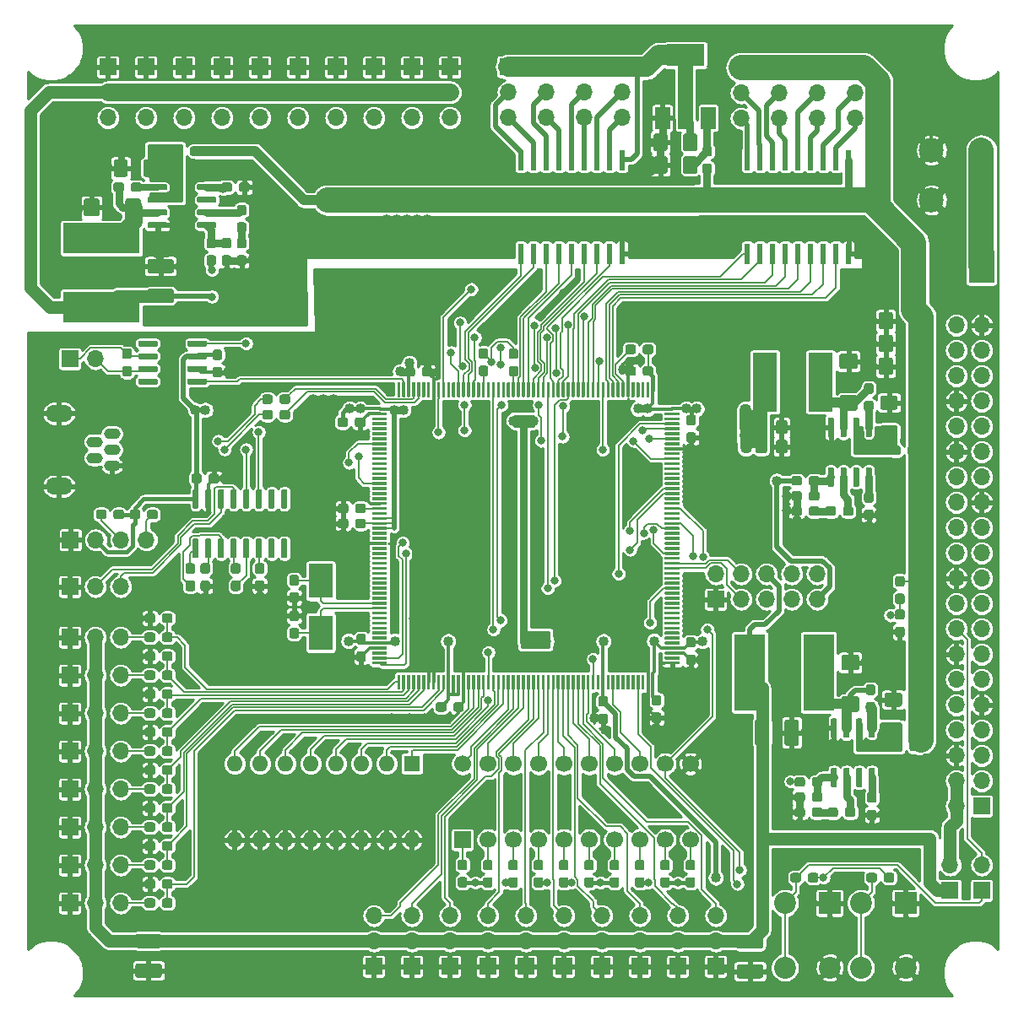
<source format=gtl>
G04 #@! TF.GenerationSoftware,KiCad,Pcbnew,5.1.4-e60b266~84~ubuntu18.04.1*
G04 #@! TF.CreationDate,2019-11-04T13:45:42-06:00*
G04 #@! TF.ProjectId,2056-LPC546xxJyyyBD208-breakout,32303536-2d4c-4504-9335-343678784a79,rev?*
G04 #@! TF.SameCoordinates,Original*
G04 #@! TF.FileFunction,Copper,L1,Top*
G04 #@! TF.FilePolarity,Positive*
%FSLAX46Y46*%
G04 Gerber Fmt 4.6, Leading zero omitted, Abs format (unit mm)*
G04 Created by KiCad (PCBNEW 5.1.4-e60b266~84~ubuntu18.04.1) date 2019-11-04 13:45:42*
%MOMM*%
%LPD*%
G04 APERTURE LIST*
%ADD10C,0.100000*%
%ADD11C,0.950000*%
%ADD12O,1.700000X1.700000*%
%ADD13R,1.700000X1.700000*%
%ADD14C,1.425000*%
%ADD15C,1.150000*%
%ADD16R,7.700000X3.100000*%
%ADD17R,3.100000X7.700000*%
%ADD18C,0.300000*%
%ADD19R,0.600000X2.000000*%
%ADD20C,0.600000*%
%ADD21R,2.500000X3.300000*%
%ADD22R,2.400000X3.500000*%
%ADD23R,3.800000X2.200000*%
%ADD24R,1.500000X2.200000*%
%ADD25R,2.450000X5.900000*%
%ADD26C,2.500000*%
%ADD27C,1.575000*%
%ADD28O,1.600000X1.600000*%
%ADD29R,1.600000X1.600000*%
%ADD30C,1.700000*%
%ADD31C,2.200000*%
%ADD32R,2.200000X2.200000*%
%ADD33O,2.700000X1.700000*%
%ADD34O,1.650000X1.100000*%
%ADD35C,1.016000*%
%ADD36C,0.800000*%
%ADD37C,1.270000*%
%ADD38C,0.762000*%
%ADD39C,0.330200*%
%ADD40C,0.508000*%
%ADD41C,0.152400*%
%ADD42C,0.254000*%
%ADD43C,0.381000*%
%ADD44C,1.016000*%
%ADD45C,0.500000*%
%ADD46C,1.270000*%
%ADD47C,1.778000*%
%ADD48C,1.524000*%
%ADD49C,0.635000*%
%ADD50C,2.032000*%
%ADD51C,2.540000*%
G04 APERTURE END LIST*
D10*
G36*
X120910779Y-135354744D02*
G01*
X120933834Y-135358163D01*
X120956443Y-135363827D01*
X120978387Y-135371679D01*
X120999457Y-135381644D01*
X121019448Y-135393626D01*
X121038168Y-135407510D01*
X121055438Y-135423162D01*
X121071090Y-135440432D01*
X121084974Y-135459152D01*
X121096956Y-135479143D01*
X121106921Y-135500213D01*
X121114773Y-135522157D01*
X121120437Y-135544766D01*
X121123856Y-135567821D01*
X121125000Y-135591100D01*
X121125000Y-136166100D01*
X121123856Y-136189379D01*
X121120437Y-136212434D01*
X121114773Y-136235043D01*
X121106921Y-136256987D01*
X121096956Y-136278057D01*
X121084974Y-136298048D01*
X121071090Y-136316768D01*
X121055438Y-136334038D01*
X121038168Y-136349690D01*
X121019448Y-136363574D01*
X120999457Y-136375556D01*
X120978387Y-136385521D01*
X120956443Y-136393373D01*
X120933834Y-136399037D01*
X120910779Y-136402456D01*
X120887500Y-136403600D01*
X120412500Y-136403600D01*
X120389221Y-136402456D01*
X120366166Y-136399037D01*
X120343557Y-136393373D01*
X120321613Y-136385521D01*
X120300543Y-136375556D01*
X120280552Y-136363574D01*
X120261832Y-136349690D01*
X120244562Y-136334038D01*
X120228910Y-136316768D01*
X120215026Y-136298048D01*
X120203044Y-136278057D01*
X120193079Y-136256987D01*
X120185227Y-136235043D01*
X120179563Y-136212434D01*
X120176144Y-136189379D01*
X120175000Y-136166100D01*
X120175000Y-135591100D01*
X120176144Y-135567821D01*
X120179563Y-135544766D01*
X120185227Y-135522157D01*
X120193079Y-135500213D01*
X120203044Y-135479143D01*
X120215026Y-135459152D01*
X120228910Y-135440432D01*
X120244562Y-135423162D01*
X120261832Y-135407510D01*
X120280552Y-135393626D01*
X120300543Y-135381644D01*
X120321613Y-135371679D01*
X120343557Y-135363827D01*
X120366166Y-135358163D01*
X120389221Y-135354744D01*
X120412500Y-135353600D01*
X120887500Y-135353600D01*
X120910779Y-135354744D01*
X120910779Y-135354744D01*
G37*
D11*
X120650000Y-135878600D03*
D10*
G36*
X120910779Y-137104744D02*
G01*
X120933834Y-137108163D01*
X120956443Y-137113827D01*
X120978387Y-137121679D01*
X120999457Y-137131644D01*
X121019448Y-137143626D01*
X121038168Y-137157510D01*
X121055438Y-137173162D01*
X121071090Y-137190432D01*
X121084974Y-137209152D01*
X121096956Y-137229143D01*
X121106921Y-137250213D01*
X121114773Y-137272157D01*
X121120437Y-137294766D01*
X121123856Y-137317821D01*
X121125000Y-137341100D01*
X121125000Y-137916100D01*
X121123856Y-137939379D01*
X121120437Y-137962434D01*
X121114773Y-137985043D01*
X121106921Y-138006987D01*
X121096956Y-138028057D01*
X121084974Y-138048048D01*
X121071090Y-138066768D01*
X121055438Y-138084038D01*
X121038168Y-138099690D01*
X121019448Y-138113574D01*
X120999457Y-138125556D01*
X120978387Y-138135521D01*
X120956443Y-138143373D01*
X120933834Y-138149037D01*
X120910779Y-138152456D01*
X120887500Y-138153600D01*
X120412500Y-138153600D01*
X120389221Y-138152456D01*
X120366166Y-138149037D01*
X120343557Y-138143373D01*
X120321613Y-138135521D01*
X120300543Y-138125556D01*
X120280552Y-138113574D01*
X120261832Y-138099690D01*
X120244562Y-138084038D01*
X120228910Y-138066768D01*
X120215026Y-138048048D01*
X120203044Y-138028057D01*
X120193079Y-138006987D01*
X120185227Y-137985043D01*
X120179563Y-137962434D01*
X120176144Y-137939379D01*
X120175000Y-137916100D01*
X120175000Y-137341100D01*
X120176144Y-137317821D01*
X120179563Y-137294766D01*
X120185227Y-137272157D01*
X120193079Y-137250213D01*
X120203044Y-137229143D01*
X120215026Y-137209152D01*
X120228910Y-137190432D01*
X120244562Y-137173162D01*
X120261832Y-137157510D01*
X120280552Y-137143626D01*
X120300543Y-137131644D01*
X120321613Y-137121679D01*
X120343557Y-137113827D01*
X120366166Y-137108163D01*
X120389221Y-137104744D01*
X120412500Y-137103600D01*
X120887500Y-137103600D01*
X120910779Y-137104744D01*
X120910779Y-137104744D01*
G37*
D11*
X120650000Y-137628600D03*
D10*
G36*
X123450779Y-135366144D02*
G01*
X123473834Y-135369563D01*
X123496443Y-135375227D01*
X123518387Y-135383079D01*
X123539457Y-135393044D01*
X123559448Y-135405026D01*
X123578168Y-135418910D01*
X123595438Y-135434562D01*
X123611090Y-135451832D01*
X123624974Y-135470552D01*
X123636956Y-135490543D01*
X123646921Y-135511613D01*
X123654773Y-135533557D01*
X123660437Y-135556166D01*
X123663856Y-135579221D01*
X123665000Y-135602500D01*
X123665000Y-136177500D01*
X123663856Y-136200779D01*
X123660437Y-136223834D01*
X123654773Y-136246443D01*
X123646921Y-136268387D01*
X123636956Y-136289457D01*
X123624974Y-136309448D01*
X123611090Y-136328168D01*
X123595438Y-136345438D01*
X123578168Y-136361090D01*
X123559448Y-136374974D01*
X123539457Y-136386956D01*
X123518387Y-136396921D01*
X123496443Y-136404773D01*
X123473834Y-136410437D01*
X123450779Y-136413856D01*
X123427500Y-136415000D01*
X122952500Y-136415000D01*
X122929221Y-136413856D01*
X122906166Y-136410437D01*
X122883557Y-136404773D01*
X122861613Y-136396921D01*
X122840543Y-136386956D01*
X122820552Y-136374974D01*
X122801832Y-136361090D01*
X122784562Y-136345438D01*
X122768910Y-136328168D01*
X122755026Y-136309448D01*
X122743044Y-136289457D01*
X122733079Y-136268387D01*
X122725227Y-136246443D01*
X122719563Y-136223834D01*
X122716144Y-136200779D01*
X122715000Y-136177500D01*
X122715000Y-135602500D01*
X122716144Y-135579221D01*
X122719563Y-135556166D01*
X122725227Y-135533557D01*
X122733079Y-135511613D01*
X122743044Y-135490543D01*
X122755026Y-135470552D01*
X122768910Y-135451832D01*
X122784562Y-135434562D01*
X122801832Y-135418910D01*
X122820552Y-135405026D01*
X122840543Y-135393044D01*
X122861613Y-135383079D01*
X122883557Y-135375227D01*
X122906166Y-135369563D01*
X122929221Y-135366144D01*
X122952500Y-135365000D01*
X123427500Y-135365000D01*
X123450779Y-135366144D01*
X123450779Y-135366144D01*
G37*
D11*
X123190000Y-135890000D03*
D10*
G36*
X123450779Y-137116144D02*
G01*
X123473834Y-137119563D01*
X123496443Y-137125227D01*
X123518387Y-137133079D01*
X123539457Y-137143044D01*
X123559448Y-137155026D01*
X123578168Y-137168910D01*
X123595438Y-137184562D01*
X123611090Y-137201832D01*
X123624974Y-137220552D01*
X123636956Y-137240543D01*
X123646921Y-137261613D01*
X123654773Y-137283557D01*
X123660437Y-137306166D01*
X123663856Y-137329221D01*
X123665000Y-137352500D01*
X123665000Y-137927500D01*
X123663856Y-137950779D01*
X123660437Y-137973834D01*
X123654773Y-137996443D01*
X123646921Y-138018387D01*
X123636956Y-138039457D01*
X123624974Y-138059448D01*
X123611090Y-138078168D01*
X123595438Y-138095438D01*
X123578168Y-138111090D01*
X123559448Y-138124974D01*
X123539457Y-138136956D01*
X123518387Y-138146921D01*
X123496443Y-138154773D01*
X123473834Y-138160437D01*
X123450779Y-138163856D01*
X123427500Y-138165000D01*
X122952500Y-138165000D01*
X122929221Y-138163856D01*
X122906166Y-138160437D01*
X122883557Y-138154773D01*
X122861613Y-138146921D01*
X122840543Y-138136956D01*
X122820552Y-138124974D01*
X122801832Y-138111090D01*
X122784562Y-138095438D01*
X122768910Y-138078168D01*
X122755026Y-138059448D01*
X122743044Y-138039457D01*
X122733079Y-138018387D01*
X122725227Y-137996443D01*
X122719563Y-137973834D01*
X122716144Y-137950779D01*
X122715000Y-137927500D01*
X122715000Y-137352500D01*
X122716144Y-137329221D01*
X122719563Y-137306166D01*
X122725227Y-137283557D01*
X122733079Y-137261613D01*
X122743044Y-137240543D01*
X122755026Y-137220552D01*
X122768910Y-137201832D01*
X122784562Y-137184562D01*
X122801832Y-137168910D01*
X122820552Y-137155026D01*
X122840543Y-137143044D01*
X122861613Y-137133079D01*
X122883557Y-137125227D01*
X122906166Y-137119563D01*
X122929221Y-137116144D01*
X122952500Y-137115000D01*
X123427500Y-137115000D01*
X123450779Y-137116144D01*
X123450779Y-137116144D01*
G37*
D11*
X123190000Y-137640000D03*
D10*
G36*
X125990779Y-135366144D02*
G01*
X126013834Y-135369563D01*
X126036443Y-135375227D01*
X126058387Y-135383079D01*
X126079457Y-135393044D01*
X126099448Y-135405026D01*
X126118168Y-135418910D01*
X126135438Y-135434562D01*
X126151090Y-135451832D01*
X126164974Y-135470552D01*
X126176956Y-135490543D01*
X126186921Y-135511613D01*
X126194773Y-135533557D01*
X126200437Y-135556166D01*
X126203856Y-135579221D01*
X126205000Y-135602500D01*
X126205000Y-136177500D01*
X126203856Y-136200779D01*
X126200437Y-136223834D01*
X126194773Y-136246443D01*
X126186921Y-136268387D01*
X126176956Y-136289457D01*
X126164974Y-136309448D01*
X126151090Y-136328168D01*
X126135438Y-136345438D01*
X126118168Y-136361090D01*
X126099448Y-136374974D01*
X126079457Y-136386956D01*
X126058387Y-136396921D01*
X126036443Y-136404773D01*
X126013834Y-136410437D01*
X125990779Y-136413856D01*
X125967500Y-136415000D01*
X125492500Y-136415000D01*
X125469221Y-136413856D01*
X125446166Y-136410437D01*
X125423557Y-136404773D01*
X125401613Y-136396921D01*
X125380543Y-136386956D01*
X125360552Y-136374974D01*
X125341832Y-136361090D01*
X125324562Y-136345438D01*
X125308910Y-136328168D01*
X125295026Y-136309448D01*
X125283044Y-136289457D01*
X125273079Y-136268387D01*
X125265227Y-136246443D01*
X125259563Y-136223834D01*
X125256144Y-136200779D01*
X125255000Y-136177500D01*
X125255000Y-135602500D01*
X125256144Y-135579221D01*
X125259563Y-135556166D01*
X125265227Y-135533557D01*
X125273079Y-135511613D01*
X125283044Y-135490543D01*
X125295026Y-135470552D01*
X125308910Y-135451832D01*
X125324562Y-135434562D01*
X125341832Y-135418910D01*
X125360552Y-135405026D01*
X125380543Y-135393044D01*
X125401613Y-135383079D01*
X125423557Y-135375227D01*
X125446166Y-135369563D01*
X125469221Y-135366144D01*
X125492500Y-135365000D01*
X125967500Y-135365000D01*
X125990779Y-135366144D01*
X125990779Y-135366144D01*
G37*
D11*
X125730000Y-135890000D03*
D10*
G36*
X125990779Y-137116144D02*
G01*
X126013834Y-137119563D01*
X126036443Y-137125227D01*
X126058387Y-137133079D01*
X126079457Y-137143044D01*
X126099448Y-137155026D01*
X126118168Y-137168910D01*
X126135438Y-137184562D01*
X126151090Y-137201832D01*
X126164974Y-137220552D01*
X126176956Y-137240543D01*
X126186921Y-137261613D01*
X126194773Y-137283557D01*
X126200437Y-137306166D01*
X126203856Y-137329221D01*
X126205000Y-137352500D01*
X126205000Y-137927500D01*
X126203856Y-137950779D01*
X126200437Y-137973834D01*
X126194773Y-137996443D01*
X126186921Y-138018387D01*
X126176956Y-138039457D01*
X126164974Y-138059448D01*
X126151090Y-138078168D01*
X126135438Y-138095438D01*
X126118168Y-138111090D01*
X126099448Y-138124974D01*
X126079457Y-138136956D01*
X126058387Y-138146921D01*
X126036443Y-138154773D01*
X126013834Y-138160437D01*
X125990779Y-138163856D01*
X125967500Y-138165000D01*
X125492500Y-138165000D01*
X125469221Y-138163856D01*
X125446166Y-138160437D01*
X125423557Y-138154773D01*
X125401613Y-138146921D01*
X125380543Y-138136956D01*
X125360552Y-138124974D01*
X125341832Y-138111090D01*
X125324562Y-138095438D01*
X125308910Y-138078168D01*
X125295026Y-138059448D01*
X125283044Y-138039457D01*
X125273079Y-138018387D01*
X125265227Y-137996443D01*
X125259563Y-137973834D01*
X125256144Y-137950779D01*
X125255000Y-137927500D01*
X125255000Y-137352500D01*
X125256144Y-137329221D01*
X125259563Y-137306166D01*
X125265227Y-137283557D01*
X125273079Y-137261613D01*
X125283044Y-137240543D01*
X125295026Y-137220552D01*
X125308910Y-137201832D01*
X125324562Y-137184562D01*
X125341832Y-137168910D01*
X125360552Y-137155026D01*
X125380543Y-137143044D01*
X125401613Y-137133079D01*
X125423557Y-137125227D01*
X125446166Y-137119563D01*
X125469221Y-137116144D01*
X125492500Y-137115000D01*
X125967500Y-137115000D01*
X125990779Y-137116144D01*
X125990779Y-137116144D01*
G37*
D11*
X125730000Y-137640000D03*
D10*
G36*
X128530779Y-135366144D02*
G01*
X128553834Y-135369563D01*
X128576443Y-135375227D01*
X128598387Y-135383079D01*
X128619457Y-135393044D01*
X128639448Y-135405026D01*
X128658168Y-135418910D01*
X128675438Y-135434562D01*
X128691090Y-135451832D01*
X128704974Y-135470552D01*
X128716956Y-135490543D01*
X128726921Y-135511613D01*
X128734773Y-135533557D01*
X128740437Y-135556166D01*
X128743856Y-135579221D01*
X128745000Y-135602500D01*
X128745000Y-136177500D01*
X128743856Y-136200779D01*
X128740437Y-136223834D01*
X128734773Y-136246443D01*
X128726921Y-136268387D01*
X128716956Y-136289457D01*
X128704974Y-136309448D01*
X128691090Y-136328168D01*
X128675438Y-136345438D01*
X128658168Y-136361090D01*
X128639448Y-136374974D01*
X128619457Y-136386956D01*
X128598387Y-136396921D01*
X128576443Y-136404773D01*
X128553834Y-136410437D01*
X128530779Y-136413856D01*
X128507500Y-136415000D01*
X128032500Y-136415000D01*
X128009221Y-136413856D01*
X127986166Y-136410437D01*
X127963557Y-136404773D01*
X127941613Y-136396921D01*
X127920543Y-136386956D01*
X127900552Y-136374974D01*
X127881832Y-136361090D01*
X127864562Y-136345438D01*
X127848910Y-136328168D01*
X127835026Y-136309448D01*
X127823044Y-136289457D01*
X127813079Y-136268387D01*
X127805227Y-136246443D01*
X127799563Y-136223834D01*
X127796144Y-136200779D01*
X127795000Y-136177500D01*
X127795000Y-135602500D01*
X127796144Y-135579221D01*
X127799563Y-135556166D01*
X127805227Y-135533557D01*
X127813079Y-135511613D01*
X127823044Y-135490543D01*
X127835026Y-135470552D01*
X127848910Y-135451832D01*
X127864562Y-135434562D01*
X127881832Y-135418910D01*
X127900552Y-135405026D01*
X127920543Y-135393044D01*
X127941613Y-135383079D01*
X127963557Y-135375227D01*
X127986166Y-135369563D01*
X128009221Y-135366144D01*
X128032500Y-135365000D01*
X128507500Y-135365000D01*
X128530779Y-135366144D01*
X128530779Y-135366144D01*
G37*
D11*
X128270000Y-135890000D03*
D10*
G36*
X128530779Y-137116144D02*
G01*
X128553834Y-137119563D01*
X128576443Y-137125227D01*
X128598387Y-137133079D01*
X128619457Y-137143044D01*
X128639448Y-137155026D01*
X128658168Y-137168910D01*
X128675438Y-137184562D01*
X128691090Y-137201832D01*
X128704974Y-137220552D01*
X128716956Y-137240543D01*
X128726921Y-137261613D01*
X128734773Y-137283557D01*
X128740437Y-137306166D01*
X128743856Y-137329221D01*
X128745000Y-137352500D01*
X128745000Y-137927500D01*
X128743856Y-137950779D01*
X128740437Y-137973834D01*
X128734773Y-137996443D01*
X128726921Y-138018387D01*
X128716956Y-138039457D01*
X128704974Y-138059448D01*
X128691090Y-138078168D01*
X128675438Y-138095438D01*
X128658168Y-138111090D01*
X128639448Y-138124974D01*
X128619457Y-138136956D01*
X128598387Y-138146921D01*
X128576443Y-138154773D01*
X128553834Y-138160437D01*
X128530779Y-138163856D01*
X128507500Y-138165000D01*
X128032500Y-138165000D01*
X128009221Y-138163856D01*
X127986166Y-138160437D01*
X127963557Y-138154773D01*
X127941613Y-138146921D01*
X127920543Y-138136956D01*
X127900552Y-138124974D01*
X127881832Y-138111090D01*
X127864562Y-138095438D01*
X127848910Y-138078168D01*
X127835026Y-138059448D01*
X127823044Y-138039457D01*
X127813079Y-138018387D01*
X127805227Y-137996443D01*
X127799563Y-137973834D01*
X127796144Y-137950779D01*
X127795000Y-137927500D01*
X127795000Y-137352500D01*
X127796144Y-137329221D01*
X127799563Y-137306166D01*
X127805227Y-137283557D01*
X127813079Y-137261613D01*
X127823044Y-137240543D01*
X127835026Y-137220552D01*
X127848910Y-137201832D01*
X127864562Y-137184562D01*
X127881832Y-137168910D01*
X127900552Y-137155026D01*
X127920543Y-137143044D01*
X127941613Y-137133079D01*
X127963557Y-137125227D01*
X127986166Y-137119563D01*
X128009221Y-137116144D01*
X128032500Y-137115000D01*
X128507500Y-137115000D01*
X128530779Y-137116144D01*
X128530779Y-137116144D01*
G37*
D11*
X128270000Y-137640000D03*
D10*
G36*
X131070779Y-135366144D02*
G01*
X131093834Y-135369563D01*
X131116443Y-135375227D01*
X131138387Y-135383079D01*
X131159457Y-135393044D01*
X131179448Y-135405026D01*
X131198168Y-135418910D01*
X131215438Y-135434562D01*
X131231090Y-135451832D01*
X131244974Y-135470552D01*
X131256956Y-135490543D01*
X131266921Y-135511613D01*
X131274773Y-135533557D01*
X131280437Y-135556166D01*
X131283856Y-135579221D01*
X131285000Y-135602500D01*
X131285000Y-136177500D01*
X131283856Y-136200779D01*
X131280437Y-136223834D01*
X131274773Y-136246443D01*
X131266921Y-136268387D01*
X131256956Y-136289457D01*
X131244974Y-136309448D01*
X131231090Y-136328168D01*
X131215438Y-136345438D01*
X131198168Y-136361090D01*
X131179448Y-136374974D01*
X131159457Y-136386956D01*
X131138387Y-136396921D01*
X131116443Y-136404773D01*
X131093834Y-136410437D01*
X131070779Y-136413856D01*
X131047500Y-136415000D01*
X130572500Y-136415000D01*
X130549221Y-136413856D01*
X130526166Y-136410437D01*
X130503557Y-136404773D01*
X130481613Y-136396921D01*
X130460543Y-136386956D01*
X130440552Y-136374974D01*
X130421832Y-136361090D01*
X130404562Y-136345438D01*
X130388910Y-136328168D01*
X130375026Y-136309448D01*
X130363044Y-136289457D01*
X130353079Y-136268387D01*
X130345227Y-136246443D01*
X130339563Y-136223834D01*
X130336144Y-136200779D01*
X130335000Y-136177500D01*
X130335000Y-135602500D01*
X130336144Y-135579221D01*
X130339563Y-135556166D01*
X130345227Y-135533557D01*
X130353079Y-135511613D01*
X130363044Y-135490543D01*
X130375026Y-135470552D01*
X130388910Y-135451832D01*
X130404562Y-135434562D01*
X130421832Y-135418910D01*
X130440552Y-135405026D01*
X130460543Y-135393044D01*
X130481613Y-135383079D01*
X130503557Y-135375227D01*
X130526166Y-135369563D01*
X130549221Y-135366144D01*
X130572500Y-135365000D01*
X131047500Y-135365000D01*
X131070779Y-135366144D01*
X131070779Y-135366144D01*
G37*
D11*
X130810000Y-135890000D03*
D10*
G36*
X131070779Y-137116144D02*
G01*
X131093834Y-137119563D01*
X131116443Y-137125227D01*
X131138387Y-137133079D01*
X131159457Y-137143044D01*
X131179448Y-137155026D01*
X131198168Y-137168910D01*
X131215438Y-137184562D01*
X131231090Y-137201832D01*
X131244974Y-137220552D01*
X131256956Y-137240543D01*
X131266921Y-137261613D01*
X131274773Y-137283557D01*
X131280437Y-137306166D01*
X131283856Y-137329221D01*
X131285000Y-137352500D01*
X131285000Y-137927500D01*
X131283856Y-137950779D01*
X131280437Y-137973834D01*
X131274773Y-137996443D01*
X131266921Y-138018387D01*
X131256956Y-138039457D01*
X131244974Y-138059448D01*
X131231090Y-138078168D01*
X131215438Y-138095438D01*
X131198168Y-138111090D01*
X131179448Y-138124974D01*
X131159457Y-138136956D01*
X131138387Y-138146921D01*
X131116443Y-138154773D01*
X131093834Y-138160437D01*
X131070779Y-138163856D01*
X131047500Y-138165000D01*
X130572500Y-138165000D01*
X130549221Y-138163856D01*
X130526166Y-138160437D01*
X130503557Y-138154773D01*
X130481613Y-138146921D01*
X130460543Y-138136956D01*
X130440552Y-138124974D01*
X130421832Y-138111090D01*
X130404562Y-138095438D01*
X130388910Y-138078168D01*
X130375026Y-138059448D01*
X130363044Y-138039457D01*
X130353079Y-138018387D01*
X130345227Y-137996443D01*
X130339563Y-137973834D01*
X130336144Y-137950779D01*
X130335000Y-137927500D01*
X130335000Y-137352500D01*
X130336144Y-137329221D01*
X130339563Y-137306166D01*
X130345227Y-137283557D01*
X130353079Y-137261613D01*
X130363044Y-137240543D01*
X130375026Y-137220552D01*
X130388910Y-137201832D01*
X130404562Y-137184562D01*
X130421832Y-137168910D01*
X130440552Y-137155026D01*
X130460543Y-137143044D01*
X130481613Y-137133079D01*
X130503557Y-137125227D01*
X130526166Y-137119563D01*
X130549221Y-137116144D01*
X130572500Y-137115000D01*
X131047500Y-137115000D01*
X131070779Y-137116144D01*
X131070779Y-137116144D01*
G37*
D11*
X130810000Y-137640000D03*
D10*
G36*
X133610779Y-135366144D02*
G01*
X133633834Y-135369563D01*
X133656443Y-135375227D01*
X133678387Y-135383079D01*
X133699457Y-135393044D01*
X133719448Y-135405026D01*
X133738168Y-135418910D01*
X133755438Y-135434562D01*
X133771090Y-135451832D01*
X133784974Y-135470552D01*
X133796956Y-135490543D01*
X133806921Y-135511613D01*
X133814773Y-135533557D01*
X133820437Y-135556166D01*
X133823856Y-135579221D01*
X133825000Y-135602500D01*
X133825000Y-136177500D01*
X133823856Y-136200779D01*
X133820437Y-136223834D01*
X133814773Y-136246443D01*
X133806921Y-136268387D01*
X133796956Y-136289457D01*
X133784974Y-136309448D01*
X133771090Y-136328168D01*
X133755438Y-136345438D01*
X133738168Y-136361090D01*
X133719448Y-136374974D01*
X133699457Y-136386956D01*
X133678387Y-136396921D01*
X133656443Y-136404773D01*
X133633834Y-136410437D01*
X133610779Y-136413856D01*
X133587500Y-136415000D01*
X133112500Y-136415000D01*
X133089221Y-136413856D01*
X133066166Y-136410437D01*
X133043557Y-136404773D01*
X133021613Y-136396921D01*
X133000543Y-136386956D01*
X132980552Y-136374974D01*
X132961832Y-136361090D01*
X132944562Y-136345438D01*
X132928910Y-136328168D01*
X132915026Y-136309448D01*
X132903044Y-136289457D01*
X132893079Y-136268387D01*
X132885227Y-136246443D01*
X132879563Y-136223834D01*
X132876144Y-136200779D01*
X132875000Y-136177500D01*
X132875000Y-135602500D01*
X132876144Y-135579221D01*
X132879563Y-135556166D01*
X132885227Y-135533557D01*
X132893079Y-135511613D01*
X132903044Y-135490543D01*
X132915026Y-135470552D01*
X132928910Y-135451832D01*
X132944562Y-135434562D01*
X132961832Y-135418910D01*
X132980552Y-135405026D01*
X133000543Y-135393044D01*
X133021613Y-135383079D01*
X133043557Y-135375227D01*
X133066166Y-135369563D01*
X133089221Y-135366144D01*
X133112500Y-135365000D01*
X133587500Y-135365000D01*
X133610779Y-135366144D01*
X133610779Y-135366144D01*
G37*
D11*
X133350000Y-135890000D03*
D10*
G36*
X133610779Y-137116144D02*
G01*
X133633834Y-137119563D01*
X133656443Y-137125227D01*
X133678387Y-137133079D01*
X133699457Y-137143044D01*
X133719448Y-137155026D01*
X133738168Y-137168910D01*
X133755438Y-137184562D01*
X133771090Y-137201832D01*
X133784974Y-137220552D01*
X133796956Y-137240543D01*
X133806921Y-137261613D01*
X133814773Y-137283557D01*
X133820437Y-137306166D01*
X133823856Y-137329221D01*
X133825000Y-137352500D01*
X133825000Y-137927500D01*
X133823856Y-137950779D01*
X133820437Y-137973834D01*
X133814773Y-137996443D01*
X133806921Y-138018387D01*
X133796956Y-138039457D01*
X133784974Y-138059448D01*
X133771090Y-138078168D01*
X133755438Y-138095438D01*
X133738168Y-138111090D01*
X133719448Y-138124974D01*
X133699457Y-138136956D01*
X133678387Y-138146921D01*
X133656443Y-138154773D01*
X133633834Y-138160437D01*
X133610779Y-138163856D01*
X133587500Y-138165000D01*
X133112500Y-138165000D01*
X133089221Y-138163856D01*
X133066166Y-138160437D01*
X133043557Y-138154773D01*
X133021613Y-138146921D01*
X133000543Y-138136956D01*
X132980552Y-138124974D01*
X132961832Y-138111090D01*
X132944562Y-138095438D01*
X132928910Y-138078168D01*
X132915026Y-138059448D01*
X132903044Y-138039457D01*
X132893079Y-138018387D01*
X132885227Y-137996443D01*
X132879563Y-137973834D01*
X132876144Y-137950779D01*
X132875000Y-137927500D01*
X132875000Y-137352500D01*
X132876144Y-137329221D01*
X132879563Y-137306166D01*
X132885227Y-137283557D01*
X132893079Y-137261613D01*
X132903044Y-137240543D01*
X132915026Y-137220552D01*
X132928910Y-137201832D01*
X132944562Y-137184562D01*
X132961832Y-137168910D01*
X132980552Y-137155026D01*
X133000543Y-137143044D01*
X133021613Y-137133079D01*
X133043557Y-137125227D01*
X133066166Y-137119563D01*
X133089221Y-137116144D01*
X133112500Y-137115000D01*
X133587500Y-137115000D01*
X133610779Y-137116144D01*
X133610779Y-137116144D01*
G37*
D11*
X133350000Y-137640000D03*
D10*
G36*
X136150779Y-135366144D02*
G01*
X136173834Y-135369563D01*
X136196443Y-135375227D01*
X136218387Y-135383079D01*
X136239457Y-135393044D01*
X136259448Y-135405026D01*
X136278168Y-135418910D01*
X136295438Y-135434562D01*
X136311090Y-135451832D01*
X136324974Y-135470552D01*
X136336956Y-135490543D01*
X136346921Y-135511613D01*
X136354773Y-135533557D01*
X136360437Y-135556166D01*
X136363856Y-135579221D01*
X136365000Y-135602500D01*
X136365000Y-136177500D01*
X136363856Y-136200779D01*
X136360437Y-136223834D01*
X136354773Y-136246443D01*
X136346921Y-136268387D01*
X136336956Y-136289457D01*
X136324974Y-136309448D01*
X136311090Y-136328168D01*
X136295438Y-136345438D01*
X136278168Y-136361090D01*
X136259448Y-136374974D01*
X136239457Y-136386956D01*
X136218387Y-136396921D01*
X136196443Y-136404773D01*
X136173834Y-136410437D01*
X136150779Y-136413856D01*
X136127500Y-136415000D01*
X135652500Y-136415000D01*
X135629221Y-136413856D01*
X135606166Y-136410437D01*
X135583557Y-136404773D01*
X135561613Y-136396921D01*
X135540543Y-136386956D01*
X135520552Y-136374974D01*
X135501832Y-136361090D01*
X135484562Y-136345438D01*
X135468910Y-136328168D01*
X135455026Y-136309448D01*
X135443044Y-136289457D01*
X135433079Y-136268387D01*
X135425227Y-136246443D01*
X135419563Y-136223834D01*
X135416144Y-136200779D01*
X135415000Y-136177500D01*
X135415000Y-135602500D01*
X135416144Y-135579221D01*
X135419563Y-135556166D01*
X135425227Y-135533557D01*
X135433079Y-135511613D01*
X135443044Y-135490543D01*
X135455026Y-135470552D01*
X135468910Y-135451832D01*
X135484562Y-135434562D01*
X135501832Y-135418910D01*
X135520552Y-135405026D01*
X135540543Y-135393044D01*
X135561613Y-135383079D01*
X135583557Y-135375227D01*
X135606166Y-135369563D01*
X135629221Y-135366144D01*
X135652500Y-135365000D01*
X136127500Y-135365000D01*
X136150779Y-135366144D01*
X136150779Y-135366144D01*
G37*
D11*
X135890000Y-135890000D03*
D10*
G36*
X136150779Y-137116144D02*
G01*
X136173834Y-137119563D01*
X136196443Y-137125227D01*
X136218387Y-137133079D01*
X136239457Y-137143044D01*
X136259448Y-137155026D01*
X136278168Y-137168910D01*
X136295438Y-137184562D01*
X136311090Y-137201832D01*
X136324974Y-137220552D01*
X136336956Y-137240543D01*
X136346921Y-137261613D01*
X136354773Y-137283557D01*
X136360437Y-137306166D01*
X136363856Y-137329221D01*
X136365000Y-137352500D01*
X136365000Y-137927500D01*
X136363856Y-137950779D01*
X136360437Y-137973834D01*
X136354773Y-137996443D01*
X136346921Y-138018387D01*
X136336956Y-138039457D01*
X136324974Y-138059448D01*
X136311090Y-138078168D01*
X136295438Y-138095438D01*
X136278168Y-138111090D01*
X136259448Y-138124974D01*
X136239457Y-138136956D01*
X136218387Y-138146921D01*
X136196443Y-138154773D01*
X136173834Y-138160437D01*
X136150779Y-138163856D01*
X136127500Y-138165000D01*
X135652500Y-138165000D01*
X135629221Y-138163856D01*
X135606166Y-138160437D01*
X135583557Y-138154773D01*
X135561613Y-138146921D01*
X135540543Y-138136956D01*
X135520552Y-138124974D01*
X135501832Y-138111090D01*
X135484562Y-138095438D01*
X135468910Y-138078168D01*
X135455026Y-138059448D01*
X135443044Y-138039457D01*
X135433079Y-138018387D01*
X135425227Y-137996443D01*
X135419563Y-137973834D01*
X135416144Y-137950779D01*
X135415000Y-137927500D01*
X135415000Y-137352500D01*
X135416144Y-137329221D01*
X135419563Y-137306166D01*
X135425227Y-137283557D01*
X135433079Y-137261613D01*
X135443044Y-137240543D01*
X135455026Y-137220552D01*
X135468910Y-137201832D01*
X135484562Y-137184562D01*
X135501832Y-137168910D01*
X135520552Y-137155026D01*
X135540543Y-137143044D01*
X135561613Y-137133079D01*
X135583557Y-137125227D01*
X135606166Y-137119563D01*
X135629221Y-137116144D01*
X135652500Y-137115000D01*
X136127500Y-137115000D01*
X136150779Y-137116144D01*
X136150779Y-137116144D01*
G37*
D11*
X135890000Y-137640000D03*
D10*
G36*
X138690779Y-135366144D02*
G01*
X138713834Y-135369563D01*
X138736443Y-135375227D01*
X138758387Y-135383079D01*
X138779457Y-135393044D01*
X138799448Y-135405026D01*
X138818168Y-135418910D01*
X138835438Y-135434562D01*
X138851090Y-135451832D01*
X138864974Y-135470552D01*
X138876956Y-135490543D01*
X138886921Y-135511613D01*
X138894773Y-135533557D01*
X138900437Y-135556166D01*
X138903856Y-135579221D01*
X138905000Y-135602500D01*
X138905000Y-136177500D01*
X138903856Y-136200779D01*
X138900437Y-136223834D01*
X138894773Y-136246443D01*
X138886921Y-136268387D01*
X138876956Y-136289457D01*
X138864974Y-136309448D01*
X138851090Y-136328168D01*
X138835438Y-136345438D01*
X138818168Y-136361090D01*
X138799448Y-136374974D01*
X138779457Y-136386956D01*
X138758387Y-136396921D01*
X138736443Y-136404773D01*
X138713834Y-136410437D01*
X138690779Y-136413856D01*
X138667500Y-136415000D01*
X138192500Y-136415000D01*
X138169221Y-136413856D01*
X138146166Y-136410437D01*
X138123557Y-136404773D01*
X138101613Y-136396921D01*
X138080543Y-136386956D01*
X138060552Y-136374974D01*
X138041832Y-136361090D01*
X138024562Y-136345438D01*
X138008910Y-136328168D01*
X137995026Y-136309448D01*
X137983044Y-136289457D01*
X137973079Y-136268387D01*
X137965227Y-136246443D01*
X137959563Y-136223834D01*
X137956144Y-136200779D01*
X137955000Y-136177500D01*
X137955000Y-135602500D01*
X137956144Y-135579221D01*
X137959563Y-135556166D01*
X137965227Y-135533557D01*
X137973079Y-135511613D01*
X137983044Y-135490543D01*
X137995026Y-135470552D01*
X138008910Y-135451832D01*
X138024562Y-135434562D01*
X138041832Y-135418910D01*
X138060552Y-135405026D01*
X138080543Y-135393044D01*
X138101613Y-135383079D01*
X138123557Y-135375227D01*
X138146166Y-135369563D01*
X138169221Y-135366144D01*
X138192500Y-135365000D01*
X138667500Y-135365000D01*
X138690779Y-135366144D01*
X138690779Y-135366144D01*
G37*
D11*
X138430000Y-135890000D03*
D10*
G36*
X138690779Y-137116144D02*
G01*
X138713834Y-137119563D01*
X138736443Y-137125227D01*
X138758387Y-137133079D01*
X138779457Y-137143044D01*
X138799448Y-137155026D01*
X138818168Y-137168910D01*
X138835438Y-137184562D01*
X138851090Y-137201832D01*
X138864974Y-137220552D01*
X138876956Y-137240543D01*
X138886921Y-137261613D01*
X138894773Y-137283557D01*
X138900437Y-137306166D01*
X138903856Y-137329221D01*
X138905000Y-137352500D01*
X138905000Y-137927500D01*
X138903856Y-137950779D01*
X138900437Y-137973834D01*
X138894773Y-137996443D01*
X138886921Y-138018387D01*
X138876956Y-138039457D01*
X138864974Y-138059448D01*
X138851090Y-138078168D01*
X138835438Y-138095438D01*
X138818168Y-138111090D01*
X138799448Y-138124974D01*
X138779457Y-138136956D01*
X138758387Y-138146921D01*
X138736443Y-138154773D01*
X138713834Y-138160437D01*
X138690779Y-138163856D01*
X138667500Y-138165000D01*
X138192500Y-138165000D01*
X138169221Y-138163856D01*
X138146166Y-138160437D01*
X138123557Y-138154773D01*
X138101613Y-138146921D01*
X138080543Y-138136956D01*
X138060552Y-138124974D01*
X138041832Y-138111090D01*
X138024562Y-138095438D01*
X138008910Y-138078168D01*
X137995026Y-138059448D01*
X137983044Y-138039457D01*
X137973079Y-138018387D01*
X137965227Y-137996443D01*
X137959563Y-137973834D01*
X137956144Y-137950779D01*
X137955000Y-137927500D01*
X137955000Y-137352500D01*
X137956144Y-137329221D01*
X137959563Y-137306166D01*
X137965227Y-137283557D01*
X137973079Y-137261613D01*
X137983044Y-137240543D01*
X137995026Y-137220552D01*
X138008910Y-137201832D01*
X138024562Y-137184562D01*
X138041832Y-137168910D01*
X138060552Y-137155026D01*
X138080543Y-137143044D01*
X138101613Y-137133079D01*
X138123557Y-137125227D01*
X138146166Y-137119563D01*
X138169221Y-137116144D01*
X138192500Y-137115000D01*
X138667500Y-137115000D01*
X138690779Y-137116144D01*
X138690779Y-137116144D01*
G37*
D11*
X138430000Y-137640000D03*
D10*
G36*
X141230779Y-135366144D02*
G01*
X141253834Y-135369563D01*
X141276443Y-135375227D01*
X141298387Y-135383079D01*
X141319457Y-135393044D01*
X141339448Y-135405026D01*
X141358168Y-135418910D01*
X141375438Y-135434562D01*
X141391090Y-135451832D01*
X141404974Y-135470552D01*
X141416956Y-135490543D01*
X141426921Y-135511613D01*
X141434773Y-135533557D01*
X141440437Y-135556166D01*
X141443856Y-135579221D01*
X141445000Y-135602500D01*
X141445000Y-136177500D01*
X141443856Y-136200779D01*
X141440437Y-136223834D01*
X141434773Y-136246443D01*
X141426921Y-136268387D01*
X141416956Y-136289457D01*
X141404974Y-136309448D01*
X141391090Y-136328168D01*
X141375438Y-136345438D01*
X141358168Y-136361090D01*
X141339448Y-136374974D01*
X141319457Y-136386956D01*
X141298387Y-136396921D01*
X141276443Y-136404773D01*
X141253834Y-136410437D01*
X141230779Y-136413856D01*
X141207500Y-136415000D01*
X140732500Y-136415000D01*
X140709221Y-136413856D01*
X140686166Y-136410437D01*
X140663557Y-136404773D01*
X140641613Y-136396921D01*
X140620543Y-136386956D01*
X140600552Y-136374974D01*
X140581832Y-136361090D01*
X140564562Y-136345438D01*
X140548910Y-136328168D01*
X140535026Y-136309448D01*
X140523044Y-136289457D01*
X140513079Y-136268387D01*
X140505227Y-136246443D01*
X140499563Y-136223834D01*
X140496144Y-136200779D01*
X140495000Y-136177500D01*
X140495000Y-135602500D01*
X140496144Y-135579221D01*
X140499563Y-135556166D01*
X140505227Y-135533557D01*
X140513079Y-135511613D01*
X140523044Y-135490543D01*
X140535026Y-135470552D01*
X140548910Y-135451832D01*
X140564562Y-135434562D01*
X140581832Y-135418910D01*
X140600552Y-135405026D01*
X140620543Y-135393044D01*
X140641613Y-135383079D01*
X140663557Y-135375227D01*
X140686166Y-135369563D01*
X140709221Y-135366144D01*
X140732500Y-135365000D01*
X141207500Y-135365000D01*
X141230779Y-135366144D01*
X141230779Y-135366144D01*
G37*
D11*
X140970000Y-135890000D03*
D10*
G36*
X141230779Y-137116144D02*
G01*
X141253834Y-137119563D01*
X141276443Y-137125227D01*
X141298387Y-137133079D01*
X141319457Y-137143044D01*
X141339448Y-137155026D01*
X141358168Y-137168910D01*
X141375438Y-137184562D01*
X141391090Y-137201832D01*
X141404974Y-137220552D01*
X141416956Y-137240543D01*
X141426921Y-137261613D01*
X141434773Y-137283557D01*
X141440437Y-137306166D01*
X141443856Y-137329221D01*
X141445000Y-137352500D01*
X141445000Y-137927500D01*
X141443856Y-137950779D01*
X141440437Y-137973834D01*
X141434773Y-137996443D01*
X141426921Y-138018387D01*
X141416956Y-138039457D01*
X141404974Y-138059448D01*
X141391090Y-138078168D01*
X141375438Y-138095438D01*
X141358168Y-138111090D01*
X141339448Y-138124974D01*
X141319457Y-138136956D01*
X141298387Y-138146921D01*
X141276443Y-138154773D01*
X141253834Y-138160437D01*
X141230779Y-138163856D01*
X141207500Y-138165000D01*
X140732500Y-138165000D01*
X140709221Y-138163856D01*
X140686166Y-138160437D01*
X140663557Y-138154773D01*
X140641613Y-138146921D01*
X140620543Y-138136956D01*
X140600552Y-138124974D01*
X140581832Y-138111090D01*
X140564562Y-138095438D01*
X140548910Y-138078168D01*
X140535026Y-138059448D01*
X140523044Y-138039457D01*
X140513079Y-138018387D01*
X140505227Y-137996443D01*
X140499563Y-137973834D01*
X140496144Y-137950779D01*
X140495000Y-137927500D01*
X140495000Y-137352500D01*
X140496144Y-137329221D01*
X140499563Y-137306166D01*
X140505227Y-137283557D01*
X140513079Y-137261613D01*
X140523044Y-137240543D01*
X140535026Y-137220552D01*
X140548910Y-137201832D01*
X140564562Y-137184562D01*
X140581832Y-137168910D01*
X140600552Y-137155026D01*
X140620543Y-137143044D01*
X140641613Y-137133079D01*
X140663557Y-137125227D01*
X140686166Y-137119563D01*
X140709221Y-137116144D01*
X140732500Y-137115000D01*
X141207500Y-137115000D01*
X141230779Y-137116144D01*
X141230779Y-137116144D01*
G37*
D11*
X140970000Y-137640000D03*
D10*
G36*
X143770779Y-135366144D02*
G01*
X143793834Y-135369563D01*
X143816443Y-135375227D01*
X143838387Y-135383079D01*
X143859457Y-135393044D01*
X143879448Y-135405026D01*
X143898168Y-135418910D01*
X143915438Y-135434562D01*
X143931090Y-135451832D01*
X143944974Y-135470552D01*
X143956956Y-135490543D01*
X143966921Y-135511613D01*
X143974773Y-135533557D01*
X143980437Y-135556166D01*
X143983856Y-135579221D01*
X143985000Y-135602500D01*
X143985000Y-136177500D01*
X143983856Y-136200779D01*
X143980437Y-136223834D01*
X143974773Y-136246443D01*
X143966921Y-136268387D01*
X143956956Y-136289457D01*
X143944974Y-136309448D01*
X143931090Y-136328168D01*
X143915438Y-136345438D01*
X143898168Y-136361090D01*
X143879448Y-136374974D01*
X143859457Y-136386956D01*
X143838387Y-136396921D01*
X143816443Y-136404773D01*
X143793834Y-136410437D01*
X143770779Y-136413856D01*
X143747500Y-136415000D01*
X143272500Y-136415000D01*
X143249221Y-136413856D01*
X143226166Y-136410437D01*
X143203557Y-136404773D01*
X143181613Y-136396921D01*
X143160543Y-136386956D01*
X143140552Y-136374974D01*
X143121832Y-136361090D01*
X143104562Y-136345438D01*
X143088910Y-136328168D01*
X143075026Y-136309448D01*
X143063044Y-136289457D01*
X143053079Y-136268387D01*
X143045227Y-136246443D01*
X143039563Y-136223834D01*
X143036144Y-136200779D01*
X143035000Y-136177500D01*
X143035000Y-135602500D01*
X143036144Y-135579221D01*
X143039563Y-135556166D01*
X143045227Y-135533557D01*
X143053079Y-135511613D01*
X143063044Y-135490543D01*
X143075026Y-135470552D01*
X143088910Y-135451832D01*
X143104562Y-135434562D01*
X143121832Y-135418910D01*
X143140552Y-135405026D01*
X143160543Y-135393044D01*
X143181613Y-135383079D01*
X143203557Y-135375227D01*
X143226166Y-135369563D01*
X143249221Y-135366144D01*
X143272500Y-135365000D01*
X143747500Y-135365000D01*
X143770779Y-135366144D01*
X143770779Y-135366144D01*
G37*
D11*
X143510000Y-135890000D03*
D10*
G36*
X143770779Y-137116144D02*
G01*
X143793834Y-137119563D01*
X143816443Y-137125227D01*
X143838387Y-137133079D01*
X143859457Y-137143044D01*
X143879448Y-137155026D01*
X143898168Y-137168910D01*
X143915438Y-137184562D01*
X143931090Y-137201832D01*
X143944974Y-137220552D01*
X143956956Y-137240543D01*
X143966921Y-137261613D01*
X143974773Y-137283557D01*
X143980437Y-137306166D01*
X143983856Y-137329221D01*
X143985000Y-137352500D01*
X143985000Y-137927500D01*
X143983856Y-137950779D01*
X143980437Y-137973834D01*
X143974773Y-137996443D01*
X143966921Y-138018387D01*
X143956956Y-138039457D01*
X143944974Y-138059448D01*
X143931090Y-138078168D01*
X143915438Y-138095438D01*
X143898168Y-138111090D01*
X143879448Y-138124974D01*
X143859457Y-138136956D01*
X143838387Y-138146921D01*
X143816443Y-138154773D01*
X143793834Y-138160437D01*
X143770779Y-138163856D01*
X143747500Y-138165000D01*
X143272500Y-138165000D01*
X143249221Y-138163856D01*
X143226166Y-138160437D01*
X143203557Y-138154773D01*
X143181613Y-138146921D01*
X143160543Y-138136956D01*
X143140552Y-138124974D01*
X143121832Y-138111090D01*
X143104562Y-138095438D01*
X143088910Y-138078168D01*
X143075026Y-138059448D01*
X143063044Y-138039457D01*
X143053079Y-138018387D01*
X143045227Y-137996443D01*
X143039563Y-137973834D01*
X143036144Y-137950779D01*
X143035000Y-137927500D01*
X143035000Y-137352500D01*
X143036144Y-137329221D01*
X143039563Y-137306166D01*
X143045227Y-137283557D01*
X143053079Y-137261613D01*
X143063044Y-137240543D01*
X143075026Y-137220552D01*
X143088910Y-137201832D01*
X143104562Y-137184562D01*
X143121832Y-137168910D01*
X143140552Y-137155026D01*
X143160543Y-137143044D01*
X143181613Y-137133079D01*
X143203557Y-137125227D01*
X143226166Y-137119563D01*
X143249221Y-137116144D01*
X143272500Y-137115000D01*
X143747500Y-137115000D01*
X143770779Y-137116144D01*
X143770779Y-137116144D01*
G37*
D11*
X143510000Y-137640000D03*
D12*
X169545000Y-135890000D03*
D13*
X169545000Y-138430000D03*
D10*
G36*
X163591504Y-84978204D02*
G01*
X163615773Y-84981804D01*
X163639571Y-84987765D01*
X163662671Y-84996030D01*
X163684849Y-85006520D01*
X163705893Y-85019133D01*
X163725598Y-85033747D01*
X163743777Y-85050223D01*
X163760253Y-85068402D01*
X163774867Y-85088107D01*
X163787480Y-85109151D01*
X163797970Y-85131329D01*
X163806235Y-85154429D01*
X163812196Y-85178227D01*
X163815796Y-85202496D01*
X163817000Y-85227000D01*
X163817000Y-86477000D01*
X163815796Y-86501504D01*
X163812196Y-86525773D01*
X163806235Y-86549571D01*
X163797970Y-86572671D01*
X163787480Y-86594849D01*
X163774867Y-86615893D01*
X163760253Y-86635598D01*
X163743777Y-86653777D01*
X163725598Y-86670253D01*
X163705893Y-86684867D01*
X163684849Y-86697480D01*
X163662671Y-86707970D01*
X163639571Y-86716235D01*
X163615773Y-86722196D01*
X163591504Y-86725796D01*
X163567000Y-86727000D01*
X162642000Y-86727000D01*
X162617496Y-86725796D01*
X162593227Y-86722196D01*
X162569429Y-86716235D01*
X162546329Y-86707970D01*
X162524151Y-86697480D01*
X162503107Y-86684867D01*
X162483402Y-86670253D01*
X162465223Y-86653777D01*
X162448747Y-86635598D01*
X162434133Y-86615893D01*
X162421520Y-86594849D01*
X162411030Y-86572671D01*
X162402765Y-86549571D01*
X162396804Y-86525773D01*
X162393204Y-86501504D01*
X162392000Y-86477000D01*
X162392000Y-85227000D01*
X162393204Y-85202496D01*
X162396804Y-85178227D01*
X162402765Y-85154429D01*
X162411030Y-85131329D01*
X162421520Y-85109151D01*
X162434133Y-85088107D01*
X162448747Y-85068402D01*
X162465223Y-85050223D01*
X162483402Y-85033747D01*
X162503107Y-85019133D01*
X162524151Y-85006520D01*
X162546329Y-84996030D01*
X162569429Y-84987765D01*
X162593227Y-84981804D01*
X162617496Y-84978204D01*
X162642000Y-84977000D01*
X163567000Y-84977000D01*
X163591504Y-84978204D01*
X163591504Y-84978204D01*
G37*
D14*
X163104500Y-85852000D03*
D10*
G36*
X166566504Y-84978204D02*
G01*
X166590773Y-84981804D01*
X166614571Y-84987765D01*
X166637671Y-84996030D01*
X166659849Y-85006520D01*
X166680893Y-85019133D01*
X166700598Y-85033747D01*
X166718777Y-85050223D01*
X166735253Y-85068402D01*
X166749867Y-85088107D01*
X166762480Y-85109151D01*
X166772970Y-85131329D01*
X166781235Y-85154429D01*
X166787196Y-85178227D01*
X166790796Y-85202496D01*
X166792000Y-85227000D01*
X166792000Y-86477000D01*
X166790796Y-86501504D01*
X166787196Y-86525773D01*
X166781235Y-86549571D01*
X166772970Y-86572671D01*
X166762480Y-86594849D01*
X166749867Y-86615893D01*
X166735253Y-86635598D01*
X166718777Y-86653777D01*
X166700598Y-86670253D01*
X166680893Y-86684867D01*
X166659849Y-86697480D01*
X166637671Y-86707970D01*
X166614571Y-86716235D01*
X166590773Y-86722196D01*
X166566504Y-86725796D01*
X166542000Y-86727000D01*
X165617000Y-86727000D01*
X165592496Y-86725796D01*
X165568227Y-86722196D01*
X165544429Y-86716235D01*
X165521329Y-86707970D01*
X165499151Y-86697480D01*
X165478107Y-86684867D01*
X165458402Y-86670253D01*
X165440223Y-86653777D01*
X165423747Y-86635598D01*
X165409133Y-86615893D01*
X165396520Y-86594849D01*
X165386030Y-86572671D01*
X165377765Y-86549571D01*
X165371804Y-86525773D01*
X165368204Y-86501504D01*
X165367000Y-86477000D01*
X165367000Y-85227000D01*
X165368204Y-85202496D01*
X165371804Y-85178227D01*
X165377765Y-85154429D01*
X165386030Y-85131329D01*
X165396520Y-85109151D01*
X165409133Y-85088107D01*
X165423747Y-85068402D01*
X165440223Y-85050223D01*
X165458402Y-85033747D01*
X165478107Y-85019133D01*
X165499151Y-85006520D01*
X165521329Y-84996030D01*
X165544429Y-84987765D01*
X165568227Y-84981804D01*
X165592496Y-84978204D01*
X165617000Y-84977000D01*
X166542000Y-84977000D01*
X166566504Y-84978204D01*
X166566504Y-84978204D01*
G37*
D14*
X166079500Y-85852000D03*
D10*
G36*
X163591504Y-80406204D02*
G01*
X163615773Y-80409804D01*
X163639571Y-80415765D01*
X163662671Y-80424030D01*
X163684849Y-80434520D01*
X163705893Y-80447133D01*
X163725598Y-80461747D01*
X163743777Y-80478223D01*
X163760253Y-80496402D01*
X163774867Y-80516107D01*
X163787480Y-80537151D01*
X163797970Y-80559329D01*
X163806235Y-80582429D01*
X163812196Y-80606227D01*
X163815796Y-80630496D01*
X163817000Y-80655000D01*
X163817000Y-81905000D01*
X163815796Y-81929504D01*
X163812196Y-81953773D01*
X163806235Y-81977571D01*
X163797970Y-82000671D01*
X163787480Y-82022849D01*
X163774867Y-82043893D01*
X163760253Y-82063598D01*
X163743777Y-82081777D01*
X163725598Y-82098253D01*
X163705893Y-82112867D01*
X163684849Y-82125480D01*
X163662671Y-82135970D01*
X163639571Y-82144235D01*
X163615773Y-82150196D01*
X163591504Y-82153796D01*
X163567000Y-82155000D01*
X162642000Y-82155000D01*
X162617496Y-82153796D01*
X162593227Y-82150196D01*
X162569429Y-82144235D01*
X162546329Y-82135970D01*
X162524151Y-82125480D01*
X162503107Y-82112867D01*
X162483402Y-82098253D01*
X162465223Y-82081777D01*
X162448747Y-82063598D01*
X162434133Y-82043893D01*
X162421520Y-82022849D01*
X162411030Y-82000671D01*
X162402765Y-81977571D01*
X162396804Y-81953773D01*
X162393204Y-81929504D01*
X162392000Y-81905000D01*
X162392000Y-80655000D01*
X162393204Y-80630496D01*
X162396804Y-80606227D01*
X162402765Y-80582429D01*
X162411030Y-80559329D01*
X162421520Y-80537151D01*
X162434133Y-80516107D01*
X162448747Y-80496402D01*
X162465223Y-80478223D01*
X162483402Y-80461747D01*
X162503107Y-80447133D01*
X162524151Y-80434520D01*
X162546329Y-80424030D01*
X162569429Y-80415765D01*
X162593227Y-80409804D01*
X162617496Y-80406204D01*
X162642000Y-80405000D01*
X163567000Y-80405000D01*
X163591504Y-80406204D01*
X163591504Y-80406204D01*
G37*
D14*
X163104500Y-81280000D03*
D10*
G36*
X166566504Y-80406204D02*
G01*
X166590773Y-80409804D01*
X166614571Y-80415765D01*
X166637671Y-80424030D01*
X166659849Y-80434520D01*
X166680893Y-80447133D01*
X166700598Y-80461747D01*
X166718777Y-80478223D01*
X166735253Y-80496402D01*
X166749867Y-80516107D01*
X166762480Y-80537151D01*
X166772970Y-80559329D01*
X166781235Y-80582429D01*
X166787196Y-80606227D01*
X166790796Y-80630496D01*
X166792000Y-80655000D01*
X166792000Y-81905000D01*
X166790796Y-81929504D01*
X166787196Y-81953773D01*
X166781235Y-81977571D01*
X166772970Y-82000671D01*
X166762480Y-82022849D01*
X166749867Y-82043893D01*
X166735253Y-82063598D01*
X166718777Y-82081777D01*
X166700598Y-82098253D01*
X166680893Y-82112867D01*
X166659849Y-82125480D01*
X166637671Y-82135970D01*
X166614571Y-82144235D01*
X166590773Y-82150196D01*
X166566504Y-82153796D01*
X166542000Y-82155000D01*
X165617000Y-82155000D01*
X165592496Y-82153796D01*
X165568227Y-82150196D01*
X165544429Y-82144235D01*
X165521329Y-82135970D01*
X165499151Y-82125480D01*
X165478107Y-82112867D01*
X165458402Y-82098253D01*
X165440223Y-82081777D01*
X165423747Y-82063598D01*
X165409133Y-82043893D01*
X165396520Y-82022849D01*
X165386030Y-82000671D01*
X165377765Y-81977571D01*
X165371804Y-81953773D01*
X165368204Y-81929504D01*
X165367000Y-81905000D01*
X165367000Y-80655000D01*
X165368204Y-80630496D01*
X165371804Y-80606227D01*
X165377765Y-80582429D01*
X165386030Y-80559329D01*
X165396520Y-80537151D01*
X165409133Y-80516107D01*
X165423747Y-80496402D01*
X165440223Y-80478223D01*
X165458402Y-80461747D01*
X165478107Y-80447133D01*
X165499151Y-80434520D01*
X165521329Y-80424030D01*
X165544429Y-80415765D01*
X165568227Y-80409804D01*
X165592496Y-80406204D01*
X165617000Y-80405000D01*
X166542000Y-80405000D01*
X166566504Y-80406204D01*
X166566504Y-80406204D01*
G37*
D14*
X166079500Y-81280000D03*
D10*
G36*
X163591504Y-82692204D02*
G01*
X163615773Y-82695804D01*
X163639571Y-82701765D01*
X163662671Y-82710030D01*
X163684849Y-82720520D01*
X163705893Y-82733133D01*
X163725598Y-82747747D01*
X163743777Y-82764223D01*
X163760253Y-82782402D01*
X163774867Y-82802107D01*
X163787480Y-82823151D01*
X163797970Y-82845329D01*
X163806235Y-82868429D01*
X163812196Y-82892227D01*
X163815796Y-82916496D01*
X163817000Y-82941000D01*
X163817000Y-84191000D01*
X163815796Y-84215504D01*
X163812196Y-84239773D01*
X163806235Y-84263571D01*
X163797970Y-84286671D01*
X163787480Y-84308849D01*
X163774867Y-84329893D01*
X163760253Y-84349598D01*
X163743777Y-84367777D01*
X163725598Y-84384253D01*
X163705893Y-84398867D01*
X163684849Y-84411480D01*
X163662671Y-84421970D01*
X163639571Y-84430235D01*
X163615773Y-84436196D01*
X163591504Y-84439796D01*
X163567000Y-84441000D01*
X162642000Y-84441000D01*
X162617496Y-84439796D01*
X162593227Y-84436196D01*
X162569429Y-84430235D01*
X162546329Y-84421970D01*
X162524151Y-84411480D01*
X162503107Y-84398867D01*
X162483402Y-84384253D01*
X162465223Y-84367777D01*
X162448747Y-84349598D01*
X162434133Y-84329893D01*
X162421520Y-84308849D01*
X162411030Y-84286671D01*
X162402765Y-84263571D01*
X162396804Y-84239773D01*
X162393204Y-84215504D01*
X162392000Y-84191000D01*
X162392000Y-82941000D01*
X162393204Y-82916496D01*
X162396804Y-82892227D01*
X162402765Y-82868429D01*
X162411030Y-82845329D01*
X162421520Y-82823151D01*
X162434133Y-82802107D01*
X162448747Y-82782402D01*
X162465223Y-82764223D01*
X162483402Y-82747747D01*
X162503107Y-82733133D01*
X162524151Y-82720520D01*
X162546329Y-82710030D01*
X162569429Y-82701765D01*
X162593227Y-82695804D01*
X162617496Y-82692204D01*
X162642000Y-82691000D01*
X163567000Y-82691000D01*
X163591504Y-82692204D01*
X163591504Y-82692204D01*
G37*
D14*
X163104500Y-83566000D03*
D10*
G36*
X166566504Y-82692204D02*
G01*
X166590773Y-82695804D01*
X166614571Y-82701765D01*
X166637671Y-82710030D01*
X166659849Y-82720520D01*
X166680893Y-82733133D01*
X166700598Y-82747747D01*
X166718777Y-82764223D01*
X166735253Y-82782402D01*
X166749867Y-82802107D01*
X166762480Y-82823151D01*
X166772970Y-82845329D01*
X166781235Y-82868429D01*
X166787196Y-82892227D01*
X166790796Y-82916496D01*
X166792000Y-82941000D01*
X166792000Y-84191000D01*
X166790796Y-84215504D01*
X166787196Y-84239773D01*
X166781235Y-84263571D01*
X166772970Y-84286671D01*
X166762480Y-84308849D01*
X166749867Y-84329893D01*
X166735253Y-84349598D01*
X166718777Y-84367777D01*
X166700598Y-84384253D01*
X166680893Y-84398867D01*
X166659849Y-84411480D01*
X166637671Y-84421970D01*
X166614571Y-84430235D01*
X166590773Y-84436196D01*
X166566504Y-84439796D01*
X166542000Y-84441000D01*
X165617000Y-84441000D01*
X165592496Y-84439796D01*
X165568227Y-84436196D01*
X165544429Y-84430235D01*
X165521329Y-84421970D01*
X165499151Y-84411480D01*
X165478107Y-84398867D01*
X165458402Y-84384253D01*
X165440223Y-84367777D01*
X165423747Y-84349598D01*
X165409133Y-84329893D01*
X165396520Y-84308849D01*
X165386030Y-84286671D01*
X165377765Y-84263571D01*
X165371804Y-84239773D01*
X165368204Y-84215504D01*
X165367000Y-84191000D01*
X165367000Y-82941000D01*
X165368204Y-82916496D01*
X165371804Y-82892227D01*
X165377765Y-82868429D01*
X165386030Y-82845329D01*
X165396520Y-82823151D01*
X165409133Y-82802107D01*
X165423747Y-82782402D01*
X165440223Y-82764223D01*
X165458402Y-82747747D01*
X165478107Y-82733133D01*
X165499151Y-82720520D01*
X165521329Y-82710030D01*
X165544429Y-82701765D01*
X165568227Y-82695804D01*
X165592496Y-82692204D01*
X165617000Y-82691000D01*
X166542000Y-82691000D01*
X166566504Y-82692204D01*
X166566504Y-82692204D01*
G37*
D14*
X166079500Y-83566000D03*
D10*
G36*
X153012505Y-93205004D02*
G01*
X153036773Y-93208604D01*
X153060572Y-93214565D01*
X153083671Y-93222830D01*
X153105850Y-93233320D01*
X153126893Y-93245932D01*
X153146599Y-93260547D01*
X153164777Y-93277023D01*
X153181253Y-93295201D01*
X153195868Y-93314907D01*
X153208480Y-93335950D01*
X153218970Y-93358129D01*
X153227235Y-93381228D01*
X153233196Y-93405027D01*
X153236796Y-93429295D01*
X153238000Y-93453799D01*
X153238000Y-94353801D01*
X153236796Y-94378305D01*
X153233196Y-94402573D01*
X153227235Y-94426372D01*
X153218970Y-94449471D01*
X153208480Y-94471650D01*
X153195868Y-94492693D01*
X153181253Y-94512399D01*
X153164777Y-94530577D01*
X153146599Y-94547053D01*
X153126893Y-94561668D01*
X153105850Y-94574280D01*
X153083671Y-94584770D01*
X153060572Y-94593035D01*
X153036773Y-94598996D01*
X153012505Y-94602596D01*
X152988001Y-94603800D01*
X152337999Y-94603800D01*
X152313495Y-94602596D01*
X152289227Y-94598996D01*
X152265428Y-94593035D01*
X152242329Y-94584770D01*
X152220150Y-94574280D01*
X152199107Y-94561668D01*
X152179401Y-94547053D01*
X152161223Y-94530577D01*
X152144747Y-94512399D01*
X152130132Y-94492693D01*
X152117520Y-94471650D01*
X152107030Y-94449471D01*
X152098765Y-94426372D01*
X152092804Y-94402573D01*
X152089204Y-94378305D01*
X152088000Y-94353801D01*
X152088000Y-93453799D01*
X152089204Y-93429295D01*
X152092804Y-93405027D01*
X152098765Y-93381228D01*
X152107030Y-93358129D01*
X152117520Y-93335950D01*
X152130132Y-93314907D01*
X152144747Y-93295201D01*
X152161223Y-93277023D01*
X152179401Y-93260547D01*
X152199107Y-93245932D01*
X152220150Y-93233320D01*
X152242329Y-93222830D01*
X152265428Y-93214565D01*
X152289227Y-93208604D01*
X152313495Y-93205004D01*
X152337999Y-93203800D01*
X152988001Y-93203800D01*
X153012505Y-93205004D01*
X153012505Y-93205004D01*
G37*
D15*
X152663000Y-93903800D03*
D10*
G36*
X150962505Y-93205004D02*
G01*
X150986773Y-93208604D01*
X151010572Y-93214565D01*
X151033671Y-93222830D01*
X151055850Y-93233320D01*
X151076893Y-93245932D01*
X151096599Y-93260547D01*
X151114777Y-93277023D01*
X151131253Y-93295201D01*
X151145868Y-93314907D01*
X151158480Y-93335950D01*
X151168970Y-93358129D01*
X151177235Y-93381228D01*
X151183196Y-93405027D01*
X151186796Y-93429295D01*
X151188000Y-93453799D01*
X151188000Y-94353801D01*
X151186796Y-94378305D01*
X151183196Y-94402573D01*
X151177235Y-94426372D01*
X151168970Y-94449471D01*
X151158480Y-94471650D01*
X151145868Y-94492693D01*
X151131253Y-94512399D01*
X151114777Y-94530577D01*
X151096599Y-94547053D01*
X151076893Y-94561668D01*
X151055850Y-94574280D01*
X151033671Y-94584770D01*
X151010572Y-94593035D01*
X150986773Y-94598996D01*
X150962505Y-94602596D01*
X150938001Y-94603800D01*
X150287999Y-94603800D01*
X150263495Y-94602596D01*
X150239227Y-94598996D01*
X150215428Y-94593035D01*
X150192329Y-94584770D01*
X150170150Y-94574280D01*
X150149107Y-94561668D01*
X150129401Y-94547053D01*
X150111223Y-94530577D01*
X150094747Y-94512399D01*
X150080132Y-94492693D01*
X150067520Y-94471650D01*
X150057030Y-94449471D01*
X150048765Y-94426372D01*
X150042804Y-94402573D01*
X150039204Y-94378305D01*
X150038000Y-94353801D01*
X150038000Y-93453799D01*
X150039204Y-93429295D01*
X150042804Y-93405027D01*
X150048765Y-93381228D01*
X150057030Y-93358129D01*
X150067520Y-93335950D01*
X150080132Y-93314907D01*
X150094747Y-93295201D01*
X150111223Y-93277023D01*
X150129401Y-93260547D01*
X150149107Y-93245932D01*
X150170150Y-93233320D01*
X150192329Y-93222830D01*
X150215428Y-93214565D01*
X150239227Y-93208604D01*
X150263495Y-93205004D01*
X150287999Y-93203800D01*
X150938001Y-93203800D01*
X150962505Y-93205004D01*
X150962505Y-93205004D01*
G37*
D15*
X150613000Y-93903800D03*
D10*
G36*
X153012505Y-91249204D02*
G01*
X153036773Y-91252804D01*
X153060572Y-91258765D01*
X153083671Y-91267030D01*
X153105850Y-91277520D01*
X153126893Y-91290132D01*
X153146599Y-91304747D01*
X153164777Y-91321223D01*
X153181253Y-91339401D01*
X153195868Y-91359107D01*
X153208480Y-91380150D01*
X153218970Y-91402329D01*
X153227235Y-91425428D01*
X153233196Y-91449227D01*
X153236796Y-91473495D01*
X153238000Y-91497999D01*
X153238000Y-92398001D01*
X153236796Y-92422505D01*
X153233196Y-92446773D01*
X153227235Y-92470572D01*
X153218970Y-92493671D01*
X153208480Y-92515850D01*
X153195868Y-92536893D01*
X153181253Y-92556599D01*
X153164777Y-92574777D01*
X153146599Y-92591253D01*
X153126893Y-92605868D01*
X153105850Y-92618480D01*
X153083671Y-92628970D01*
X153060572Y-92637235D01*
X153036773Y-92643196D01*
X153012505Y-92646796D01*
X152988001Y-92648000D01*
X152337999Y-92648000D01*
X152313495Y-92646796D01*
X152289227Y-92643196D01*
X152265428Y-92637235D01*
X152242329Y-92628970D01*
X152220150Y-92618480D01*
X152199107Y-92605868D01*
X152179401Y-92591253D01*
X152161223Y-92574777D01*
X152144747Y-92556599D01*
X152130132Y-92536893D01*
X152117520Y-92515850D01*
X152107030Y-92493671D01*
X152098765Y-92470572D01*
X152092804Y-92446773D01*
X152089204Y-92422505D01*
X152088000Y-92398001D01*
X152088000Y-91497999D01*
X152089204Y-91473495D01*
X152092804Y-91449227D01*
X152098765Y-91425428D01*
X152107030Y-91402329D01*
X152117520Y-91380150D01*
X152130132Y-91359107D01*
X152144747Y-91339401D01*
X152161223Y-91321223D01*
X152179401Y-91304747D01*
X152199107Y-91290132D01*
X152220150Y-91277520D01*
X152242329Y-91267030D01*
X152265428Y-91258765D01*
X152289227Y-91252804D01*
X152313495Y-91249204D01*
X152337999Y-91248000D01*
X152988001Y-91248000D01*
X153012505Y-91249204D01*
X153012505Y-91249204D01*
G37*
D15*
X152663000Y-91948000D03*
D10*
G36*
X150962505Y-91249204D02*
G01*
X150986773Y-91252804D01*
X151010572Y-91258765D01*
X151033671Y-91267030D01*
X151055850Y-91277520D01*
X151076893Y-91290132D01*
X151096599Y-91304747D01*
X151114777Y-91321223D01*
X151131253Y-91339401D01*
X151145868Y-91359107D01*
X151158480Y-91380150D01*
X151168970Y-91402329D01*
X151177235Y-91425428D01*
X151183196Y-91449227D01*
X151186796Y-91473495D01*
X151188000Y-91497999D01*
X151188000Y-92398001D01*
X151186796Y-92422505D01*
X151183196Y-92446773D01*
X151177235Y-92470572D01*
X151168970Y-92493671D01*
X151158480Y-92515850D01*
X151145868Y-92536893D01*
X151131253Y-92556599D01*
X151114777Y-92574777D01*
X151096599Y-92591253D01*
X151076893Y-92605868D01*
X151055850Y-92618480D01*
X151033671Y-92628970D01*
X151010572Y-92637235D01*
X150986773Y-92643196D01*
X150962505Y-92646796D01*
X150938001Y-92648000D01*
X150287999Y-92648000D01*
X150263495Y-92646796D01*
X150239227Y-92643196D01*
X150215428Y-92637235D01*
X150192329Y-92628970D01*
X150170150Y-92618480D01*
X150149107Y-92605868D01*
X150129401Y-92591253D01*
X150111223Y-92574777D01*
X150094747Y-92556599D01*
X150080132Y-92536893D01*
X150067520Y-92515850D01*
X150057030Y-92493671D01*
X150048765Y-92470572D01*
X150042804Y-92446773D01*
X150039204Y-92422505D01*
X150038000Y-92398001D01*
X150038000Y-91497999D01*
X150039204Y-91473495D01*
X150042804Y-91449227D01*
X150048765Y-91425428D01*
X150057030Y-91402329D01*
X150067520Y-91380150D01*
X150080132Y-91359107D01*
X150094747Y-91339401D01*
X150111223Y-91321223D01*
X150129401Y-91304747D01*
X150149107Y-91290132D01*
X150170150Y-91277520D01*
X150192329Y-91267030D01*
X150215428Y-91258765D01*
X150239227Y-91252804D01*
X150263495Y-91249204D01*
X150287999Y-91248000D01*
X150938001Y-91248000D01*
X150962505Y-91249204D01*
X150962505Y-91249204D01*
G37*
D15*
X150613000Y-91948000D03*
D12*
X172720000Y-135890000D03*
D13*
X172720000Y-138430000D03*
D16*
X84455000Y-79904000D03*
X84455000Y-73004000D03*
D17*
X149458000Y-116586000D03*
X156358000Y-116586000D03*
D10*
G36*
X108985979Y-101151544D02*
G01*
X109009034Y-101154963D01*
X109031643Y-101160627D01*
X109053587Y-101168479D01*
X109074657Y-101178444D01*
X109094648Y-101190426D01*
X109113368Y-101204310D01*
X109130638Y-101219962D01*
X109146290Y-101237232D01*
X109160174Y-101255952D01*
X109172156Y-101275943D01*
X109182121Y-101297013D01*
X109189973Y-101318957D01*
X109195637Y-101341566D01*
X109199056Y-101364621D01*
X109200200Y-101387900D01*
X109200200Y-101862900D01*
X109199056Y-101886179D01*
X109195637Y-101909234D01*
X109189973Y-101931843D01*
X109182121Y-101953787D01*
X109172156Y-101974857D01*
X109160174Y-101994848D01*
X109146290Y-102013568D01*
X109130638Y-102030838D01*
X109113368Y-102046490D01*
X109094648Y-102060374D01*
X109074657Y-102072356D01*
X109053587Y-102082321D01*
X109031643Y-102090173D01*
X109009034Y-102095837D01*
X108985979Y-102099256D01*
X108962700Y-102100400D01*
X108387700Y-102100400D01*
X108364421Y-102099256D01*
X108341366Y-102095837D01*
X108318757Y-102090173D01*
X108296813Y-102082321D01*
X108275743Y-102072356D01*
X108255752Y-102060374D01*
X108237032Y-102046490D01*
X108219762Y-102030838D01*
X108204110Y-102013568D01*
X108190226Y-101994848D01*
X108178244Y-101974857D01*
X108168279Y-101953787D01*
X108160427Y-101931843D01*
X108154763Y-101909234D01*
X108151344Y-101886179D01*
X108150200Y-101862900D01*
X108150200Y-101387900D01*
X108151344Y-101364621D01*
X108154763Y-101341566D01*
X108160427Y-101318957D01*
X108168279Y-101297013D01*
X108178244Y-101275943D01*
X108190226Y-101255952D01*
X108204110Y-101237232D01*
X108219762Y-101219962D01*
X108237032Y-101204310D01*
X108255752Y-101190426D01*
X108275743Y-101178444D01*
X108296813Y-101168479D01*
X108318757Y-101160627D01*
X108341366Y-101154963D01*
X108364421Y-101151544D01*
X108387700Y-101150400D01*
X108962700Y-101150400D01*
X108985979Y-101151544D01*
X108985979Y-101151544D01*
G37*
D11*
X108675200Y-101625400D03*
D10*
G36*
X110735979Y-101151544D02*
G01*
X110759034Y-101154963D01*
X110781643Y-101160627D01*
X110803587Y-101168479D01*
X110824657Y-101178444D01*
X110844648Y-101190426D01*
X110863368Y-101204310D01*
X110880638Y-101219962D01*
X110896290Y-101237232D01*
X110910174Y-101255952D01*
X110922156Y-101275943D01*
X110932121Y-101297013D01*
X110939973Y-101318957D01*
X110945637Y-101341566D01*
X110949056Y-101364621D01*
X110950200Y-101387900D01*
X110950200Y-101862900D01*
X110949056Y-101886179D01*
X110945637Y-101909234D01*
X110939973Y-101931843D01*
X110932121Y-101953787D01*
X110922156Y-101974857D01*
X110910174Y-101994848D01*
X110896290Y-102013568D01*
X110880638Y-102030838D01*
X110863368Y-102046490D01*
X110844648Y-102060374D01*
X110824657Y-102072356D01*
X110803587Y-102082321D01*
X110781643Y-102090173D01*
X110759034Y-102095837D01*
X110735979Y-102099256D01*
X110712700Y-102100400D01*
X110137700Y-102100400D01*
X110114421Y-102099256D01*
X110091366Y-102095837D01*
X110068757Y-102090173D01*
X110046813Y-102082321D01*
X110025743Y-102072356D01*
X110005752Y-102060374D01*
X109987032Y-102046490D01*
X109969762Y-102030838D01*
X109954110Y-102013568D01*
X109940226Y-101994848D01*
X109928244Y-101974857D01*
X109918279Y-101953787D01*
X109910427Y-101931843D01*
X109904763Y-101909234D01*
X109901344Y-101886179D01*
X109900200Y-101862900D01*
X109900200Y-101387900D01*
X109901344Y-101364621D01*
X109904763Y-101341566D01*
X109910427Y-101318957D01*
X109918279Y-101297013D01*
X109928244Y-101275943D01*
X109940226Y-101255952D01*
X109954110Y-101237232D01*
X109969762Y-101219962D01*
X109987032Y-101204310D01*
X110005752Y-101190426D01*
X110025743Y-101178444D01*
X110046813Y-101168479D01*
X110068757Y-101160627D01*
X110091366Y-101154963D01*
X110114421Y-101151544D01*
X110137700Y-101150400D01*
X110712700Y-101150400D01*
X110735979Y-101151544D01*
X110735979Y-101151544D01*
G37*
D11*
X110425200Y-101625400D03*
D10*
G36*
X96323579Y-85923744D02*
G01*
X96346634Y-85927163D01*
X96369243Y-85932827D01*
X96391187Y-85940679D01*
X96412257Y-85950644D01*
X96432248Y-85962626D01*
X96450968Y-85976510D01*
X96468238Y-85992162D01*
X96483890Y-86009432D01*
X96497774Y-86028152D01*
X96509756Y-86048143D01*
X96519721Y-86069213D01*
X96527573Y-86091157D01*
X96533237Y-86113766D01*
X96536656Y-86136821D01*
X96537800Y-86160100D01*
X96537800Y-86735100D01*
X96536656Y-86758379D01*
X96533237Y-86781434D01*
X96527573Y-86804043D01*
X96519721Y-86825987D01*
X96509756Y-86847057D01*
X96497774Y-86867048D01*
X96483890Y-86885768D01*
X96468238Y-86903038D01*
X96450968Y-86918690D01*
X96432248Y-86932574D01*
X96412257Y-86944556D01*
X96391187Y-86954521D01*
X96369243Y-86962373D01*
X96346634Y-86968037D01*
X96323579Y-86971456D01*
X96300300Y-86972600D01*
X95825300Y-86972600D01*
X95802021Y-86971456D01*
X95778966Y-86968037D01*
X95756357Y-86962373D01*
X95734413Y-86954521D01*
X95713343Y-86944556D01*
X95693352Y-86932574D01*
X95674632Y-86918690D01*
X95657362Y-86903038D01*
X95641710Y-86885768D01*
X95627826Y-86867048D01*
X95615844Y-86847057D01*
X95605879Y-86825987D01*
X95598027Y-86804043D01*
X95592363Y-86781434D01*
X95588944Y-86758379D01*
X95587800Y-86735100D01*
X95587800Y-86160100D01*
X95588944Y-86136821D01*
X95592363Y-86113766D01*
X95598027Y-86091157D01*
X95605879Y-86069213D01*
X95615844Y-86048143D01*
X95627826Y-86028152D01*
X95641710Y-86009432D01*
X95657362Y-85992162D01*
X95674632Y-85976510D01*
X95693352Y-85962626D01*
X95713343Y-85950644D01*
X95734413Y-85940679D01*
X95756357Y-85932827D01*
X95778966Y-85927163D01*
X95802021Y-85923744D01*
X95825300Y-85922600D01*
X96300300Y-85922600D01*
X96323579Y-85923744D01*
X96323579Y-85923744D01*
G37*
D11*
X96062800Y-86447600D03*
D10*
G36*
X96323579Y-84173744D02*
G01*
X96346634Y-84177163D01*
X96369243Y-84182827D01*
X96391187Y-84190679D01*
X96412257Y-84200644D01*
X96432248Y-84212626D01*
X96450968Y-84226510D01*
X96468238Y-84242162D01*
X96483890Y-84259432D01*
X96497774Y-84278152D01*
X96509756Y-84298143D01*
X96519721Y-84319213D01*
X96527573Y-84341157D01*
X96533237Y-84363766D01*
X96536656Y-84386821D01*
X96537800Y-84410100D01*
X96537800Y-84985100D01*
X96536656Y-85008379D01*
X96533237Y-85031434D01*
X96527573Y-85054043D01*
X96519721Y-85075987D01*
X96509756Y-85097057D01*
X96497774Y-85117048D01*
X96483890Y-85135768D01*
X96468238Y-85153038D01*
X96450968Y-85168690D01*
X96432248Y-85182574D01*
X96412257Y-85194556D01*
X96391187Y-85204521D01*
X96369243Y-85212373D01*
X96346634Y-85218037D01*
X96323579Y-85221456D01*
X96300300Y-85222600D01*
X95825300Y-85222600D01*
X95802021Y-85221456D01*
X95778966Y-85218037D01*
X95756357Y-85212373D01*
X95734413Y-85204521D01*
X95713343Y-85194556D01*
X95693352Y-85182574D01*
X95674632Y-85168690D01*
X95657362Y-85153038D01*
X95641710Y-85135768D01*
X95627826Y-85117048D01*
X95615844Y-85097057D01*
X95605879Y-85075987D01*
X95598027Y-85054043D01*
X95592363Y-85031434D01*
X95588944Y-85008379D01*
X95587800Y-84985100D01*
X95587800Y-84410100D01*
X95588944Y-84386821D01*
X95592363Y-84363766D01*
X95598027Y-84341157D01*
X95605879Y-84319213D01*
X95615844Y-84298143D01*
X95627826Y-84278152D01*
X95641710Y-84259432D01*
X95657362Y-84242162D01*
X95674632Y-84226510D01*
X95693352Y-84212626D01*
X95713343Y-84200644D01*
X95734413Y-84190679D01*
X95756357Y-84182827D01*
X95778966Y-84177163D01*
X95802021Y-84173744D01*
X95825300Y-84172600D01*
X96300300Y-84172600D01*
X96323579Y-84173744D01*
X96323579Y-84173744D01*
G37*
D11*
X96062800Y-84697600D03*
D10*
G36*
X110735979Y-99627544D02*
G01*
X110759034Y-99630963D01*
X110781643Y-99636627D01*
X110803587Y-99644479D01*
X110824657Y-99654444D01*
X110844648Y-99666426D01*
X110863368Y-99680310D01*
X110880638Y-99695962D01*
X110896290Y-99713232D01*
X110910174Y-99731952D01*
X110922156Y-99751943D01*
X110932121Y-99773013D01*
X110939973Y-99794957D01*
X110945637Y-99817566D01*
X110949056Y-99840621D01*
X110950200Y-99863900D01*
X110950200Y-100338900D01*
X110949056Y-100362179D01*
X110945637Y-100385234D01*
X110939973Y-100407843D01*
X110932121Y-100429787D01*
X110922156Y-100450857D01*
X110910174Y-100470848D01*
X110896290Y-100489568D01*
X110880638Y-100506838D01*
X110863368Y-100522490D01*
X110844648Y-100536374D01*
X110824657Y-100548356D01*
X110803587Y-100558321D01*
X110781643Y-100566173D01*
X110759034Y-100571837D01*
X110735979Y-100575256D01*
X110712700Y-100576400D01*
X110137700Y-100576400D01*
X110114421Y-100575256D01*
X110091366Y-100571837D01*
X110068757Y-100566173D01*
X110046813Y-100558321D01*
X110025743Y-100548356D01*
X110005752Y-100536374D01*
X109987032Y-100522490D01*
X109969762Y-100506838D01*
X109954110Y-100489568D01*
X109940226Y-100470848D01*
X109928244Y-100450857D01*
X109918279Y-100429787D01*
X109910427Y-100407843D01*
X109904763Y-100385234D01*
X109901344Y-100362179D01*
X109900200Y-100338900D01*
X109900200Y-99863900D01*
X109901344Y-99840621D01*
X109904763Y-99817566D01*
X109910427Y-99794957D01*
X109918279Y-99773013D01*
X109928244Y-99751943D01*
X109940226Y-99731952D01*
X109954110Y-99713232D01*
X109969762Y-99695962D01*
X109987032Y-99680310D01*
X110005752Y-99666426D01*
X110025743Y-99654444D01*
X110046813Y-99644479D01*
X110068757Y-99636627D01*
X110091366Y-99630963D01*
X110114421Y-99627544D01*
X110137700Y-99626400D01*
X110712700Y-99626400D01*
X110735979Y-99627544D01*
X110735979Y-99627544D01*
G37*
D11*
X110425200Y-100101400D03*
D10*
G36*
X108985979Y-99627544D02*
G01*
X109009034Y-99630963D01*
X109031643Y-99636627D01*
X109053587Y-99644479D01*
X109074657Y-99654444D01*
X109094648Y-99666426D01*
X109113368Y-99680310D01*
X109130638Y-99695962D01*
X109146290Y-99713232D01*
X109160174Y-99731952D01*
X109172156Y-99751943D01*
X109182121Y-99773013D01*
X109189973Y-99794957D01*
X109195637Y-99817566D01*
X109199056Y-99840621D01*
X109200200Y-99863900D01*
X109200200Y-100338900D01*
X109199056Y-100362179D01*
X109195637Y-100385234D01*
X109189973Y-100407843D01*
X109182121Y-100429787D01*
X109172156Y-100450857D01*
X109160174Y-100470848D01*
X109146290Y-100489568D01*
X109130638Y-100506838D01*
X109113368Y-100522490D01*
X109094648Y-100536374D01*
X109074657Y-100548356D01*
X109053587Y-100558321D01*
X109031643Y-100566173D01*
X109009034Y-100571837D01*
X108985979Y-100575256D01*
X108962700Y-100576400D01*
X108387700Y-100576400D01*
X108364421Y-100575256D01*
X108341366Y-100571837D01*
X108318757Y-100566173D01*
X108296813Y-100558321D01*
X108275743Y-100548356D01*
X108255752Y-100536374D01*
X108237032Y-100522490D01*
X108219762Y-100506838D01*
X108204110Y-100489568D01*
X108190226Y-100470848D01*
X108178244Y-100450857D01*
X108168279Y-100429787D01*
X108160427Y-100407843D01*
X108154763Y-100385234D01*
X108151344Y-100362179D01*
X108150200Y-100338900D01*
X108150200Y-99863900D01*
X108151344Y-99840621D01*
X108154763Y-99817566D01*
X108160427Y-99794957D01*
X108168279Y-99773013D01*
X108178244Y-99751943D01*
X108190226Y-99731952D01*
X108204110Y-99713232D01*
X108219762Y-99695962D01*
X108237032Y-99680310D01*
X108255752Y-99666426D01*
X108275743Y-99654444D01*
X108296813Y-99644479D01*
X108318757Y-99636627D01*
X108341366Y-99630963D01*
X108364421Y-99627544D01*
X108387700Y-99626400D01*
X108962700Y-99626400D01*
X108985979Y-99627544D01*
X108985979Y-99627544D01*
G37*
D11*
X108675200Y-100101400D03*
D10*
G36*
X114332351Y-87445361D02*
G01*
X114339632Y-87446441D01*
X114346771Y-87448229D01*
X114353701Y-87450709D01*
X114360355Y-87453856D01*
X114366668Y-87457640D01*
X114372579Y-87462024D01*
X114378033Y-87466967D01*
X114382976Y-87472421D01*
X114387360Y-87478332D01*
X114391144Y-87484645D01*
X114394291Y-87491299D01*
X114396771Y-87498229D01*
X114398559Y-87505368D01*
X114399639Y-87512649D01*
X114400000Y-87520000D01*
X114400000Y-88870000D01*
X114399639Y-88877351D01*
X114398559Y-88884632D01*
X114396771Y-88891771D01*
X114394291Y-88898701D01*
X114391144Y-88905355D01*
X114387360Y-88911668D01*
X114382976Y-88917579D01*
X114378033Y-88923033D01*
X114372579Y-88927976D01*
X114366668Y-88932360D01*
X114360355Y-88936144D01*
X114353701Y-88939291D01*
X114346771Y-88941771D01*
X114339632Y-88943559D01*
X114332351Y-88944639D01*
X114325000Y-88945000D01*
X114175000Y-88945000D01*
X114167649Y-88944639D01*
X114160368Y-88943559D01*
X114153229Y-88941771D01*
X114146299Y-88939291D01*
X114139645Y-88936144D01*
X114133332Y-88932360D01*
X114127421Y-88927976D01*
X114121967Y-88923033D01*
X114117024Y-88917579D01*
X114112640Y-88911668D01*
X114108856Y-88905355D01*
X114105709Y-88898701D01*
X114103229Y-88891771D01*
X114101441Y-88884632D01*
X114100361Y-88877351D01*
X114100000Y-88870000D01*
X114100000Y-87520000D01*
X114100361Y-87512649D01*
X114101441Y-87505368D01*
X114103229Y-87498229D01*
X114105709Y-87491299D01*
X114108856Y-87484645D01*
X114112640Y-87478332D01*
X114117024Y-87472421D01*
X114121967Y-87466967D01*
X114127421Y-87462024D01*
X114133332Y-87457640D01*
X114139645Y-87453856D01*
X114146299Y-87450709D01*
X114153229Y-87448229D01*
X114160368Y-87446441D01*
X114167649Y-87445361D01*
X114175000Y-87445000D01*
X114325000Y-87445000D01*
X114332351Y-87445361D01*
X114332351Y-87445361D01*
G37*
D18*
X114250000Y-88195000D03*
D10*
G36*
X114832351Y-87445361D02*
G01*
X114839632Y-87446441D01*
X114846771Y-87448229D01*
X114853701Y-87450709D01*
X114860355Y-87453856D01*
X114866668Y-87457640D01*
X114872579Y-87462024D01*
X114878033Y-87466967D01*
X114882976Y-87472421D01*
X114887360Y-87478332D01*
X114891144Y-87484645D01*
X114894291Y-87491299D01*
X114896771Y-87498229D01*
X114898559Y-87505368D01*
X114899639Y-87512649D01*
X114900000Y-87520000D01*
X114900000Y-88870000D01*
X114899639Y-88877351D01*
X114898559Y-88884632D01*
X114896771Y-88891771D01*
X114894291Y-88898701D01*
X114891144Y-88905355D01*
X114887360Y-88911668D01*
X114882976Y-88917579D01*
X114878033Y-88923033D01*
X114872579Y-88927976D01*
X114866668Y-88932360D01*
X114860355Y-88936144D01*
X114853701Y-88939291D01*
X114846771Y-88941771D01*
X114839632Y-88943559D01*
X114832351Y-88944639D01*
X114825000Y-88945000D01*
X114675000Y-88945000D01*
X114667649Y-88944639D01*
X114660368Y-88943559D01*
X114653229Y-88941771D01*
X114646299Y-88939291D01*
X114639645Y-88936144D01*
X114633332Y-88932360D01*
X114627421Y-88927976D01*
X114621967Y-88923033D01*
X114617024Y-88917579D01*
X114612640Y-88911668D01*
X114608856Y-88905355D01*
X114605709Y-88898701D01*
X114603229Y-88891771D01*
X114601441Y-88884632D01*
X114600361Y-88877351D01*
X114600000Y-88870000D01*
X114600000Y-87520000D01*
X114600361Y-87512649D01*
X114601441Y-87505368D01*
X114603229Y-87498229D01*
X114605709Y-87491299D01*
X114608856Y-87484645D01*
X114612640Y-87478332D01*
X114617024Y-87472421D01*
X114621967Y-87466967D01*
X114627421Y-87462024D01*
X114633332Y-87457640D01*
X114639645Y-87453856D01*
X114646299Y-87450709D01*
X114653229Y-87448229D01*
X114660368Y-87446441D01*
X114667649Y-87445361D01*
X114675000Y-87445000D01*
X114825000Y-87445000D01*
X114832351Y-87445361D01*
X114832351Y-87445361D01*
G37*
D18*
X114750000Y-88195000D03*
D10*
G36*
X115332351Y-87445361D02*
G01*
X115339632Y-87446441D01*
X115346771Y-87448229D01*
X115353701Y-87450709D01*
X115360355Y-87453856D01*
X115366668Y-87457640D01*
X115372579Y-87462024D01*
X115378033Y-87466967D01*
X115382976Y-87472421D01*
X115387360Y-87478332D01*
X115391144Y-87484645D01*
X115394291Y-87491299D01*
X115396771Y-87498229D01*
X115398559Y-87505368D01*
X115399639Y-87512649D01*
X115400000Y-87520000D01*
X115400000Y-88870000D01*
X115399639Y-88877351D01*
X115398559Y-88884632D01*
X115396771Y-88891771D01*
X115394291Y-88898701D01*
X115391144Y-88905355D01*
X115387360Y-88911668D01*
X115382976Y-88917579D01*
X115378033Y-88923033D01*
X115372579Y-88927976D01*
X115366668Y-88932360D01*
X115360355Y-88936144D01*
X115353701Y-88939291D01*
X115346771Y-88941771D01*
X115339632Y-88943559D01*
X115332351Y-88944639D01*
X115325000Y-88945000D01*
X115175000Y-88945000D01*
X115167649Y-88944639D01*
X115160368Y-88943559D01*
X115153229Y-88941771D01*
X115146299Y-88939291D01*
X115139645Y-88936144D01*
X115133332Y-88932360D01*
X115127421Y-88927976D01*
X115121967Y-88923033D01*
X115117024Y-88917579D01*
X115112640Y-88911668D01*
X115108856Y-88905355D01*
X115105709Y-88898701D01*
X115103229Y-88891771D01*
X115101441Y-88884632D01*
X115100361Y-88877351D01*
X115100000Y-88870000D01*
X115100000Y-87520000D01*
X115100361Y-87512649D01*
X115101441Y-87505368D01*
X115103229Y-87498229D01*
X115105709Y-87491299D01*
X115108856Y-87484645D01*
X115112640Y-87478332D01*
X115117024Y-87472421D01*
X115121967Y-87466967D01*
X115127421Y-87462024D01*
X115133332Y-87457640D01*
X115139645Y-87453856D01*
X115146299Y-87450709D01*
X115153229Y-87448229D01*
X115160368Y-87446441D01*
X115167649Y-87445361D01*
X115175000Y-87445000D01*
X115325000Y-87445000D01*
X115332351Y-87445361D01*
X115332351Y-87445361D01*
G37*
D18*
X115250000Y-88195000D03*
D10*
G36*
X115832351Y-87445361D02*
G01*
X115839632Y-87446441D01*
X115846771Y-87448229D01*
X115853701Y-87450709D01*
X115860355Y-87453856D01*
X115866668Y-87457640D01*
X115872579Y-87462024D01*
X115878033Y-87466967D01*
X115882976Y-87472421D01*
X115887360Y-87478332D01*
X115891144Y-87484645D01*
X115894291Y-87491299D01*
X115896771Y-87498229D01*
X115898559Y-87505368D01*
X115899639Y-87512649D01*
X115900000Y-87520000D01*
X115900000Y-88870000D01*
X115899639Y-88877351D01*
X115898559Y-88884632D01*
X115896771Y-88891771D01*
X115894291Y-88898701D01*
X115891144Y-88905355D01*
X115887360Y-88911668D01*
X115882976Y-88917579D01*
X115878033Y-88923033D01*
X115872579Y-88927976D01*
X115866668Y-88932360D01*
X115860355Y-88936144D01*
X115853701Y-88939291D01*
X115846771Y-88941771D01*
X115839632Y-88943559D01*
X115832351Y-88944639D01*
X115825000Y-88945000D01*
X115675000Y-88945000D01*
X115667649Y-88944639D01*
X115660368Y-88943559D01*
X115653229Y-88941771D01*
X115646299Y-88939291D01*
X115639645Y-88936144D01*
X115633332Y-88932360D01*
X115627421Y-88927976D01*
X115621967Y-88923033D01*
X115617024Y-88917579D01*
X115612640Y-88911668D01*
X115608856Y-88905355D01*
X115605709Y-88898701D01*
X115603229Y-88891771D01*
X115601441Y-88884632D01*
X115600361Y-88877351D01*
X115600000Y-88870000D01*
X115600000Y-87520000D01*
X115600361Y-87512649D01*
X115601441Y-87505368D01*
X115603229Y-87498229D01*
X115605709Y-87491299D01*
X115608856Y-87484645D01*
X115612640Y-87478332D01*
X115617024Y-87472421D01*
X115621967Y-87466967D01*
X115627421Y-87462024D01*
X115633332Y-87457640D01*
X115639645Y-87453856D01*
X115646299Y-87450709D01*
X115653229Y-87448229D01*
X115660368Y-87446441D01*
X115667649Y-87445361D01*
X115675000Y-87445000D01*
X115825000Y-87445000D01*
X115832351Y-87445361D01*
X115832351Y-87445361D01*
G37*
D18*
X115750000Y-88195000D03*
D10*
G36*
X116332351Y-87445361D02*
G01*
X116339632Y-87446441D01*
X116346771Y-87448229D01*
X116353701Y-87450709D01*
X116360355Y-87453856D01*
X116366668Y-87457640D01*
X116372579Y-87462024D01*
X116378033Y-87466967D01*
X116382976Y-87472421D01*
X116387360Y-87478332D01*
X116391144Y-87484645D01*
X116394291Y-87491299D01*
X116396771Y-87498229D01*
X116398559Y-87505368D01*
X116399639Y-87512649D01*
X116400000Y-87520000D01*
X116400000Y-88870000D01*
X116399639Y-88877351D01*
X116398559Y-88884632D01*
X116396771Y-88891771D01*
X116394291Y-88898701D01*
X116391144Y-88905355D01*
X116387360Y-88911668D01*
X116382976Y-88917579D01*
X116378033Y-88923033D01*
X116372579Y-88927976D01*
X116366668Y-88932360D01*
X116360355Y-88936144D01*
X116353701Y-88939291D01*
X116346771Y-88941771D01*
X116339632Y-88943559D01*
X116332351Y-88944639D01*
X116325000Y-88945000D01*
X116175000Y-88945000D01*
X116167649Y-88944639D01*
X116160368Y-88943559D01*
X116153229Y-88941771D01*
X116146299Y-88939291D01*
X116139645Y-88936144D01*
X116133332Y-88932360D01*
X116127421Y-88927976D01*
X116121967Y-88923033D01*
X116117024Y-88917579D01*
X116112640Y-88911668D01*
X116108856Y-88905355D01*
X116105709Y-88898701D01*
X116103229Y-88891771D01*
X116101441Y-88884632D01*
X116100361Y-88877351D01*
X116100000Y-88870000D01*
X116100000Y-87520000D01*
X116100361Y-87512649D01*
X116101441Y-87505368D01*
X116103229Y-87498229D01*
X116105709Y-87491299D01*
X116108856Y-87484645D01*
X116112640Y-87478332D01*
X116117024Y-87472421D01*
X116121967Y-87466967D01*
X116127421Y-87462024D01*
X116133332Y-87457640D01*
X116139645Y-87453856D01*
X116146299Y-87450709D01*
X116153229Y-87448229D01*
X116160368Y-87446441D01*
X116167649Y-87445361D01*
X116175000Y-87445000D01*
X116325000Y-87445000D01*
X116332351Y-87445361D01*
X116332351Y-87445361D01*
G37*
D18*
X116250000Y-88195000D03*
D10*
G36*
X116832351Y-87445361D02*
G01*
X116839632Y-87446441D01*
X116846771Y-87448229D01*
X116853701Y-87450709D01*
X116860355Y-87453856D01*
X116866668Y-87457640D01*
X116872579Y-87462024D01*
X116878033Y-87466967D01*
X116882976Y-87472421D01*
X116887360Y-87478332D01*
X116891144Y-87484645D01*
X116894291Y-87491299D01*
X116896771Y-87498229D01*
X116898559Y-87505368D01*
X116899639Y-87512649D01*
X116900000Y-87520000D01*
X116900000Y-88870000D01*
X116899639Y-88877351D01*
X116898559Y-88884632D01*
X116896771Y-88891771D01*
X116894291Y-88898701D01*
X116891144Y-88905355D01*
X116887360Y-88911668D01*
X116882976Y-88917579D01*
X116878033Y-88923033D01*
X116872579Y-88927976D01*
X116866668Y-88932360D01*
X116860355Y-88936144D01*
X116853701Y-88939291D01*
X116846771Y-88941771D01*
X116839632Y-88943559D01*
X116832351Y-88944639D01*
X116825000Y-88945000D01*
X116675000Y-88945000D01*
X116667649Y-88944639D01*
X116660368Y-88943559D01*
X116653229Y-88941771D01*
X116646299Y-88939291D01*
X116639645Y-88936144D01*
X116633332Y-88932360D01*
X116627421Y-88927976D01*
X116621967Y-88923033D01*
X116617024Y-88917579D01*
X116612640Y-88911668D01*
X116608856Y-88905355D01*
X116605709Y-88898701D01*
X116603229Y-88891771D01*
X116601441Y-88884632D01*
X116600361Y-88877351D01*
X116600000Y-88870000D01*
X116600000Y-87520000D01*
X116600361Y-87512649D01*
X116601441Y-87505368D01*
X116603229Y-87498229D01*
X116605709Y-87491299D01*
X116608856Y-87484645D01*
X116612640Y-87478332D01*
X116617024Y-87472421D01*
X116621967Y-87466967D01*
X116627421Y-87462024D01*
X116633332Y-87457640D01*
X116639645Y-87453856D01*
X116646299Y-87450709D01*
X116653229Y-87448229D01*
X116660368Y-87446441D01*
X116667649Y-87445361D01*
X116675000Y-87445000D01*
X116825000Y-87445000D01*
X116832351Y-87445361D01*
X116832351Y-87445361D01*
G37*
D18*
X116750000Y-88195000D03*
D10*
G36*
X117332351Y-87445361D02*
G01*
X117339632Y-87446441D01*
X117346771Y-87448229D01*
X117353701Y-87450709D01*
X117360355Y-87453856D01*
X117366668Y-87457640D01*
X117372579Y-87462024D01*
X117378033Y-87466967D01*
X117382976Y-87472421D01*
X117387360Y-87478332D01*
X117391144Y-87484645D01*
X117394291Y-87491299D01*
X117396771Y-87498229D01*
X117398559Y-87505368D01*
X117399639Y-87512649D01*
X117400000Y-87520000D01*
X117400000Y-88870000D01*
X117399639Y-88877351D01*
X117398559Y-88884632D01*
X117396771Y-88891771D01*
X117394291Y-88898701D01*
X117391144Y-88905355D01*
X117387360Y-88911668D01*
X117382976Y-88917579D01*
X117378033Y-88923033D01*
X117372579Y-88927976D01*
X117366668Y-88932360D01*
X117360355Y-88936144D01*
X117353701Y-88939291D01*
X117346771Y-88941771D01*
X117339632Y-88943559D01*
X117332351Y-88944639D01*
X117325000Y-88945000D01*
X117175000Y-88945000D01*
X117167649Y-88944639D01*
X117160368Y-88943559D01*
X117153229Y-88941771D01*
X117146299Y-88939291D01*
X117139645Y-88936144D01*
X117133332Y-88932360D01*
X117127421Y-88927976D01*
X117121967Y-88923033D01*
X117117024Y-88917579D01*
X117112640Y-88911668D01*
X117108856Y-88905355D01*
X117105709Y-88898701D01*
X117103229Y-88891771D01*
X117101441Y-88884632D01*
X117100361Y-88877351D01*
X117100000Y-88870000D01*
X117100000Y-87520000D01*
X117100361Y-87512649D01*
X117101441Y-87505368D01*
X117103229Y-87498229D01*
X117105709Y-87491299D01*
X117108856Y-87484645D01*
X117112640Y-87478332D01*
X117117024Y-87472421D01*
X117121967Y-87466967D01*
X117127421Y-87462024D01*
X117133332Y-87457640D01*
X117139645Y-87453856D01*
X117146299Y-87450709D01*
X117153229Y-87448229D01*
X117160368Y-87446441D01*
X117167649Y-87445361D01*
X117175000Y-87445000D01*
X117325000Y-87445000D01*
X117332351Y-87445361D01*
X117332351Y-87445361D01*
G37*
D18*
X117250000Y-88195000D03*
D10*
G36*
X117832351Y-87445361D02*
G01*
X117839632Y-87446441D01*
X117846771Y-87448229D01*
X117853701Y-87450709D01*
X117860355Y-87453856D01*
X117866668Y-87457640D01*
X117872579Y-87462024D01*
X117878033Y-87466967D01*
X117882976Y-87472421D01*
X117887360Y-87478332D01*
X117891144Y-87484645D01*
X117894291Y-87491299D01*
X117896771Y-87498229D01*
X117898559Y-87505368D01*
X117899639Y-87512649D01*
X117900000Y-87520000D01*
X117900000Y-88870000D01*
X117899639Y-88877351D01*
X117898559Y-88884632D01*
X117896771Y-88891771D01*
X117894291Y-88898701D01*
X117891144Y-88905355D01*
X117887360Y-88911668D01*
X117882976Y-88917579D01*
X117878033Y-88923033D01*
X117872579Y-88927976D01*
X117866668Y-88932360D01*
X117860355Y-88936144D01*
X117853701Y-88939291D01*
X117846771Y-88941771D01*
X117839632Y-88943559D01*
X117832351Y-88944639D01*
X117825000Y-88945000D01*
X117675000Y-88945000D01*
X117667649Y-88944639D01*
X117660368Y-88943559D01*
X117653229Y-88941771D01*
X117646299Y-88939291D01*
X117639645Y-88936144D01*
X117633332Y-88932360D01*
X117627421Y-88927976D01*
X117621967Y-88923033D01*
X117617024Y-88917579D01*
X117612640Y-88911668D01*
X117608856Y-88905355D01*
X117605709Y-88898701D01*
X117603229Y-88891771D01*
X117601441Y-88884632D01*
X117600361Y-88877351D01*
X117600000Y-88870000D01*
X117600000Y-87520000D01*
X117600361Y-87512649D01*
X117601441Y-87505368D01*
X117603229Y-87498229D01*
X117605709Y-87491299D01*
X117608856Y-87484645D01*
X117612640Y-87478332D01*
X117617024Y-87472421D01*
X117621967Y-87466967D01*
X117627421Y-87462024D01*
X117633332Y-87457640D01*
X117639645Y-87453856D01*
X117646299Y-87450709D01*
X117653229Y-87448229D01*
X117660368Y-87446441D01*
X117667649Y-87445361D01*
X117675000Y-87445000D01*
X117825000Y-87445000D01*
X117832351Y-87445361D01*
X117832351Y-87445361D01*
G37*
D18*
X117750000Y-88195000D03*
D10*
G36*
X118332351Y-87445361D02*
G01*
X118339632Y-87446441D01*
X118346771Y-87448229D01*
X118353701Y-87450709D01*
X118360355Y-87453856D01*
X118366668Y-87457640D01*
X118372579Y-87462024D01*
X118378033Y-87466967D01*
X118382976Y-87472421D01*
X118387360Y-87478332D01*
X118391144Y-87484645D01*
X118394291Y-87491299D01*
X118396771Y-87498229D01*
X118398559Y-87505368D01*
X118399639Y-87512649D01*
X118400000Y-87520000D01*
X118400000Y-88870000D01*
X118399639Y-88877351D01*
X118398559Y-88884632D01*
X118396771Y-88891771D01*
X118394291Y-88898701D01*
X118391144Y-88905355D01*
X118387360Y-88911668D01*
X118382976Y-88917579D01*
X118378033Y-88923033D01*
X118372579Y-88927976D01*
X118366668Y-88932360D01*
X118360355Y-88936144D01*
X118353701Y-88939291D01*
X118346771Y-88941771D01*
X118339632Y-88943559D01*
X118332351Y-88944639D01*
X118325000Y-88945000D01*
X118175000Y-88945000D01*
X118167649Y-88944639D01*
X118160368Y-88943559D01*
X118153229Y-88941771D01*
X118146299Y-88939291D01*
X118139645Y-88936144D01*
X118133332Y-88932360D01*
X118127421Y-88927976D01*
X118121967Y-88923033D01*
X118117024Y-88917579D01*
X118112640Y-88911668D01*
X118108856Y-88905355D01*
X118105709Y-88898701D01*
X118103229Y-88891771D01*
X118101441Y-88884632D01*
X118100361Y-88877351D01*
X118100000Y-88870000D01*
X118100000Y-87520000D01*
X118100361Y-87512649D01*
X118101441Y-87505368D01*
X118103229Y-87498229D01*
X118105709Y-87491299D01*
X118108856Y-87484645D01*
X118112640Y-87478332D01*
X118117024Y-87472421D01*
X118121967Y-87466967D01*
X118127421Y-87462024D01*
X118133332Y-87457640D01*
X118139645Y-87453856D01*
X118146299Y-87450709D01*
X118153229Y-87448229D01*
X118160368Y-87446441D01*
X118167649Y-87445361D01*
X118175000Y-87445000D01*
X118325000Y-87445000D01*
X118332351Y-87445361D01*
X118332351Y-87445361D01*
G37*
D18*
X118250000Y-88195000D03*
D10*
G36*
X118832351Y-87445361D02*
G01*
X118839632Y-87446441D01*
X118846771Y-87448229D01*
X118853701Y-87450709D01*
X118860355Y-87453856D01*
X118866668Y-87457640D01*
X118872579Y-87462024D01*
X118878033Y-87466967D01*
X118882976Y-87472421D01*
X118887360Y-87478332D01*
X118891144Y-87484645D01*
X118894291Y-87491299D01*
X118896771Y-87498229D01*
X118898559Y-87505368D01*
X118899639Y-87512649D01*
X118900000Y-87520000D01*
X118900000Y-88870000D01*
X118899639Y-88877351D01*
X118898559Y-88884632D01*
X118896771Y-88891771D01*
X118894291Y-88898701D01*
X118891144Y-88905355D01*
X118887360Y-88911668D01*
X118882976Y-88917579D01*
X118878033Y-88923033D01*
X118872579Y-88927976D01*
X118866668Y-88932360D01*
X118860355Y-88936144D01*
X118853701Y-88939291D01*
X118846771Y-88941771D01*
X118839632Y-88943559D01*
X118832351Y-88944639D01*
X118825000Y-88945000D01*
X118675000Y-88945000D01*
X118667649Y-88944639D01*
X118660368Y-88943559D01*
X118653229Y-88941771D01*
X118646299Y-88939291D01*
X118639645Y-88936144D01*
X118633332Y-88932360D01*
X118627421Y-88927976D01*
X118621967Y-88923033D01*
X118617024Y-88917579D01*
X118612640Y-88911668D01*
X118608856Y-88905355D01*
X118605709Y-88898701D01*
X118603229Y-88891771D01*
X118601441Y-88884632D01*
X118600361Y-88877351D01*
X118600000Y-88870000D01*
X118600000Y-87520000D01*
X118600361Y-87512649D01*
X118601441Y-87505368D01*
X118603229Y-87498229D01*
X118605709Y-87491299D01*
X118608856Y-87484645D01*
X118612640Y-87478332D01*
X118617024Y-87472421D01*
X118621967Y-87466967D01*
X118627421Y-87462024D01*
X118633332Y-87457640D01*
X118639645Y-87453856D01*
X118646299Y-87450709D01*
X118653229Y-87448229D01*
X118660368Y-87446441D01*
X118667649Y-87445361D01*
X118675000Y-87445000D01*
X118825000Y-87445000D01*
X118832351Y-87445361D01*
X118832351Y-87445361D01*
G37*
D18*
X118750000Y-88195000D03*
D10*
G36*
X119332351Y-87445361D02*
G01*
X119339632Y-87446441D01*
X119346771Y-87448229D01*
X119353701Y-87450709D01*
X119360355Y-87453856D01*
X119366668Y-87457640D01*
X119372579Y-87462024D01*
X119378033Y-87466967D01*
X119382976Y-87472421D01*
X119387360Y-87478332D01*
X119391144Y-87484645D01*
X119394291Y-87491299D01*
X119396771Y-87498229D01*
X119398559Y-87505368D01*
X119399639Y-87512649D01*
X119400000Y-87520000D01*
X119400000Y-88870000D01*
X119399639Y-88877351D01*
X119398559Y-88884632D01*
X119396771Y-88891771D01*
X119394291Y-88898701D01*
X119391144Y-88905355D01*
X119387360Y-88911668D01*
X119382976Y-88917579D01*
X119378033Y-88923033D01*
X119372579Y-88927976D01*
X119366668Y-88932360D01*
X119360355Y-88936144D01*
X119353701Y-88939291D01*
X119346771Y-88941771D01*
X119339632Y-88943559D01*
X119332351Y-88944639D01*
X119325000Y-88945000D01*
X119175000Y-88945000D01*
X119167649Y-88944639D01*
X119160368Y-88943559D01*
X119153229Y-88941771D01*
X119146299Y-88939291D01*
X119139645Y-88936144D01*
X119133332Y-88932360D01*
X119127421Y-88927976D01*
X119121967Y-88923033D01*
X119117024Y-88917579D01*
X119112640Y-88911668D01*
X119108856Y-88905355D01*
X119105709Y-88898701D01*
X119103229Y-88891771D01*
X119101441Y-88884632D01*
X119100361Y-88877351D01*
X119100000Y-88870000D01*
X119100000Y-87520000D01*
X119100361Y-87512649D01*
X119101441Y-87505368D01*
X119103229Y-87498229D01*
X119105709Y-87491299D01*
X119108856Y-87484645D01*
X119112640Y-87478332D01*
X119117024Y-87472421D01*
X119121967Y-87466967D01*
X119127421Y-87462024D01*
X119133332Y-87457640D01*
X119139645Y-87453856D01*
X119146299Y-87450709D01*
X119153229Y-87448229D01*
X119160368Y-87446441D01*
X119167649Y-87445361D01*
X119175000Y-87445000D01*
X119325000Y-87445000D01*
X119332351Y-87445361D01*
X119332351Y-87445361D01*
G37*
D18*
X119250000Y-88195000D03*
D10*
G36*
X119832351Y-87445361D02*
G01*
X119839632Y-87446441D01*
X119846771Y-87448229D01*
X119853701Y-87450709D01*
X119860355Y-87453856D01*
X119866668Y-87457640D01*
X119872579Y-87462024D01*
X119878033Y-87466967D01*
X119882976Y-87472421D01*
X119887360Y-87478332D01*
X119891144Y-87484645D01*
X119894291Y-87491299D01*
X119896771Y-87498229D01*
X119898559Y-87505368D01*
X119899639Y-87512649D01*
X119900000Y-87520000D01*
X119900000Y-88870000D01*
X119899639Y-88877351D01*
X119898559Y-88884632D01*
X119896771Y-88891771D01*
X119894291Y-88898701D01*
X119891144Y-88905355D01*
X119887360Y-88911668D01*
X119882976Y-88917579D01*
X119878033Y-88923033D01*
X119872579Y-88927976D01*
X119866668Y-88932360D01*
X119860355Y-88936144D01*
X119853701Y-88939291D01*
X119846771Y-88941771D01*
X119839632Y-88943559D01*
X119832351Y-88944639D01*
X119825000Y-88945000D01*
X119675000Y-88945000D01*
X119667649Y-88944639D01*
X119660368Y-88943559D01*
X119653229Y-88941771D01*
X119646299Y-88939291D01*
X119639645Y-88936144D01*
X119633332Y-88932360D01*
X119627421Y-88927976D01*
X119621967Y-88923033D01*
X119617024Y-88917579D01*
X119612640Y-88911668D01*
X119608856Y-88905355D01*
X119605709Y-88898701D01*
X119603229Y-88891771D01*
X119601441Y-88884632D01*
X119600361Y-88877351D01*
X119600000Y-88870000D01*
X119600000Y-87520000D01*
X119600361Y-87512649D01*
X119601441Y-87505368D01*
X119603229Y-87498229D01*
X119605709Y-87491299D01*
X119608856Y-87484645D01*
X119612640Y-87478332D01*
X119617024Y-87472421D01*
X119621967Y-87466967D01*
X119627421Y-87462024D01*
X119633332Y-87457640D01*
X119639645Y-87453856D01*
X119646299Y-87450709D01*
X119653229Y-87448229D01*
X119660368Y-87446441D01*
X119667649Y-87445361D01*
X119675000Y-87445000D01*
X119825000Y-87445000D01*
X119832351Y-87445361D01*
X119832351Y-87445361D01*
G37*
D18*
X119750000Y-88195000D03*
D10*
G36*
X120332351Y-87445361D02*
G01*
X120339632Y-87446441D01*
X120346771Y-87448229D01*
X120353701Y-87450709D01*
X120360355Y-87453856D01*
X120366668Y-87457640D01*
X120372579Y-87462024D01*
X120378033Y-87466967D01*
X120382976Y-87472421D01*
X120387360Y-87478332D01*
X120391144Y-87484645D01*
X120394291Y-87491299D01*
X120396771Y-87498229D01*
X120398559Y-87505368D01*
X120399639Y-87512649D01*
X120400000Y-87520000D01*
X120400000Y-88870000D01*
X120399639Y-88877351D01*
X120398559Y-88884632D01*
X120396771Y-88891771D01*
X120394291Y-88898701D01*
X120391144Y-88905355D01*
X120387360Y-88911668D01*
X120382976Y-88917579D01*
X120378033Y-88923033D01*
X120372579Y-88927976D01*
X120366668Y-88932360D01*
X120360355Y-88936144D01*
X120353701Y-88939291D01*
X120346771Y-88941771D01*
X120339632Y-88943559D01*
X120332351Y-88944639D01*
X120325000Y-88945000D01*
X120175000Y-88945000D01*
X120167649Y-88944639D01*
X120160368Y-88943559D01*
X120153229Y-88941771D01*
X120146299Y-88939291D01*
X120139645Y-88936144D01*
X120133332Y-88932360D01*
X120127421Y-88927976D01*
X120121967Y-88923033D01*
X120117024Y-88917579D01*
X120112640Y-88911668D01*
X120108856Y-88905355D01*
X120105709Y-88898701D01*
X120103229Y-88891771D01*
X120101441Y-88884632D01*
X120100361Y-88877351D01*
X120100000Y-88870000D01*
X120100000Y-87520000D01*
X120100361Y-87512649D01*
X120101441Y-87505368D01*
X120103229Y-87498229D01*
X120105709Y-87491299D01*
X120108856Y-87484645D01*
X120112640Y-87478332D01*
X120117024Y-87472421D01*
X120121967Y-87466967D01*
X120127421Y-87462024D01*
X120133332Y-87457640D01*
X120139645Y-87453856D01*
X120146299Y-87450709D01*
X120153229Y-87448229D01*
X120160368Y-87446441D01*
X120167649Y-87445361D01*
X120175000Y-87445000D01*
X120325000Y-87445000D01*
X120332351Y-87445361D01*
X120332351Y-87445361D01*
G37*
D18*
X120250000Y-88195000D03*
D10*
G36*
X120832351Y-87445361D02*
G01*
X120839632Y-87446441D01*
X120846771Y-87448229D01*
X120853701Y-87450709D01*
X120860355Y-87453856D01*
X120866668Y-87457640D01*
X120872579Y-87462024D01*
X120878033Y-87466967D01*
X120882976Y-87472421D01*
X120887360Y-87478332D01*
X120891144Y-87484645D01*
X120894291Y-87491299D01*
X120896771Y-87498229D01*
X120898559Y-87505368D01*
X120899639Y-87512649D01*
X120900000Y-87520000D01*
X120900000Y-88870000D01*
X120899639Y-88877351D01*
X120898559Y-88884632D01*
X120896771Y-88891771D01*
X120894291Y-88898701D01*
X120891144Y-88905355D01*
X120887360Y-88911668D01*
X120882976Y-88917579D01*
X120878033Y-88923033D01*
X120872579Y-88927976D01*
X120866668Y-88932360D01*
X120860355Y-88936144D01*
X120853701Y-88939291D01*
X120846771Y-88941771D01*
X120839632Y-88943559D01*
X120832351Y-88944639D01*
X120825000Y-88945000D01*
X120675000Y-88945000D01*
X120667649Y-88944639D01*
X120660368Y-88943559D01*
X120653229Y-88941771D01*
X120646299Y-88939291D01*
X120639645Y-88936144D01*
X120633332Y-88932360D01*
X120627421Y-88927976D01*
X120621967Y-88923033D01*
X120617024Y-88917579D01*
X120612640Y-88911668D01*
X120608856Y-88905355D01*
X120605709Y-88898701D01*
X120603229Y-88891771D01*
X120601441Y-88884632D01*
X120600361Y-88877351D01*
X120600000Y-88870000D01*
X120600000Y-87520000D01*
X120600361Y-87512649D01*
X120601441Y-87505368D01*
X120603229Y-87498229D01*
X120605709Y-87491299D01*
X120608856Y-87484645D01*
X120612640Y-87478332D01*
X120617024Y-87472421D01*
X120621967Y-87466967D01*
X120627421Y-87462024D01*
X120633332Y-87457640D01*
X120639645Y-87453856D01*
X120646299Y-87450709D01*
X120653229Y-87448229D01*
X120660368Y-87446441D01*
X120667649Y-87445361D01*
X120675000Y-87445000D01*
X120825000Y-87445000D01*
X120832351Y-87445361D01*
X120832351Y-87445361D01*
G37*
D18*
X120750000Y-88195000D03*
D10*
G36*
X121332351Y-87445361D02*
G01*
X121339632Y-87446441D01*
X121346771Y-87448229D01*
X121353701Y-87450709D01*
X121360355Y-87453856D01*
X121366668Y-87457640D01*
X121372579Y-87462024D01*
X121378033Y-87466967D01*
X121382976Y-87472421D01*
X121387360Y-87478332D01*
X121391144Y-87484645D01*
X121394291Y-87491299D01*
X121396771Y-87498229D01*
X121398559Y-87505368D01*
X121399639Y-87512649D01*
X121400000Y-87520000D01*
X121400000Y-88870000D01*
X121399639Y-88877351D01*
X121398559Y-88884632D01*
X121396771Y-88891771D01*
X121394291Y-88898701D01*
X121391144Y-88905355D01*
X121387360Y-88911668D01*
X121382976Y-88917579D01*
X121378033Y-88923033D01*
X121372579Y-88927976D01*
X121366668Y-88932360D01*
X121360355Y-88936144D01*
X121353701Y-88939291D01*
X121346771Y-88941771D01*
X121339632Y-88943559D01*
X121332351Y-88944639D01*
X121325000Y-88945000D01*
X121175000Y-88945000D01*
X121167649Y-88944639D01*
X121160368Y-88943559D01*
X121153229Y-88941771D01*
X121146299Y-88939291D01*
X121139645Y-88936144D01*
X121133332Y-88932360D01*
X121127421Y-88927976D01*
X121121967Y-88923033D01*
X121117024Y-88917579D01*
X121112640Y-88911668D01*
X121108856Y-88905355D01*
X121105709Y-88898701D01*
X121103229Y-88891771D01*
X121101441Y-88884632D01*
X121100361Y-88877351D01*
X121100000Y-88870000D01*
X121100000Y-87520000D01*
X121100361Y-87512649D01*
X121101441Y-87505368D01*
X121103229Y-87498229D01*
X121105709Y-87491299D01*
X121108856Y-87484645D01*
X121112640Y-87478332D01*
X121117024Y-87472421D01*
X121121967Y-87466967D01*
X121127421Y-87462024D01*
X121133332Y-87457640D01*
X121139645Y-87453856D01*
X121146299Y-87450709D01*
X121153229Y-87448229D01*
X121160368Y-87446441D01*
X121167649Y-87445361D01*
X121175000Y-87445000D01*
X121325000Y-87445000D01*
X121332351Y-87445361D01*
X121332351Y-87445361D01*
G37*
D18*
X121250000Y-88195000D03*
D10*
G36*
X121832351Y-87445361D02*
G01*
X121839632Y-87446441D01*
X121846771Y-87448229D01*
X121853701Y-87450709D01*
X121860355Y-87453856D01*
X121866668Y-87457640D01*
X121872579Y-87462024D01*
X121878033Y-87466967D01*
X121882976Y-87472421D01*
X121887360Y-87478332D01*
X121891144Y-87484645D01*
X121894291Y-87491299D01*
X121896771Y-87498229D01*
X121898559Y-87505368D01*
X121899639Y-87512649D01*
X121900000Y-87520000D01*
X121900000Y-88870000D01*
X121899639Y-88877351D01*
X121898559Y-88884632D01*
X121896771Y-88891771D01*
X121894291Y-88898701D01*
X121891144Y-88905355D01*
X121887360Y-88911668D01*
X121882976Y-88917579D01*
X121878033Y-88923033D01*
X121872579Y-88927976D01*
X121866668Y-88932360D01*
X121860355Y-88936144D01*
X121853701Y-88939291D01*
X121846771Y-88941771D01*
X121839632Y-88943559D01*
X121832351Y-88944639D01*
X121825000Y-88945000D01*
X121675000Y-88945000D01*
X121667649Y-88944639D01*
X121660368Y-88943559D01*
X121653229Y-88941771D01*
X121646299Y-88939291D01*
X121639645Y-88936144D01*
X121633332Y-88932360D01*
X121627421Y-88927976D01*
X121621967Y-88923033D01*
X121617024Y-88917579D01*
X121612640Y-88911668D01*
X121608856Y-88905355D01*
X121605709Y-88898701D01*
X121603229Y-88891771D01*
X121601441Y-88884632D01*
X121600361Y-88877351D01*
X121600000Y-88870000D01*
X121600000Y-87520000D01*
X121600361Y-87512649D01*
X121601441Y-87505368D01*
X121603229Y-87498229D01*
X121605709Y-87491299D01*
X121608856Y-87484645D01*
X121612640Y-87478332D01*
X121617024Y-87472421D01*
X121621967Y-87466967D01*
X121627421Y-87462024D01*
X121633332Y-87457640D01*
X121639645Y-87453856D01*
X121646299Y-87450709D01*
X121653229Y-87448229D01*
X121660368Y-87446441D01*
X121667649Y-87445361D01*
X121675000Y-87445000D01*
X121825000Y-87445000D01*
X121832351Y-87445361D01*
X121832351Y-87445361D01*
G37*
D18*
X121750000Y-88195000D03*
D10*
G36*
X122332351Y-87445361D02*
G01*
X122339632Y-87446441D01*
X122346771Y-87448229D01*
X122353701Y-87450709D01*
X122360355Y-87453856D01*
X122366668Y-87457640D01*
X122372579Y-87462024D01*
X122378033Y-87466967D01*
X122382976Y-87472421D01*
X122387360Y-87478332D01*
X122391144Y-87484645D01*
X122394291Y-87491299D01*
X122396771Y-87498229D01*
X122398559Y-87505368D01*
X122399639Y-87512649D01*
X122400000Y-87520000D01*
X122400000Y-88870000D01*
X122399639Y-88877351D01*
X122398559Y-88884632D01*
X122396771Y-88891771D01*
X122394291Y-88898701D01*
X122391144Y-88905355D01*
X122387360Y-88911668D01*
X122382976Y-88917579D01*
X122378033Y-88923033D01*
X122372579Y-88927976D01*
X122366668Y-88932360D01*
X122360355Y-88936144D01*
X122353701Y-88939291D01*
X122346771Y-88941771D01*
X122339632Y-88943559D01*
X122332351Y-88944639D01*
X122325000Y-88945000D01*
X122175000Y-88945000D01*
X122167649Y-88944639D01*
X122160368Y-88943559D01*
X122153229Y-88941771D01*
X122146299Y-88939291D01*
X122139645Y-88936144D01*
X122133332Y-88932360D01*
X122127421Y-88927976D01*
X122121967Y-88923033D01*
X122117024Y-88917579D01*
X122112640Y-88911668D01*
X122108856Y-88905355D01*
X122105709Y-88898701D01*
X122103229Y-88891771D01*
X122101441Y-88884632D01*
X122100361Y-88877351D01*
X122100000Y-88870000D01*
X122100000Y-87520000D01*
X122100361Y-87512649D01*
X122101441Y-87505368D01*
X122103229Y-87498229D01*
X122105709Y-87491299D01*
X122108856Y-87484645D01*
X122112640Y-87478332D01*
X122117024Y-87472421D01*
X122121967Y-87466967D01*
X122127421Y-87462024D01*
X122133332Y-87457640D01*
X122139645Y-87453856D01*
X122146299Y-87450709D01*
X122153229Y-87448229D01*
X122160368Y-87446441D01*
X122167649Y-87445361D01*
X122175000Y-87445000D01*
X122325000Y-87445000D01*
X122332351Y-87445361D01*
X122332351Y-87445361D01*
G37*
D18*
X122250000Y-88195000D03*
D10*
G36*
X122832351Y-87445361D02*
G01*
X122839632Y-87446441D01*
X122846771Y-87448229D01*
X122853701Y-87450709D01*
X122860355Y-87453856D01*
X122866668Y-87457640D01*
X122872579Y-87462024D01*
X122878033Y-87466967D01*
X122882976Y-87472421D01*
X122887360Y-87478332D01*
X122891144Y-87484645D01*
X122894291Y-87491299D01*
X122896771Y-87498229D01*
X122898559Y-87505368D01*
X122899639Y-87512649D01*
X122900000Y-87520000D01*
X122900000Y-88870000D01*
X122899639Y-88877351D01*
X122898559Y-88884632D01*
X122896771Y-88891771D01*
X122894291Y-88898701D01*
X122891144Y-88905355D01*
X122887360Y-88911668D01*
X122882976Y-88917579D01*
X122878033Y-88923033D01*
X122872579Y-88927976D01*
X122866668Y-88932360D01*
X122860355Y-88936144D01*
X122853701Y-88939291D01*
X122846771Y-88941771D01*
X122839632Y-88943559D01*
X122832351Y-88944639D01*
X122825000Y-88945000D01*
X122675000Y-88945000D01*
X122667649Y-88944639D01*
X122660368Y-88943559D01*
X122653229Y-88941771D01*
X122646299Y-88939291D01*
X122639645Y-88936144D01*
X122633332Y-88932360D01*
X122627421Y-88927976D01*
X122621967Y-88923033D01*
X122617024Y-88917579D01*
X122612640Y-88911668D01*
X122608856Y-88905355D01*
X122605709Y-88898701D01*
X122603229Y-88891771D01*
X122601441Y-88884632D01*
X122600361Y-88877351D01*
X122600000Y-88870000D01*
X122600000Y-87520000D01*
X122600361Y-87512649D01*
X122601441Y-87505368D01*
X122603229Y-87498229D01*
X122605709Y-87491299D01*
X122608856Y-87484645D01*
X122612640Y-87478332D01*
X122617024Y-87472421D01*
X122621967Y-87466967D01*
X122627421Y-87462024D01*
X122633332Y-87457640D01*
X122639645Y-87453856D01*
X122646299Y-87450709D01*
X122653229Y-87448229D01*
X122660368Y-87446441D01*
X122667649Y-87445361D01*
X122675000Y-87445000D01*
X122825000Y-87445000D01*
X122832351Y-87445361D01*
X122832351Y-87445361D01*
G37*
D18*
X122750000Y-88195000D03*
D10*
G36*
X123332351Y-87445361D02*
G01*
X123339632Y-87446441D01*
X123346771Y-87448229D01*
X123353701Y-87450709D01*
X123360355Y-87453856D01*
X123366668Y-87457640D01*
X123372579Y-87462024D01*
X123378033Y-87466967D01*
X123382976Y-87472421D01*
X123387360Y-87478332D01*
X123391144Y-87484645D01*
X123394291Y-87491299D01*
X123396771Y-87498229D01*
X123398559Y-87505368D01*
X123399639Y-87512649D01*
X123400000Y-87520000D01*
X123400000Y-88870000D01*
X123399639Y-88877351D01*
X123398559Y-88884632D01*
X123396771Y-88891771D01*
X123394291Y-88898701D01*
X123391144Y-88905355D01*
X123387360Y-88911668D01*
X123382976Y-88917579D01*
X123378033Y-88923033D01*
X123372579Y-88927976D01*
X123366668Y-88932360D01*
X123360355Y-88936144D01*
X123353701Y-88939291D01*
X123346771Y-88941771D01*
X123339632Y-88943559D01*
X123332351Y-88944639D01*
X123325000Y-88945000D01*
X123175000Y-88945000D01*
X123167649Y-88944639D01*
X123160368Y-88943559D01*
X123153229Y-88941771D01*
X123146299Y-88939291D01*
X123139645Y-88936144D01*
X123133332Y-88932360D01*
X123127421Y-88927976D01*
X123121967Y-88923033D01*
X123117024Y-88917579D01*
X123112640Y-88911668D01*
X123108856Y-88905355D01*
X123105709Y-88898701D01*
X123103229Y-88891771D01*
X123101441Y-88884632D01*
X123100361Y-88877351D01*
X123100000Y-88870000D01*
X123100000Y-87520000D01*
X123100361Y-87512649D01*
X123101441Y-87505368D01*
X123103229Y-87498229D01*
X123105709Y-87491299D01*
X123108856Y-87484645D01*
X123112640Y-87478332D01*
X123117024Y-87472421D01*
X123121967Y-87466967D01*
X123127421Y-87462024D01*
X123133332Y-87457640D01*
X123139645Y-87453856D01*
X123146299Y-87450709D01*
X123153229Y-87448229D01*
X123160368Y-87446441D01*
X123167649Y-87445361D01*
X123175000Y-87445000D01*
X123325000Y-87445000D01*
X123332351Y-87445361D01*
X123332351Y-87445361D01*
G37*
D18*
X123250000Y-88195000D03*
D10*
G36*
X123832351Y-87445361D02*
G01*
X123839632Y-87446441D01*
X123846771Y-87448229D01*
X123853701Y-87450709D01*
X123860355Y-87453856D01*
X123866668Y-87457640D01*
X123872579Y-87462024D01*
X123878033Y-87466967D01*
X123882976Y-87472421D01*
X123887360Y-87478332D01*
X123891144Y-87484645D01*
X123894291Y-87491299D01*
X123896771Y-87498229D01*
X123898559Y-87505368D01*
X123899639Y-87512649D01*
X123900000Y-87520000D01*
X123900000Y-88870000D01*
X123899639Y-88877351D01*
X123898559Y-88884632D01*
X123896771Y-88891771D01*
X123894291Y-88898701D01*
X123891144Y-88905355D01*
X123887360Y-88911668D01*
X123882976Y-88917579D01*
X123878033Y-88923033D01*
X123872579Y-88927976D01*
X123866668Y-88932360D01*
X123860355Y-88936144D01*
X123853701Y-88939291D01*
X123846771Y-88941771D01*
X123839632Y-88943559D01*
X123832351Y-88944639D01*
X123825000Y-88945000D01*
X123675000Y-88945000D01*
X123667649Y-88944639D01*
X123660368Y-88943559D01*
X123653229Y-88941771D01*
X123646299Y-88939291D01*
X123639645Y-88936144D01*
X123633332Y-88932360D01*
X123627421Y-88927976D01*
X123621967Y-88923033D01*
X123617024Y-88917579D01*
X123612640Y-88911668D01*
X123608856Y-88905355D01*
X123605709Y-88898701D01*
X123603229Y-88891771D01*
X123601441Y-88884632D01*
X123600361Y-88877351D01*
X123600000Y-88870000D01*
X123600000Y-87520000D01*
X123600361Y-87512649D01*
X123601441Y-87505368D01*
X123603229Y-87498229D01*
X123605709Y-87491299D01*
X123608856Y-87484645D01*
X123612640Y-87478332D01*
X123617024Y-87472421D01*
X123621967Y-87466967D01*
X123627421Y-87462024D01*
X123633332Y-87457640D01*
X123639645Y-87453856D01*
X123646299Y-87450709D01*
X123653229Y-87448229D01*
X123660368Y-87446441D01*
X123667649Y-87445361D01*
X123675000Y-87445000D01*
X123825000Y-87445000D01*
X123832351Y-87445361D01*
X123832351Y-87445361D01*
G37*
D18*
X123750000Y-88195000D03*
D10*
G36*
X124332351Y-87445361D02*
G01*
X124339632Y-87446441D01*
X124346771Y-87448229D01*
X124353701Y-87450709D01*
X124360355Y-87453856D01*
X124366668Y-87457640D01*
X124372579Y-87462024D01*
X124378033Y-87466967D01*
X124382976Y-87472421D01*
X124387360Y-87478332D01*
X124391144Y-87484645D01*
X124394291Y-87491299D01*
X124396771Y-87498229D01*
X124398559Y-87505368D01*
X124399639Y-87512649D01*
X124400000Y-87520000D01*
X124400000Y-88870000D01*
X124399639Y-88877351D01*
X124398559Y-88884632D01*
X124396771Y-88891771D01*
X124394291Y-88898701D01*
X124391144Y-88905355D01*
X124387360Y-88911668D01*
X124382976Y-88917579D01*
X124378033Y-88923033D01*
X124372579Y-88927976D01*
X124366668Y-88932360D01*
X124360355Y-88936144D01*
X124353701Y-88939291D01*
X124346771Y-88941771D01*
X124339632Y-88943559D01*
X124332351Y-88944639D01*
X124325000Y-88945000D01*
X124175000Y-88945000D01*
X124167649Y-88944639D01*
X124160368Y-88943559D01*
X124153229Y-88941771D01*
X124146299Y-88939291D01*
X124139645Y-88936144D01*
X124133332Y-88932360D01*
X124127421Y-88927976D01*
X124121967Y-88923033D01*
X124117024Y-88917579D01*
X124112640Y-88911668D01*
X124108856Y-88905355D01*
X124105709Y-88898701D01*
X124103229Y-88891771D01*
X124101441Y-88884632D01*
X124100361Y-88877351D01*
X124100000Y-88870000D01*
X124100000Y-87520000D01*
X124100361Y-87512649D01*
X124101441Y-87505368D01*
X124103229Y-87498229D01*
X124105709Y-87491299D01*
X124108856Y-87484645D01*
X124112640Y-87478332D01*
X124117024Y-87472421D01*
X124121967Y-87466967D01*
X124127421Y-87462024D01*
X124133332Y-87457640D01*
X124139645Y-87453856D01*
X124146299Y-87450709D01*
X124153229Y-87448229D01*
X124160368Y-87446441D01*
X124167649Y-87445361D01*
X124175000Y-87445000D01*
X124325000Y-87445000D01*
X124332351Y-87445361D01*
X124332351Y-87445361D01*
G37*
D18*
X124250000Y-88195000D03*
D10*
G36*
X124832351Y-87445361D02*
G01*
X124839632Y-87446441D01*
X124846771Y-87448229D01*
X124853701Y-87450709D01*
X124860355Y-87453856D01*
X124866668Y-87457640D01*
X124872579Y-87462024D01*
X124878033Y-87466967D01*
X124882976Y-87472421D01*
X124887360Y-87478332D01*
X124891144Y-87484645D01*
X124894291Y-87491299D01*
X124896771Y-87498229D01*
X124898559Y-87505368D01*
X124899639Y-87512649D01*
X124900000Y-87520000D01*
X124900000Y-88870000D01*
X124899639Y-88877351D01*
X124898559Y-88884632D01*
X124896771Y-88891771D01*
X124894291Y-88898701D01*
X124891144Y-88905355D01*
X124887360Y-88911668D01*
X124882976Y-88917579D01*
X124878033Y-88923033D01*
X124872579Y-88927976D01*
X124866668Y-88932360D01*
X124860355Y-88936144D01*
X124853701Y-88939291D01*
X124846771Y-88941771D01*
X124839632Y-88943559D01*
X124832351Y-88944639D01*
X124825000Y-88945000D01*
X124675000Y-88945000D01*
X124667649Y-88944639D01*
X124660368Y-88943559D01*
X124653229Y-88941771D01*
X124646299Y-88939291D01*
X124639645Y-88936144D01*
X124633332Y-88932360D01*
X124627421Y-88927976D01*
X124621967Y-88923033D01*
X124617024Y-88917579D01*
X124612640Y-88911668D01*
X124608856Y-88905355D01*
X124605709Y-88898701D01*
X124603229Y-88891771D01*
X124601441Y-88884632D01*
X124600361Y-88877351D01*
X124600000Y-88870000D01*
X124600000Y-87520000D01*
X124600361Y-87512649D01*
X124601441Y-87505368D01*
X124603229Y-87498229D01*
X124605709Y-87491299D01*
X124608856Y-87484645D01*
X124612640Y-87478332D01*
X124617024Y-87472421D01*
X124621967Y-87466967D01*
X124627421Y-87462024D01*
X124633332Y-87457640D01*
X124639645Y-87453856D01*
X124646299Y-87450709D01*
X124653229Y-87448229D01*
X124660368Y-87446441D01*
X124667649Y-87445361D01*
X124675000Y-87445000D01*
X124825000Y-87445000D01*
X124832351Y-87445361D01*
X124832351Y-87445361D01*
G37*
D18*
X124750000Y-88195000D03*
D10*
G36*
X125332351Y-87445361D02*
G01*
X125339632Y-87446441D01*
X125346771Y-87448229D01*
X125353701Y-87450709D01*
X125360355Y-87453856D01*
X125366668Y-87457640D01*
X125372579Y-87462024D01*
X125378033Y-87466967D01*
X125382976Y-87472421D01*
X125387360Y-87478332D01*
X125391144Y-87484645D01*
X125394291Y-87491299D01*
X125396771Y-87498229D01*
X125398559Y-87505368D01*
X125399639Y-87512649D01*
X125400000Y-87520000D01*
X125400000Y-88870000D01*
X125399639Y-88877351D01*
X125398559Y-88884632D01*
X125396771Y-88891771D01*
X125394291Y-88898701D01*
X125391144Y-88905355D01*
X125387360Y-88911668D01*
X125382976Y-88917579D01*
X125378033Y-88923033D01*
X125372579Y-88927976D01*
X125366668Y-88932360D01*
X125360355Y-88936144D01*
X125353701Y-88939291D01*
X125346771Y-88941771D01*
X125339632Y-88943559D01*
X125332351Y-88944639D01*
X125325000Y-88945000D01*
X125175000Y-88945000D01*
X125167649Y-88944639D01*
X125160368Y-88943559D01*
X125153229Y-88941771D01*
X125146299Y-88939291D01*
X125139645Y-88936144D01*
X125133332Y-88932360D01*
X125127421Y-88927976D01*
X125121967Y-88923033D01*
X125117024Y-88917579D01*
X125112640Y-88911668D01*
X125108856Y-88905355D01*
X125105709Y-88898701D01*
X125103229Y-88891771D01*
X125101441Y-88884632D01*
X125100361Y-88877351D01*
X125100000Y-88870000D01*
X125100000Y-87520000D01*
X125100361Y-87512649D01*
X125101441Y-87505368D01*
X125103229Y-87498229D01*
X125105709Y-87491299D01*
X125108856Y-87484645D01*
X125112640Y-87478332D01*
X125117024Y-87472421D01*
X125121967Y-87466967D01*
X125127421Y-87462024D01*
X125133332Y-87457640D01*
X125139645Y-87453856D01*
X125146299Y-87450709D01*
X125153229Y-87448229D01*
X125160368Y-87446441D01*
X125167649Y-87445361D01*
X125175000Y-87445000D01*
X125325000Y-87445000D01*
X125332351Y-87445361D01*
X125332351Y-87445361D01*
G37*
D18*
X125250000Y-88195000D03*
D10*
G36*
X125832351Y-87445361D02*
G01*
X125839632Y-87446441D01*
X125846771Y-87448229D01*
X125853701Y-87450709D01*
X125860355Y-87453856D01*
X125866668Y-87457640D01*
X125872579Y-87462024D01*
X125878033Y-87466967D01*
X125882976Y-87472421D01*
X125887360Y-87478332D01*
X125891144Y-87484645D01*
X125894291Y-87491299D01*
X125896771Y-87498229D01*
X125898559Y-87505368D01*
X125899639Y-87512649D01*
X125900000Y-87520000D01*
X125900000Y-88870000D01*
X125899639Y-88877351D01*
X125898559Y-88884632D01*
X125896771Y-88891771D01*
X125894291Y-88898701D01*
X125891144Y-88905355D01*
X125887360Y-88911668D01*
X125882976Y-88917579D01*
X125878033Y-88923033D01*
X125872579Y-88927976D01*
X125866668Y-88932360D01*
X125860355Y-88936144D01*
X125853701Y-88939291D01*
X125846771Y-88941771D01*
X125839632Y-88943559D01*
X125832351Y-88944639D01*
X125825000Y-88945000D01*
X125675000Y-88945000D01*
X125667649Y-88944639D01*
X125660368Y-88943559D01*
X125653229Y-88941771D01*
X125646299Y-88939291D01*
X125639645Y-88936144D01*
X125633332Y-88932360D01*
X125627421Y-88927976D01*
X125621967Y-88923033D01*
X125617024Y-88917579D01*
X125612640Y-88911668D01*
X125608856Y-88905355D01*
X125605709Y-88898701D01*
X125603229Y-88891771D01*
X125601441Y-88884632D01*
X125600361Y-88877351D01*
X125600000Y-88870000D01*
X125600000Y-87520000D01*
X125600361Y-87512649D01*
X125601441Y-87505368D01*
X125603229Y-87498229D01*
X125605709Y-87491299D01*
X125608856Y-87484645D01*
X125612640Y-87478332D01*
X125617024Y-87472421D01*
X125621967Y-87466967D01*
X125627421Y-87462024D01*
X125633332Y-87457640D01*
X125639645Y-87453856D01*
X125646299Y-87450709D01*
X125653229Y-87448229D01*
X125660368Y-87446441D01*
X125667649Y-87445361D01*
X125675000Y-87445000D01*
X125825000Y-87445000D01*
X125832351Y-87445361D01*
X125832351Y-87445361D01*
G37*
D18*
X125750000Y-88195000D03*
D10*
G36*
X126332351Y-87445361D02*
G01*
X126339632Y-87446441D01*
X126346771Y-87448229D01*
X126353701Y-87450709D01*
X126360355Y-87453856D01*
X126366668Y-87457640D01*
X126372579Y-87462024D01*
X126378033Y-87466967D01*
X126382976Y-87472421D01*
X126387360Y-87478332D01*
X126391144Y-87484645D01*
X126394291Y-87491299D01*
X126396771Y-87498229D01*
X126398559Y-87505368D01*
X126399639Y-87512649D01*
X126400000Y-87520000D01*
X126400000Y-88870000D01*
X126399639Y-88877351D01*
X126398559Y-88884632D01*
X126396771Y-88891771D01*
X126394291Y-88898701D01*
X126391144Y-88905355D01*
X126387360Y-88911668D01*
X126382976Y-88917579D01*
X126378033Y-88923033D01*
X126372579Y-88927976D01*
X126366668Y-88932360D01*
X126360355Y-88936144D01*
X126353701Y-88939291D01*
X126346771Y-88941771D01*
X126339632Y-88943559D01*
X126332351Y-88944639D01*
X126325000Y-88945000D01*
X126175000Y-88945000D01*
X126167649Y-88944639D01*
X126160368Y-88943559D01*
X126153229Y-88941771D01*
X126146299Y-88939291D01*
X126139645Y-88936144D01*
X126133332Y-88932360D01*
X126127421Y-88927976D01*
X126121967Y-88923033D01*
X126117024Y-88917579D01*
X126112640Y-88911668D01*
X126108856Y-88905355D01*
X126105709Y-88898701D01*
X126103229Y-88891771D01*
X126101441Y-88884632D01*
X126100361Y-88877351D01*
X126100000Y-88870000D01*
X126100000Y-87520000D01*
X126100361Y-87512649D01*
X126101441Y-87505368D01*
X126103229Y-87498229D01*
X126105709Y-87491299D01*
X126108856Y-87484645D01*
X126112640Y-87478332D01*
X126117024Y-87472421D01*
X126121967Y-87466967D01*
X126127421Y-87462024D01*
X126133332Y-87457640D01*
X126139645Y-87453856D01*
X126146299Y-87450709D01*
X126153229Y-87448229D01*
X126160368Y-87446441D01*
X126167649Y-87445361D01*
X126175000Y-87445000D01*
X126325000Y-87445000D01*
X126332351Y-87445361D01*
X126332351Y-87445361D01*
G37*
D18*
X126250000Y-88195000D03*
D10*
G36*
X126832351Y-87445361D02*
G01*
X126839632Y-87446441D01*
X126846771Y-87448229D01*
X126853701Y-87450709D01*
X126860355Y-87453856D01*
X126866668Y-87457640D01*
X126872579Y-87462024D01*
X126878033Y-87466967D01*
X126882976Y-87472421D01*
X126887360Y-87478332D01*
X126891144Y-87484645D01*
X126894291Y-87491299D01*
X126896771Y-87498229D01*
X126898559Y-87505368D01*
X126899639Y-87512649D01*
X126900000Y-87520000D01*
X126900000Y-88870000D01*
X126899639Y-88877351D01*
X126898559Y-88884632D01*
X126896771Y-88891771D01*
X126894291Y-88898701D01*
X126891144Y-88905355D01*
X126887360Y-88911668D01*
X126882976Y-88917579D01*
X126878033Y-88923033D01*
X126872579Y-88927976D01*
X126866668Y-88932360D01*
X126860355Y-88936144D01*
X126853701Y-88939291D01*
X126846771Y-88941771D01*
X126839632Y-88943559D01*
X126832351Y-88944639D01*
X126825000Y-88945000D01*
X126675000Y-88945000D01*
X126667649Y-88944639D01*
X126660368Y-88943559D01*
X126653229Y-88941771D01*
X126646299Y-88939291D01*
X126639645Y-88936144D01*
X126633332Y-88932360D01*
X126627421Y-88927976D01*
X126621967Y-88923033D01*
X126617024Y-88917579D01*
X126612640Y-88911668D01*
X126608856Y-88905355D01*
X126605709Y-88898701D01*
X126603229Y-88891771D01*
X126601441Y-88884632D01*
X126600361Y-88877351D01*
X126600000Y-88870000D01*
X126600000Y-87520000D01*
X126600361Y-87512649D01*
X126601441Y-87505368D01*
X126603229Y-87498229D01*
X126605709Y-87491299D01*
X126608856Y-87484645D01*
X126612640Y-87478332D01*
X126617024Y-87472421D01*
X126621967Y-87466967D01*
X126627421Y-87462024D01*
X126633332Y-87457640D01*
X126639645Y-87453856D01*
X126646299Y-87450709D01*
X126653229Y-87448229D01*
X126660368Y-87446441D01*
X126667649Y-87445361D01*
X126675000Y-87445000D01*
X126825000Y-87445000D01*
X126832351Y-87445361D01*
X126832351Y-87445361D01*
G37*
D18*
X126750000Y-88195000D03*
D10*
G36*
X127332351Y-87445361D02*
G01*
X127339632Y-87446441D01*
X127346771Y-87448229D01*
X127353701Y-87450709D01*
X127360355Y-87453856D01*
X127366668Y-87457640D01*
X127372579Y-87462024D01*
X127378033Y-87466967D01*
X127382976Y-87472421D01*
X127387360Y-87478332D01*
X127391144Y-87484645D01*
X127394291Y-87491299D01*
X127396771Y-87498229D01*
X127398559Y-87505368D01*
X127399639Y-87512649D01*
X127400000Y-87520000D01*
X127400000Y-88870000D01*
X127399639Y-88877351D01*
X127398559Y-88884632D01*
X127396771Y-88891771D01*
X127394291Y-88898701D01*
X127391144Y-88905355D01*
X127387360Y-88911668D01*
X127382976Y-88917579D01*
X127378033Y-88923033D01*
X127372579Y-88927976D01*
X127366668Y-88932360D01*
X127360355Y-88936144D01*
X127353701Y-88939291D01*
X127346771Y-88941771D01*
X127339632Y-88943559D01*
X127332351Y-88944639D01*
X127325000Y-88945000D01*
X127175000Y-88945000D01*
X127167649Y-88944639D01*
X127160368Y-88943559D01*
X127153229Y-88941771D01*
X127146299Y-88939291D01*
X127139645Y-88936144D01*
X127133332Y-88932360D01*
X127127421Y-88927976D01*
X127121967Y-88923033D01*
X127117024Y-88917579D01*
X127112640Y-88911668D01*
X127108856Y-88905355D01*
X127105709Y-88898701D01*
X127103229Y-88891771D01*
X127101441Y-88884632D01*
X127100361Y-88877351D01*
X127100000Y-88870000D01*
X127100000Y-87520000D01*
X127100361Y-87512649D01*
X127101441Y-87505368D01*
X127103229Y-87498229D01*
X127105709Y-87491299D01*
X127108856Y-87484645D01*
X127112640Y-87478332D01*
X127117024Y-87472421D01*
X127121967Y-87466967D01*
X127127421Y-87462024D01*
X127133332Y-87457640D01*
X127139645Y-87453856D01*
X127146299Y-87450709D01*
X127153229Y-87448229D01*
X127160368Y-87446441D01*
X127167649Y-87445361D01*
X127175000Y-87445000D01*
X127325000Y-87445000D01*
X127332351Y-87445361D01*
X127332351Y-87445361D01*
G37*
D18*
X127250000Y-88195000D03*
D10*
G36*
X127832351Y-87445361D02*
G01*
X127839632Y-87446441D01*
X127846771Y-87448229D01*
X127853701Y-87450709D01*
X127860355Y-87453856D01*
X127866668Y-87457640D01*
X127872579Y-87462024D01*
X127878033Y-87466967D01*
X127882976Y-87472421D01*
X127887360Y-87478332D01*
X127891144Y-87484645D01*
X127894291Y-87491299D01*
X127896771Y-87498229D01*
X127898559Y-87505368D01*
X127899639Y-87512649D01*
X127900000Y-87520000D01*
X127900000Y-88870000D01*
X127899639Y-88877351D01*
X127898559Y-88884632D01*
X127896771Y-88891771D01*
X127894291Y-88898701D01*
X127891144Y-88905355D01*
X127887360Y-88911668D01*
X127882976Y-88917579D01*
X127878033Y-88923033D01*
X127872579Y-88927976D01*
X127866668Y-88932360D01*
X127860355Y-88936144D01*
X127853701Y-88939291D01*
X127846771Y-88941771D01*
X127839632Y-88943559D01*
X127832351Y-88944639D01*
X127825000Y-88945000D01*
X127675000Y-88945000D01*
X127667649Y-88944639D01*
X127660368Y-88943559D01*
X127653229Y-88941771D01*
X127646299Y-88939291D01*
X127639645Y-88936144D01*
X127633332Y-88932360D01*
X127627421Y-88927976D01*
X127621967Y-88923033D01*
X127617024Y-88917579D01*
X127612640Y-88911668D01*
X127608856Y-88905355D01*
X127605709Y-88898701D01*
X127603229Y-88891771D01*
X127601441Y-88884632D01*
X127600361Y-88877351D01*
X127600000Y-88870000D01*
X127600000Y-87520000D01*
X127600361Y-87512649D01*
X127601441Y-87505368D01*
X127603229Y-87498229D01*
X127605709Y-87491299D01*
X127608856Y-87484645D01*
X127612640Y-87478332D01*
X127617024Y-87472421D01*
X127621967Y-87466967D01*
X127627421Y-87462024D01*
X127633332Y-87457640D01*
X127639645Y-87453856D01*
X127646299Y-87450709D01*
X127653229Y-87448229D01*
X127660368Y-87446441D01*
X127667649Y-87445361D01*
X127675000Y-87445000D01*
X127825000Y-87445000D01*
X127832351Y-87445361D01*
X127832351Y-87445361D01*
G37*
D18*
X127750000Y-88195000D03*
D10*
G36*
X128332351Y-87445361D02*
G01*
X128339632Y-87446441D01*
X128346771Y-87448229D01*
X128353701Y-87450709D01*
X128360355Y-87453856D01*
X128366668Y-87457640D01*
X128372579Y-87462024D01*
X128378033Y-87466967D01*
X128382976Y-87472421D01*
X128387360Y-87478332D01*
X128391144Y-87484645D01*
X128394291Y-87491299D01*
X128396771Y-87498229D01*
X128398559Y-87505368D01*
X128399639Y-87512649D01*
X128400000Y-87520000D01*
X128400000Y-88870000D01*
X128399639Y-88877351D01*
X128398559Y-88884632D01*
X128396771Y-88891771D01*
X128394291Y-88898701D01*
X128391144Y-88905355D01*
X128387360Y-88911668D01*
X128382976Y-88917579D01*
X128378033Y-88923033D01*
X128372579Y-88927976D01*
X128366668Y-88932360D01*
X128360355Y-88936144D01*
X128353701Y-88939291D01*
X128346771Y-88941771D01*
X128339632Y-88943559D01*
X128332351Y-88944639D01*
X128325000Y-88945000D01*
X128175000Y-88945000D01*
X128167649Y-88944639D01*
X128160368Y-88943559D01*
X128153229Y-88941771D01*
X128146299Y-88939291D01*
X128139645Y-88936144D01*
X128133332Y-88932360D01*
X128127421Y-88927976D01*
X128121967Y-88923033D01*
X128117024Y-88917579D01*
X128112640Y-88911668D01*
X128108856Y-88905355D01*
X128105709Y-88898701D01*
X128103229Y-88891771D01*
X128101441Y-88884632D01*
X128100361Y-88877351D01*
X128100000Y-88870000D01*
X128100000Y-87520000D01*
X128100361Y-87512649D01*
X128101441Y-87505368D01*
X128103229Y-87498229D01*
X128105709Y-87491299D01*
X128108856Y-87484645D01*
X128112640Y-87478332D01*
X128117024Y-87472421D01*
X128121967Y-87466967D01*
X128127421Y-87462024D01*
X128133332Y-87457640D01*
X128139645Y-87453856D01*
X128146299Y-87450709D01*
X128153229Y-87448229D01*
X128160368Y-87446441D01*
X128167649Y-87445361D01*
X128175000Y-87445000D01*
X128325000Y-87445000D01*
X128332351Y-87445361D01*
X128332351Y-87445361D01*
G37*
D18*
X128250000Y-88195000D03*
D10*
G36*
X128832351Y-87445361D02*
G01*
X128839632Y-87446441D01*
X128846771Y-87448229D01*
X128853701Y-87450709D01*
X128860355Y-87453856D01*
X128866668Y-87457640D01*
X128872579Y-87462024D01*
X128878033Y-87466967D01*
X128882976Y-87472421D01*
X128887360Y-87478332D01*
X128891144Y-87484645D01*
X128894291Y-87491299D01*
X128896771Y-87498229D01*
X128898559Y-87505368D01*
X128899639Y-87512649D01*
X128900000Y-87520000D01*
X128900000Y-88870000D01*
X128899639Y-88877351D01*
X128898559Y-88884632D01*
X128896771Y-88891771D01*
X128894291Y-88898701D01*
X128891144Y-88905355D01*
X128887360Y-88911668D01*
X128882976Y-88917579D01*
X128878033Y-88923033D01*
X128872579Y-88927976D01*
X128866668Y-88932360D01*
X128860355Y-88936144D01*
X128853701Y-88939291D01*
X128846771Y-88941771D01*
X128839632Y-88943559D01*
X128832351Y-88944639D01*
X128825000Y-88945000D01*
X128675000Y-88945000D01*
X128667649Y-88944639D01*
X128660368Y-88943559D01*
X128653229Y-88941771D01*
X128646299Y-88939291D01*
X128639645Y-88936144D01*
X128633332Y-88932360D01*
X128627421Y-88927976D01*
X128621967Y-88923033D01*
X128617024Y-88917579D01*
X128612640Y-88911668D01*
X128608856Y-88905355D01*
X128605709Y-88898701D01*
X128603229Y-88891771D01*
X128601441Y-88884632D01*
X128600361Y-88877351D01*
X128600000Y-88870000D01*
X128600000Y-87520000D01*
X128600361Y-87512649D01*
X128601441Y-87505368D01*
X128603229Y-87498229D01*
X128605709Y-87491299D01*
X128608856Y-87484645D01*
X128612640Y-87478332D01*
X128617024Y-87472421D01*
X128621967Y-87466967D01*
X128627421Y-87462024D01*
X128633332Y-87457640D01*
X128639645Y-87453856D01*
X128646299Y-87450709D01*
X128653229Y-87448229D01*
X128660368Y-87446441D01*
X128667649Y-87445361D01*
X128675000Y-87445000D01*
X128825000Y-87445000D01*
X128832351Y-87445361D01*
X128832351Y-87445361D01*
G37*
D18*
X128750000Y-88195000D03*
D10*
G36*
X129332351Y-87445361D02*
G01*
X129339632Y-87446441D01*
X129346771Y-87448229D01*
X129353701Y-87450709D01*
X129360355Y-87453856D01*
X129366668Y-87457640D01*
X129372579Y-87462024D01*
X129378033Y-87466967D01*
X129382976Y-87472421D01*
X129387360Y-87478332D01*
X129391144Y-87484645D01*
X129394291Y-87491299D01*
X129396771Y-87498229D01*
X129398559Y-87505368D01*
X129399639Y-87512649D01*
X129400000Y-87520000D01*
X129400000Y-88870000D01*
X129399639Y-88877351D01*
X129398559Y-88884632D01*
X129396771Y-88891771D01*
X129394291Y-88898701D01*
X129391144Y-88905355D01*
X129387360Y-88911668D01*
X129382976Y-88917579D01*
X129378033Y-88923033D01*
X129372579Y-88927976D01*
X129366668Y-88932360D01*
X129360355Y-88936144D01*
X129353701Y-88939291D01*
X129346771Y-88941771D01*
X129339632Y-88943559D01*
X129332351Y-88944639D01*
X129325000Y-88945000D01*
X129175000Y-88945000D01*
X129167649Y-88944639D01*
X129160368Y-88943559D01*
X129153229Y-88941771D01*
X129146299Y-88939291D01*
X129139645Y-88936144D01*
X129133332Y-88932360D01*
X129127421Y-88927976D01*
X129121967Y-88923033D01*
X129117024Y-88917579D01*
X129112640Y-88911668D01*
X129108856Y-88905355D01*
X129105709Y-88898701D01*
X129103229Y-88891771D01*
X129101441Y-88884632D01*
X129100361Y-88877351D01*
X129100000Y-88870000D01*
X129100000Y-87520000D01*
X129100361Y-87512649D01*
X129101441Y-87505368D01*
X129103229Y-87498229D01*
X129105709Y-87491299D01*
X129108856Y-87484645D01*
X129112640Y-87478332D01*
X129117024Y-87472421D01*
X129121967Y-87466967D01*
X129127421Y-87462024D01*
X129133332Y-87457640D01*
X129139645Y-87453856D01*
X129146299Y-87450709D01*
X129153229Y-87448229D01*
X129160368Y-87446441D01*
X129167649Y-87445361D01*
X129175000Y-87445000D01*
X129325000Y-87445000D01*
X129332351Y-87445361D01*
X129332351Y-87445361D01*
G37*
D18*
X129250000Y-88195000D03*
D10*
G36*
X129832351Y-87445361D02*
G01*
X129839632Y-87446441D01*
X129846771Y-87448229D01*
X129853701Y-87450709D01*
X129860355Y-87453856D01*
X129866668Y-87457640D01*
X129872579Y-87462024D01*
X129878033Y-87466967D01*
X129882976Y-87472421D01*
X129887360Y-87478332D01*
X129891144Y-87484645D01*
X129894291Y-87491299D01*
X129896771Y-87498229D01*
X129898559Y-87505368D01*
X129899639Y-87512649D01*
X129900000Y-87520000D01*
X129900000Y-88870000D01*
X129899639Y-88877351D01*
X129898559Y-88884632D01*
X129896771Y-88891771D01*
X129894291Y-88898701D01*
X129891144Y-88905355D01*
X129887360Y-88911668D01*
X129882976Y-88917579D01*
X129878033Y-88923033D01*
X129872579Y-88927976D01*
X129866668Y-88932360D01*
X129860355Y-88936144D01*
X129853701Y-88939291D01*
X129846771Y-88941771D01*
X129839632Y-88943559D01*
X129832351Y-88944639D01*
X129825000Y-88945000D01*
X129675000Y-88945000D01*
X129667649Y-88944639D01*
X129660368Y-88943559D01*
X129653229Y-88941771D01*
X129646299Y-88939291D01*
X129639645Y-88936144D01*
X129633332Y-88932360D01*
X129627421Y-88927976D01*
X129621967Y-88923033D01*
X129617024Y-88917579D01*
X129612640Y-88911668D01*
X129608856Y-88905355D01*
X129605709Y-88898701D01*
X129603229Y-88891771D01*
X129601441Y-88884632D01*
X129600361Y-88877351D01*
X129600000Y-88870000D01*
X129600000Y-87520000D01*
X129600361Y-87512649D01*
X129601441Y-87505368D01*
X129603229Y-87498229D01*
X129605709Y-87491299D01*
X129608856Y-87484645D01*
X129612640Y-87478332D01*
X129617024Y-87472421D01*
X129621967Y-87466967D01*
X129627421Y-87462024D01*
X129633332Y-87457640D01*
X129639645Y-87453856D01*
X129646299Y-87450709D01*
X129653229Y-87448229D01*
X129660368Y-87446441D01*
X129667649Y-87445361D01*
X129675000Y-87445000D01*
X129825000Y-87445000D01*
X129832351Y-87445361D01*
X129832351Y-87445361D01*
G37*
D18*
X129750000Y-88195000D03*
D10*
G36*
X130332351Y-87445361D02*
G01*
X130339632Y-87446441D01*
X130346771Y-87448229D01*
X130353701Y-87450709D01*
X130360355Y-87453856D01*
X130366668Y-87457640D01*
X130372579Y-87462024D01*
X130378033Y-87466967D01*
X130382976Y-87472421D01*
X130387360Y-87478332D01*
X130391144Y-87484645D01*
X130394291Y-87491299D01*
X130396771Y-87498229D01*
X130398559Y-87505368D01*
X130399639Y-87512649D01*
X130400000Y-87520000D01*
X130400000Y-88870000D01*
X130399639Y-88877351D01*
X130398559Y-88884632D01*
X130396771Y-88891771D01*
X130394291Y-88898701D01*
X130391144Y-88905355D01*
X130387360Y-88911668D01*
X130382976Y-88917579D01*
X130378033Y-88923033D01*
X130372579Y-88927976D01*
X130366668Y-88932360D01*
X130360355Y-88936144D01*
X130353701Y-88939291D01*
X130346771Y-88941771D01*
X130339632Y-88943559D01*
X130332351Y-88944639D01*
X130325000Y-88945000D01*
X130175000Y-88945000D01*
X130167649Y-88944639D01*
X130160368Y-88943559D01*
X130153229Y-88941771D01*
X130146299Y-88939291D01*
X130139645Y-88936144D01*
X130133332Y-88932360D01*
X130127421Y-88927976D01*
X130121967Y-88923033D01*
X130117024Y-88917579D01*
X130112640Y-88911668D01*
X130108856Y-88905355D01*
X130105709Y-88898701D01*
X130103229Y-88891771D01*
X130101441Y-88884632D01*
X130100361Y-88877351D01*
X130100000Y-88870000D01*
X130100000Y-87520000D01*
X130100361Y-87512649D01*
X130101441Y-87505368D01*
X130103229Y-87498229D01*
X130105709Y-87491299D01*
X130108856Y-87484645D01*
X130112640Y-87478332D01*
X130117024Y-87472421D01*
X130121967Y-87466967D01*
X130127421Y-87462024D01*
X130133332Y-87457640D01*
X130139645Y-87453856D01*
X130146299Y-87450709D01*
X130153229Y-87448229D01*
X130160368Y-87446441D01*
X130167649Y-87445361D01*
X130175000Y-87445000D01*
X130325000Y-87445000D01*
X130332351Y-87445361D01*
X130332351Y-87445361D01*
G37*
D18*
X130250000Y-88195000D03*
D10*
G36*
X130832351Y-87445361D02*
G01*
X130839632Y-87446441D01*
X130846771Y-87448229D01*
X130853701Y-87450709D01*
X130860355Y-87453856D01*
X130866668Y-87457640D01*
X130872579Y-87462024D01*
X130878033Y-87466967D01*
X130882976Y-87472421D01*
X130887360Y-87478332D01*
X130891144Y-87484645D01*
X130894291Y-87491299D01*
X130896771Y-87498229D01*
X130898559Y-87505368D01*
X130899639Y-87512649D01*
X130900000Y-87520000D01*
X130900000Y-88870000D01*
X130899639Y-88877351D01*
X130898559Y-88884632D01*
X130896771Y-88891771D01*
X130894291Y-88898701D01*
X130891144Y-88905355D01*
X130887360Y-88911668D01*
X130882976Y-88917579D01*
X130878033Y-88923033D01*
X130872579Y-88927976D01*
X130866668Y-88932360D01*
X130860355Y-88936144D01*
X130853701Y-88939291D01*
X130846771Y-88941771D01*
X130839632Y-88943559D01*
X130832351Y-88944639D01*
X130825000Y-88945000D01*
X130675000Y-88945000D01*
X130667649Y-88944639D01*
X130660368Y-88943559D01*
X130653229Y-88941771D01*
X130646299Y-88939291D01*
X130639645Y-88936144D01*
X130633332Y-88932360D01*
X130627421Y-88927976D01*
X130621967Y-88923033D01*
X130617024Y-88917579D01*
X130612640Y-88911668D01*
X130608856Y-88905355D01*
X130605709Y-88898701D01*
X130603229Y-88891771D01*
X130601441Y-88884632D01*
X130600361Y-88877351D01*
X130600000Y-88870000D01*
X130600000Y-87520000D01*
X130600361Y-87512649D01*
X130601441Y-87505368D01*
X130603229Y-87498229D01*
X130605709Y-87491299D01*
X130608856Y-87484645D01*
X130612640Y-87478332D01*
X130617024Y-87472421D01*
X130621967Y-87466967D01*
X130627421Y-87462024D01*
X130633332Y-87457640D01*
X130639645Y-87453856D01*
X130646299Y-87450709D01*
X130653229Y-87448229D01*
X130660368Y-87446441D01*
X130667649Y-87445361D01*
X130675000Y-87445000D01*
X130825000Y-87445000D01*
X130832351Y-87445361D01*
X130832351Y-87445361D01*
G37*
D18*
X130750000Y-88195000D03*
D10*
G36*
X131332351Y-87445361D02*
G01*
X131339632Y-87446441D01*
X131346771Y-87448229D01*
X131353701Y-87450709D01*
X131360355Y-87453856D01*
X131366668Y-87457640D01*
X131372579Y-87462024D01*
X131378033Y-87466967D01*
X131382976Y-87472421D01*
X131387360Y-87478332D01*
X131391144Y-87484645D01*
X131394291Y-87491299D01*
X131396771Y-87498229D01*
X131398559Y-87505368D01*
X131399639Y-87512649D01*
X131400000Y-87520000D01*
X131400000Y-88870000D01*
X131399639Y-88877351D01*
X131398559Y-88884632D01*
X131396771Y-88891771D01*
X131394291Y-88898701D01*
X131391144Y-88905355D01*
X131387360Y-88911668D01*
X131382976Y-88917579D01*
X131378033Y-88923033D01*
X131372579Y-88927976D01*
X131366668Y-88932360D01*
X131360355Y-88936144D01*
X131353701Y-88939291D01*
X131346771Y-88941771D01*
X131339632Y-88943559D01*
X131332351Y-88944639D01*
X131325000Y-88945000D01*
X131175000Y-88945000D01*
X131167649Y-88944639D01*
X131160368Y-88943559D01*
X131153229Y-88941771D01*
X131146299Y-88939291D01*
X131139645Y-88936144D01*
X131133332Y-88932360D01*
X131127421Y-88927976D01*
X131121967Y-88923033D01*
X131117024Y-88917579D01*
X131112640Y-88911668D01*
X131108856Y-88905355D01*
X131105709Y-88898701D01*
X131103229Y-88891771D01*
X131101441Y-88884632D01*
X131100361Y-88877351D01*
X131100000Y-88870000D01*
X131100000Y-87520000D01*
X131100361Y-87512649D01*
X131101441Y-87505368D01*
X131103229Y-87498229D01*
X131105709Y-87491299D01*
X131108856Y-87484645D01*
X131112640Y-87478332D01*
X131117024Y-87472421D01*
X131121967Y-87466967D01*
X131127421Y-87462024D01*
X131133332Y-87457640D01*
X131139645Y-87453856D01*
X131146299Y-87450709D01*
X131153229Y-87448229D01*
X131160368Y-87446441D01*
X131167649Y-87445361D01*
X131175000Y-87445000D01*
X131325000Y-87445000D01*
X131332351Y-87445361D01*
X131332351Y-87445361D01*
G37*
D18*
X131250000Y-88195000D03*
D10*
G36*
X131832351Y-87445361D02*
G01*
X131839632Y-87446441D01*
X131846771Y-87448229D01*
X131853701Y-87450709D01*
X131860355Y-87453856D01*
X131866668Y-87457640D01*
X131872579Y-87462024D01*
X131878033Y-87466967D01*
X131882976Y-87472421D01*
X131887360Y-87478332D01*
X131891144Y-87484645D01*
X131894291Y-87491299D01*
X131896771Y-87498229D01*
X131898559Y-87505368D01*
X131899639Y-87512649D01*
X131900000Y-87520000D01*
X131900000Y-88870000D01*
X131899639Y-88877351D01*
X131898559Y-88884632D01*
X131896771Y-88891771D01*
X131894291Y-88898701D01*
X131891144Y-88905355D01*
X131887360Y-88911668D01*
X131882976Y-88917579D01*
X131878033Y-88923033D01*
X131872579Y-88927976D01*
X131866668Y-88932360D01*
X131860355Y-88936144D01*
X131853701Y-88939291D01*
X131846771Y-88941771D01*
X131839632Y-88943559D01*
X131832351Y-88944639D01*
X131825000Y-88945000D01*
X131675000Y-88945000D01*
X131667649Y-88944639D01*
X131660368Y-88943559D01*
X131653229Y-88941771D01*
X131646299Y-88939291D01*
X131639645Y-88936144D01*
X131633332Y-88932360D01*
X131627421Y-88927976D01*
X131621967Y-88923033D01*
X131617024Y-88917579D01*
X131612640Y-88911668D01*
X131608856Y-88905355D01*
X131605709Y-88898701D01*
X131603229Y-88891771D01*
X131601441Y-88884632D01*
X131600361Y-88877351D01*
X131600000Y-88870000D01*
X131600000Y-87520000D01*
X131600361Y-87512649D01*
X131601441Y-87505368D01*
X131603229Y-87498229D01*
X131605709Y-87491299D01*
X131608856Y-87484645D01*
X131612640Y-87478332D01*
X131617024Y-87472421D01*
X131621967Y-87466967D01*
X131627421Y-87462024D01*
X131633332Y-87457640D01*
X131639645Y-87453856D01*
X131646299Y-87450709D01*
X131653229Y-87448229D01*
X131660368Y-87446441D01*
X131667649Y-87445361D01*
X131675000Y-87445000D01*
X131825000Y-87445000D01*
X131832351Y-87445361D01*
X131832351Y-87445361D01*
G37*
D18*
X131750000Y-88195000D03*
D10*
G36*
X132332351Y-87445361D02*
G01*
X132339632Y-87446441D01*
X132346771Y-87448229D01*
X132353701Y-87450709D01*
X132360355Y-87453856D01*
X132366668Y-87457640D01*
X132372579Y-87462024D01*
X132378033Y-87466967D01*
X132382976Y-87472421D01*
X132387360Y-87478332D01*
X132391144Y-87484645D01*
X132394291Y-87491299D01*
X132396771Y-87498229D01*
X132398559Y-87505368D01*
X132399639Y-87512649D01*
X132400000Y-87520000D01*
X132400000Y-88870000D01*
X132399639Y-88877351D01*
X132398559Y-88884632D01*
X132396771Y-88891771D01*
X132394291Y-88898701D01*
X132391144Y-88905355D01*
X132387360Y-88911668D01*
X132382976Y-88917579D01*
X132378033Y-88923033D01*
X132372579Y-88927976D01*
X132366668Y-88932360D01*
X132360355Y-88936144D01*
X132353701Y-88939291D01*
X132346771Y-88941771D01*
X132339632Y-88943559D01*
X132332351Y-88944639D01*
X132325000Y-88945000D01*
X132175000Y-88945000D01*
X132167649Y-88944639D01*
X132160368Y-88943559D01*
X132153229Y-88941771D01*
X132146299Y-88939291D01*
X132139645Y-88936144D01*
X132133332Y-88932360D01*
X132127421Y-88927976D01*
X132121967Y-88923033D01*
X132117024Y-88917579D01*
X132112640Y-88911668D01*
X132108856Y-88905355D01*
X132105709Y-88898701D01*
X132103229Y-88891771D01*
X132101441Y-88884632D01*
X132100361Y-88877351D01*
X132100000Y-88870000D01*
X132100000Y-87520000D01*
X132100361Y-87512649D01*
X132101441Y-87505368D01*
X132103229Y-87498229D01*
X132105709Y-87491299D01*
X132108856Y-87484645D01*
X132112640Y-87478332D01*
X132117024Y-87472421D01*
X132121967Y-87466967D01*
X132127421Y-87462024D01*
X132133332Y-87457640D01*
X132139645Y-87453856D01*
X132146299Y-87450709D01*
X132153229Y-87448229D01*
X132160368Y-87446441D01*
X132167649Y-87445361D01*
X132175000Y-87445000D01*
X132325000Y-87445000D01*
X132332351Y-87445361D01*
X132332351Y-87445361D01*
G37*
D18*
X132250000Y-88195000D03*
D10*
G36*
X132832351Y-87445361D02*
G01*
X132839632Y-87446441D01*
X132846771Y-87448229D01*
X132853701Y-87450709D01*
X132860355Y-87453856D01*
X132866668Y-87457640D01*
X132872579Y-87462024D01*
X132878033Y-87466967D01*
X132882976Y-87472421D01*
X132887360Y-87478332D01*
X132891144Y-87484645D01*
X132894291Y-87491299D01*
X132896771Y-87498229D01*
X132898559Y-87505368D01*
X132899639Y-87512649D01*
X132900000Y-87520000D01*
X132900000Y-88870000D01*
X132899639Y-88877351D01*
X132898559Y-88884632D01*
X132896771Y-88891771D01*
X132894291Y-88898701D01*
X132891144Y-88905355D01*
X132887360Y-88911668D01*
X132882976Y-88917579D01*
X132878033Y-88923033D01*
X132872579Y-88927976D01*
X132866668Y-88932360D01*
X132860355Y-88936144D01*
X132853701Y-88939291D01*
X132846771Y-88941771D01*
X132839632Y-88943559D01*
X132832351Y-88944639D01*
X132825000Y-88945000D01*
X132675000Y-88945000D01*
X132667649Y-88944639D01*
X132660368Y-88943559D01*
X132653229Y-88941771D01*
X132646299Y-88939291D01*
X132639645Y-88936144D01*
X132633332Y-88932360D01*
X132627421Y-88927976D01*
X132621967Y-88923033D01*
X132617024Y-88917579D01*
X132612640Y-88911668D01*
X132608856Y-88905355D01*
X132605709Y-88898701D01*
X132603229Y-88891771D01*
X132601441Y-88884632D01*
X132600361Y-88877351D01*
X132600000Y-88870000D01*
X132600000Y-87520000D01*
X132600361Y-87512649D01*
X132601441Y-87505368D01*
X132603229Y-87498229D01*
X132605709Y-87491299D01*
X132608856Y-87484645D01*
X132612640Y-87478332D01*
X132617024Y-87472421D01*
X132621967Y-87466967D01*
X132627421Y-87462024D01*
X132633332Y-87457640D01*
X132639645Y-87453856D01*
X132646299Y-87450709D01*
X132653229Y-87448229D01*
X132660368Y-87446441D01*
X132667649Y-87445361D01*
X132675000Y-87445000D01*
X132825000Y-87445000D01*
X132832351Y-87445361D01*
X132832351Y-87445361D01*
G37*
D18*
X132750000Y-88195000D03*
D10*
G36*
X133332351Y-87445361D02*
G01*
X133339632Y-87446441D01*
X133346771Y-87448229D01*
X133353701Y-87450709D01*
X133360355Y-87453856D01*
X133366668Y-87457640D01*
X133372579Y-87462024D01*
X133378033Y-87466967D01*
X133382976Y-87472421D01*
X133387360Y-87478332D01*
X133391144Y-87484645D01*
X133394291Y-87491299D01*
X133396771Y-87498229D01*
X133398559Y-87505368D01*
X133399639Y-87512649D01*
X133400000Y-87520000D01*
X133400000Y-88870000D01*
X133399639Y-88877351D01*
X133398559Y-88884632D01*
X133396771Y-88891771D01*
X133394291Y-88898701D01*
X133391144Y-88905355D01*
X133387360Y-88911668D01*
X133382976Y-88917579D01*
X133378033Y-88923033D01*
X133372579Y-88927976D01*
X133366668Y-88932360D01*
X133360355Y-88936144D01*
X133353701Y-88939291D01*
X133346771Y-88941771D01*
X133339632Y-88943559D01*
X133332351Y-88944639D01*
X133325000Y-88945000D01*
X133175000Y-88945000D01*
X133167649Y-88944639D01*
X133160368Y-88943559D01*
X133153229Y-88941771D01*
X133146299Y-88939291D01*
X133139645Y-88936144D01*
X133133332Y-88932360D01*
X133127421Y-88927976D01*
X133121967Y-88923033D01*
X133117024Y-88917579D01*
X133112640Y-88911668D01*
X133108856Y-88905355D01*
X133105709Y-88898701D01*
X133103229Y-88891771D01*
X133101441Y-88884632D01*
X133100361Y-88877351D01*
X133100000Y-88870000D01*
X133100000Y-87520000D01*
X133100361Y-87512649D01*
X133101441Y-87505368D01*
X133103229Y-87498229D01*
X133105709Y-87491299D01*
X133108856Y-87484645D01*
X133112640Y-87478332D01*
X133117024Y-87472421D01*
X133121967Y-87466967D01*
X133127421Y-87462024D01*
X133133332Y-87457640D01*
X133139645Y-87453856D01*
X133146299Y-87450709D01*
X133153229Y-87448229D01*
X133160368Y-87446441D01*
X133167649Y-87445361D01*
X133175000Y-87445000D01*
X133325000Y-87445000D01*
X133332351Y-87445361D01*
X133332351Y-87445361D01*
G37*
D18*
X133250000Y-88195000D03*
D10*
G36*
X133832351Y-87445361D02*
G01*
X133839632Y-87446441D01*
X133846771Y-87448229D01*
X133853701Y-87450709D01*
X133860355Y-87453856D01*
X133866668Y-87457640D01*
X133872579Y-87462024D01*
X133878033Y-87466967D01*
X133882976Y-87472421D01*
X133887360Y-87478332D01*
X133891144Y-87484645D01*
X133894291Y-87491299D01*
X133896771Y-87498229D01*
X133898559Y-87505368D01*
X133899639Y-87512649D01*
X133900000Y-87520000D01*
X133900000Y-88870000D01*
X133899639Y-88877351D01*
X133898559Y-88884632D01*
X133896771Y-88891771D01*
X133894291Y-88898701D01*
X133891144Y-88905355D01*
X133887360Y-88911668D01*
X133882976Y-88917579D01*
X133878033Y-88923033D01*
X133872579Y-88927976D01*
X133866668Y-88932360D01*
X133860355Y-88936144D01*
X133853701Y-88939291D01*
X133846771Y-88941771D01*
X133839632Y-88943559D01*
X133832351Y-88944639D01*
X133825000Y-88945000D01*
X133675000Y-88945000D01*
X133667649Y-88944639D01*
X133660368Y-88943559D01*
X133653229Y-88941771D01*
X133646299Y-88939291D01*
X133639645Y-88936144D01*
X133633332Y-88932360D01*
X133627421Y-88927976D01*
X133621967Y-88923033D01*
X133617024Y-88917579D01*
X133612640Y-88911668D01*
X133608856Y-88905355D01*
X133605709Y-88898701D01*
X133603229Y-88891771D01*
X133601441Y-88884632D01*
X133600361Y-88877351D01*
X133600000Y-88870000D01*
X133600000Y-87520000D01*
X133600361Y-87512649D01*
X133601441Y-87505368D01*
X133603229Y-87498229D01*
X133605709Y-87491299D01*
X133608856Y-87484645D01*
X133612640Y-87478332D01*
X133617024Y-87472421D01*
X133621967Y-87466967D01*
X133627421Y-87462024D01*
X133633332Y-87457640D01*
X133639645Y-87453856D01*
X133646299Y-87450709D01*
X133653229Y-87448229D01*
X133660368Y-87446441D01*
X133667649Y-87445361D01*
X133675000Y-87445000D01*
X133825000Y-87445000D01*
X133832351Y-87445361D01*
X133832351Y-87445361D01*
G37*
D18*
X133750000Y-88195000D03*
D10*
G36*
X134332351Y-87445361D02*
G01*
X134339632Y-87446441D01*
X134346771Y-87448229D01*
X134353701Y-87450709D01*
X134360355Y-87453856D01*
X134366668Y-87457640D01*
X134372579Y-87462024D01*
X134378033Y-87466967D01*
X134382976Y-87472421D01*
X134387360Y-87478332D01*
X134391144Y-87484645D01*
X134394291Y-87491299D01*
X134396771Y-87498229D01*
X134398559Y-87505368D01*
X134399639Y-87512649D01*
X134400000Y-87520000D01*
X134400000Y-88870000D01*
X134399639Y-88877351D01*
X134398559Y-88884632D01*
X134396771Y-88891771D01*
X134394291Y-88898701D01*
X134391144Y-88905355D01*
X134387360Y-88911668D01*
X134382976Y-88917579D01*
X134378033Y-88923033D01*
X134372579Y-88927976D01*
X134366668Y-88932360D01*
X134360355Y-88936144D01*
X134353701Y-88939291D01*
X134346771Y-88941771D01*
X134339632Y-88943559D01*
X134332351Y-88944639D01*
X134325000Y-88945000D01*
X134175000Y-88945000D01*
X134167649Y-88944639D01*
X134160368Y-88943559D01*
X134153229Y-88941771D01*
X134146299Y-88939291D01*
X134139645Y-88936144D01*
X134133332Y-88932360D01*
X134127421Y-88927976D01*
X134121967Y-88923033D01*
X134117024Y-88917579D01*
X134112640Y-88911668D01*
X134108856Y-88905355D01*
X134105709Y-88898701D01*
X134103229Y-88891771D01*
X134101441Y-88884632D01*
X134100361Y-88877351D01*
X134100000Y-88870000D01*
X134100000Y-87520000D01*
X134100361Y-87512649D01*
X134101441Y-87505368D01*
X134103229Y-87498229D01*
X134105709Y-87491299D01*
X134108856Y-87484645D01*
X134112640Y-87478332D01*
X134117024Y-87472421D01*
X134121967Y-87466967D01*
X134127421Y-87462024D01*
X134133332Y-87457640D01*
X134139645Y-87453856D01*
X134146299Y-87450709D01*
X134153229Y-87448229D01*
X134160368Y-87446441D01*
X134167649Y-87445361D01*
X134175000Y-87445000D01*
X134325000Y-87445000D01*
X134332351Y-87445361D01*
X134332351Y-87445361D01*
G37*
D18*
X134250000Y-88195000D03*
D10*
G36*
X134832351Y-87445361D02*
G01*
X134839632Y-87446441D01*
X134846771Y-87448229D01*
X134853701Y-87450709D01*
X134860355Y-87453856D01*
X134866668Y-87457640D01*
X134872579Y-87462024D01*
X134878033Y-87466967D01*
X134882976Y-87472421D01*
X134887360Y-87478332D01*
X134891144Y-87484645D01*
X134894291Y-87491299D01*
X134896771Y-87498229D01*
X134898559Y-87505368D01*
X134899639Y-87512649D01*
X134900000Y-87520000D01*
X134900000Y-88870000D01*
X134899639Y-88877351D01*
X134898559Y-88884632D01*
X134896771Y-88891771D01*
X134894291Y-88898701D01*
X134891144Y-88905355D01*
X134887360Y-88911668D01*
X134882976Y-88917579D01*
X134878033Y-88923033D01*
X134872579Y-88927976D01*
X134866668Y-88932360D01*
X134860355Y-88936144D01*
X134853701Y-88939291D01*
X134846771Y-88941771D01*
X134839632Y-88943559D01*
X134832351Y-88944639D01*
X134825000Y-88945000D01*
X134675000Y-88945000D01*
X134667649Y-88944639D01*
X134660368Y-88943559D01*
X134653229Y-88941771D01*
X134646299Y-88939291D01*
X134639645Y-88936144D01*
X134633332Y-88932360D01*
X134627421Y-88927976D01*
X134621967Y-88923033D01*
X134617024Y-88917579D01*
X134612640Y-88911668D01*
X134608856Y-88905355D01*
X134605709Y-88898701D01*
X134603229Y-88891771D01*
X134601441Y-88884632D01*
X134600361Y-88877351D01*
X134600000Y-88870000D01*
X134600000Y-87520000D01*
X134600361Y-87512649D01*
X134601441Y-87505368D01*
X134603229Y-87498229D01*
X134605709Y-87491299D01*
X134608856Y-87484645D01*
X134612640Y-87478332D01*
X134617024Y-87472421D01*
X134621967Y-87466967D01*
X134627421Y-87462024D01*
X134633332Y-87457640D01*
X134639645Y-87453856D01*
X134646299Y-87450709D01*
X134653229Y-87448229D01*
X134660368Y-87446441D01*
X134667649Y-87445361D01*
X134675000Y-87445000D01*
X134825000Y-87445000D01*
X134832351Y-87445361D01*
X134832351Y-87445361D01*
G37*
D18*
X134750000Y-88195000D03*
D10*
G36*
X135332351Y-87445361D02*
G01*
X135339632Y-87446441D01*
X135346771Y-87448229D01*
X135353701Y-87450709D01*
X135360355Y-87453856D01*
X135366668Y-87457640D01*
X135372579Y-87462024D01*
X135378033Y-87466967D01*
X135382976Y-87472421D01*
X135387360Y-87478332D01*
X135391144Y-87484645D01*
X135394291Y-87491299D01*
X135396771Y-87498229D01*
X135398559Y-87505368D01*
X135399639Y-87512649D01*
X135400000Y-87520000D01*
X135400000Y-88870000D01*
X135399639Y-88877351D01*
X135398559Y-88884632D01*
X135396771Y-88891771D01*
X135394291Y-88898701D01*
X135391144Y-88905355D01*
X135387360Y-88911668D01*
X135382976Y-88917579D01*
X135378033Y-88923033D01*
X135372579Y-88927976D01*
X135366668Y-88932360D01*
X135360355Y-88936144D01*
X135353701Y-88939291D01*
X135346771Y-88941771D01*
X135339632Y-88943559D01*
X135332351Y-88944639D01*
X135325000Y-88945000D01*
X135175000Y-88945000D01*
X135167649Y-88944639D01*
X135160368Y-88943559D01*
X135153229Y-88941771D01*
X135146299Y-88939291D01*
X135139645Y-88936144D01*
X135133332Y-88932360D01*
X135127421Y-88927976D01*
X135121967Y-88923033D01*
X135117024Y-88917579D01*
X135112640Y-88911668D01*
X135108856Y-88905355D01*
X135105709Y-88898701D01*
X135103229Y-88891771D01*
X135101441Y-88884632D01*
X135100361Y-88877351D01*
X135100000Y-88870000D01*
X135100000Y-87520000D01*
X135100361Y-87512649D01*
X135101441Y-87505368D01*
X135103229Y-87498229D01*
X135105709Y-87491299D01*
X135108856Y-87484645D01*
X135112640Y-87478332D01*
X135117024Y-87472421D01*
X135121967Y-87466967D01*
X135127421Y-87462024D01*
X135133332Y-87457640D01*
X135139645Y-87453856D01*
X135146299Y-87450709D01*
X135153229Y-87448229D01*
X135160368Y-87446441D01*
X135167649Y-87445361D01*
X135175000Y-87445000D01*
X135325000Y-87445000D01*
X135332351Y-87445361D01*
X135332351Y-87445361D01*
G37*
D18*
X135250000Y-88195000D03*
D10*
G36*
X135832351Y-87445361D02*
G01*
X135839632Y-87446441D01*
X135846771Y-87448229D01*
X135853701Y-87450709D01*
X135860355Y-87453856D01*
X135866668Y-87457640D01*
X135872579Y-87462024D01*
X135878033Y-87466967D01*
X135882976Y-87472421D01*
X135887360Y-87478332D01*
X135891144Y-87484645D01*
X135894291Y-87491299D01*
X135896771Y-87498229D01*
X135898559Y-87505368D01*
X135899639Y-87512649D01*
X135900000Y-87520000D01*
X135900000Y-88870000D01*
X135899639Y-88877351D01*
X135898559Y-88884632D01*
X135896771Y-88891771D01*
X135894291Y-88898701D01*
X135891144Y-88905355D01*
X135887360Y-88911668D01*
X135882976Y-88917579D01*
X135878033Y-88923033D01*
X135872579Y-88927976D01*
X135866668Y-88932360D01*
X135860355Y-88936144D01*
X135853701Y-88939291D01*
X135846771Y-88941771D01*
X135839632Y-88943559D01*
X135832351Y-88944639D01*
X135825000Y-88945000D01*
X135675000Y-88945000D01*
X135667649Y-88944639D01*
X135660368Y-88943559D01*
X135653229Y-88941771D01*
X135646299Y-88939291D01*
X135639645Y-88936144D01*
X135633332Y-88932360D01*
X135627421Y-88927976D01*
X135621967Y-88923033D01*
X135617024Y-88917579D01*
X135612640Y-88911668D01*
X135608856Y-88905355D01*
X135605709Y-88898701D01*
X135603229Y-88891771D01*
X135601441Y-88884632D01*
X135600361Y-88877351D01*
X135600000Y-88870000D01*
X135600000Y-87520000D01*
X135600361Y-87512649D01*
X135601441Y-87505368D01*
X135603229Y-87498229D01*
X135605709Y-87491299D01*
X135608856Y-87484645D01*
X135612640Y-87478332D01*
X135617024Y-87472421D01*
X135621967Y-87466967D01*
X135627421Y-87462024D01*
X135633332Y-87457640D01*
X135639645Y-87453856D01*
X135646299Y-87450709D01*
X135653229Y-87448229D01*
X135660368Y-87446441D01*
X135667649Y-87445361D01*
X135675000Y-87445000D01*
X135825000Y-87445000D01*
X135832351Y-87445361D01*
X135832351Y-87445361D01*
G37*
D18*
X135750000Y-88195000D03*
D10*
G36*
X136332351Y-87445361D02*
G01*
X136339632Y-87446441D01*
X136346771Y-87448229D01*
X136353701Y-87450709D01*
X136360355Y-87453856D01*
X136366668Y-87457640D01*
X136372579Y-87462024D01*
X136378033Y-87466967D01*
X136382976Y-87472421D01*
X136387360Y-87478332D01*
X136391144Y-87484645D01*
X136394291Y-87491299D01*
X136396771Y-87498229D01*
X136398559Y-87505368D01*
X136399639Y-87512649D01*
X136400000Y-87520000D01*
X136400000Y-88870000D01*
X136399639Y-88877351D01*
X136398559Y-88884632D01*
X136396771Y-88891771D01*
X136394291Y-88898701D01*
X136391144Y-88905355D01*
X136387360Y-88911668D01*
X136382976Y-88917579D01*
X136378033Y-88923033D01*
X136372579Y-88927976D01*
X136366668Y-88932360D01*
X136360355Y-88936144D01*
X136353701Y-88939291D01*
X136346771Y-88941771D01*
X136339632Y-88943559D01*
X136332351Y-88944639D01*
X136325000Y-88945000D01*
X136175000Y-88945000D01*
X136167649Y-88944639D01*
X136160368Y-88943559D01*
X136153229Y-88941771D01*
X136146299Y-88939291D01*
X136139645Y-88936144D01*
X136133332Y-88932360D01*
X136127421Y-88927976D01*
X136121967Y-88923033D01*
X136117024Y-88917579D01*
X136112640Y-88911668D01*
X136108856Y-88905355D01*
X136105709Y-88898701D01*
X136103229Y-88891771D01*
X136101441Y-88884632D01*
X136100361Y-88877351D01*
X136100000Y-88870000D01*
X136100000Y-87520000D01*
X136100361Y-87512649D01*
X136101441Y-87505368D01*
X136103229Y-87498229D01*
X136105709Y-87491299D01*
X136108856Y-87484645D01*
X136112640Y-87478332D01*
X136117024Y-87472421D01*
X136121967Y-87466967D01*
X136127421Y-87462024D01*
X136133332Y-87457640D01*
X136139645Y-87453856D01*
X136146299Y-87450709D01*
X136153229Y-87448229D01*
X136160368Y-87446441D01*
X136167649Y-87445361D01*
X136175000Y-87445000D01*
X136325000Y-87445000D01*
X136332351Y-87445361D01*
X136332351Y-87445361D01*
G37*
D18*
X136250000Y-88195000D03*
D10*
G36*
X136832351Y-87445361D02*
G01*
X136839632Y-87446441D01*
X136846771Y-87448229D01*
X136853701Y-87450709D01*
X136860355Y-87453856D01*
X136866668Y-87457640D01*
X136872579Y-87462024D01*
X136878033Y-87466967D01*
X136882976Y-87472421D01*
X136887360Y-87478332D01*
X136891144Y-87484645D01*
X136894291Y-87491299D01*
X136896771Y-87498229D01*
X136898559Y-87505368D01*
X136899639Y-87512649D01*
X136900000Y-87520000D01*
X136900000Y-88870000D01*
X136899639Y-88877351D01*
X136898559Y-88884632D01*
X136896771Y-88891771D01*
X136894291Y-88898701D01*
X136891144Y-88905355D01*
X136887360Y-88911668D01*
X136882976Y-88917579D01*
X136878033Y-88923033D01*
X136872579Y-88927976D01*
X136866668Y-88932360D01*
X136860355Y-88936144D01*
X136853701Y-88939291D01*
X136846771Y-88941771D01*
X136839632Y-88943559D01*
X136832351Y-88944639D01*
X136825000Y-88945000D01*
X136675000Y-88945000D01*
X136667649Y-88944639D01*
X136660368Y-88943559D01*
X136653229Y-88941771D01*
X136646299Y-88939291D01*
X136639645Y-88936144D01*
X136633332Y-88932360D01*
X136627421Y-88927976D01*
X136621967Y-88923033D01*
X136617024Y-88917579D01*
X136612640Y-88911668D01*
X136608856Y-88905355D01*
X136605709Y-88898701D01*
X136603229Y-88891771D01*
X136601441Y-88884632D01*
X136600361Y-88877351D01*
X136600000Y-88870000D01*
X136600000Y-87520000D01*
X136600361Y-87512649D01*
X136601441Y-87505368D01*
X136603229Y-87498229D01*
X136605709Y-87491299D01*
X136608856Y-87484645D01*
X136612640Y-87478332D01*
X136617024Y-87472421D01*
X136621967Y-87466967D01*
X136627421Y-87462024D01*
X136633332Y-87457640D01*
X136639645Y-87453856D01*
X136646299Y-87450709D01*
X136653229Y-87448229D01*
X136660368Y-87446441D01*
X136667649Y-87445361D01*
X136675000Y-87445000D01*
X136825000Y-87445000D01*
X136832351Y-87445361D01*
X136832351Y-87445361D01*
G37*
D18*
X136750000Y-88195000D03*
D10*
G36*
X137332351Y-87445361D02*
G01*
X137339632Y-87446441D01*
X137346771Y-87448229D01*
X137353701Y-87450709D01*
X137360355Y-87453856D01*
X137366668Y-87457640D01*
X137372579Y-87462024D01*
X137378033Y-87466967D01*
X137382976Y-87472421D01*
X137387360Y-87478332D01*
X137391144Y-87484645D01*
X137394291Y-87491299D01*
X137396771Y-87498229D01*
X137398559Y-87505368D01*
X137399639Y-87512649D01*
X137400000Y-87520000D01*
X137400000Y-88870000D01*
X137399639Y-88877351D01*
X137398559Y-88884632D01*
X137396771Y-88891771D01*
X137394291Y-88898701D01*
X137391144Y-88905355D01*
X137387360Y-88911668D01*
X137382976Y-88917579D01*
X137378033Y-88923033D01*
X137372579Y-88927976D01*
X137366668Y-88932360D01*
X137360355Y-88936144D01*
X137353701Y-88939291D01*
X137346771Y-88941771D01*
X137339632Y-88943559D01*
X137332351Y-88944639D01*
X137325000Y-88945000D01*
X137175000Y-88945000D01*
X137167649Y-88944639D01*
X137160368Y-88943559D01*
X137153229Y-88941771D01*
X137146299Y-88939291D01*
X137139645Y-88936144D01*
X137133332Y-88932360D01*
X137127421Y-88927976D01*
X137121967Y-88923033D01*
X137117024Y-88917579D01*
X137112640Y-88911668D01*
X137108856Y-88905355D01*
X137105709Y-88898701D01*
X137103229Y-88891771D01*
X137101441Y-88884632D01*
X137100361Y-88877351D01*
X137100000Y-88870000D01*
X137100000Y-87520000D01*
X137100361Y-87512649D01*
X137101441Y-87505368D01*
X137103229Y-87498229D01*
X137105709Y-87491299D01*
X137108856Y-87484645D01*
X137112640Y-87478332D01*
X137117024Y-87472421D01*
X137121967Y-87466967D01*
X137127421Y-87462024D01*
X137133332Y-87457640D01*
X137139645Y-87453856D01*
X137146299Y-87450709D01*
X137153229Y-87448229D01*
X137160368Y-87446441D01*
X137167649Y-87445361D01*
X137175000Y-87445000D01*
X137325000Y-87445000D01*
X137332351Y-87445361D01*
X137332351Y-87445361D01*
G37*
D18*
X137250000Y-88195000D03*
D10*
G36*
X137832351Y-87445361D02*
G01*
X137839632Y-87446441D01*
X137846771Y-87448229D01*
X137853701Y-87450709D01*
X137860355Y-87453856D01*
X137866668Y-87457640D01*
X137872579Y-87462024D01*
X137878033Y-87466967D01*
X137882976Y-87472421D01*
X137887360Y-87478332D01*
X137891144Y-87484645D01*
X137894291Y-87491299D01*
X137896771Y-87498229D01*
X137898559Y-87505368D01*
X137899639Y-87512649D01*
X137900000Y-87520000D01*
X137900000Y-88870000D01*
X137899639Y-88877351D01*
X137898559Y-88884632D01*
X137896771Y-88891771D01*
X137894291Y-88898701D01*
X137891144Y-88905355D01*
X137887360Y-88911668D01*
X137882976Y-88917579D01*
X137878033Y-88923033D01*
X137872579Y-88927976D01*
X137866668Y-88932360D01*
X137860355Y-88936144D01*
X137853701Y-88939291D01*
X137846771Y-88941771D01*
X137839632Y-88943559D01*
X137832351Y-88944639D01*
X137825000Y-88945000D01*
X137675000Y-88945000D01*
X137667649Y-88944639D01*
X137660368Y-88943559D01*
X137653229Y-88941771D01*
X137646299Y-88939291D01*
X137639645Y-88936144D01*
X137633332Y-88932360D01*
X137627421Y-88927976D01*
X137621967Y-88923033D01*
X137617024Y-88917579D01*
X137612640Y-88911668D01*
X137608856Y-88905355D01*
X137605709Y-88898701D01*
X137603229Y-88891771D01*
X137601441Y-88884632D01*
X137600361Y-88877351D01*
X137600000Y-88870000D01*
X137600000Y-87520000D01*
X137600361Y-87512649D01*
X137601441Y-87505368D01*
X137603229Y-87498229D01*
X137605709Y-87491299D01*
X137608856Y-87484645D01*
X137612640Y-87478332D01*
X137617024Y-87472421D01*
X137621967Y-87466967D01*
X137627421Y-87462024D01*
X137633332Y-87457640D01*
X137639645Y-87453856D01*
X137646299Y-87450709D01*
X137653229Y-87448229D01*
X137660368Y-87446441D01*
X137667649Y-87445361D01*
X137675000Y-87445000D01*
X137825000Y-87445000D01*
X137832351Y-87445361D01*
X137832351Y-87445361D01*
G37*
D18*
X137750000Y-88195000D03*
D10*
G36*
X138332351Y-87445361D02*
G01*
X138339632Y-87446441D01*
X138346771Y-87448229D01*
X138353701Y-87450709D01*
X138360355Y-87453856D01*
X138366668Y-87457640D01*
X138372579Y-87462024D01*
X138378033Y-87466967D01*
X138382976Y-87472421D01*
X138387360Y-87478332D01*
X138391144Y-87484645D01*
X138394291Y-87491299D01*
X138396771Y-87498229D01*
X138398559Y-87505368D01*
X138399639Y-87512649D01*
X138400000Y-87520000D01*
X138400000Y-88870000D01*
X138399639Y-88877351D01*
X138398559Y-88884632D01*
X138396771Y-88891771D01*
X138394291Y-88898701D01*
X138391144Y-88905355D01*
X138387360Y-88911668D01*
X138382976Y-88917579D01*
X138378033Y-88923033D01*
X138372579Y-88927976D01*
X138366668Y-88932360D01*
X138360355Y-88936144D01*
X138353701Y-88939291D01*
X138346771Y-88941771D01*
X138339632Y-88943559D01*
X138332351Y-88944639D01*
X138325000Y-88945000D01*
X138175000Y-88945000D01*
X138167649Y-88944639D01*
X138160368Y-88943559D01*
X138153229Y-88941771D01*
X138146299Y-88939291D01*
X138139645Y-88936144D01*
X138133332Y-88932360D01*
X138127421Y-88927976D01*
X138121967Y-88923033D01*
X138117024Y-88917579D01*
X138112640Y-88911668D01*
X138108856Y-88905355D01*
X138105709Y-88898701D01*
X138103229Y-88891771D01*
X138101441Y-88884632D01*
X138100361Y-88877351D01*
X138100000Y-88870000D01*
X138100000Y-87520000D01*
X138100361Y-87512649D01*
X138101441Y-87505368D01*
X138103229Y-87498229D01*
X138105709Y-87491299D01*
X138108856Y-87484645D01*
X138112640Y-87478332D01*
X138117024Y-87472421D01*
X138121967Y-87466967D01*
X138127421Y-87462024D01*
X138133332Y-87457640D01*
X138139645Y-87453856D01*
X138146299Y-87450709D01*
X138153229Y-87448229D01*
X138160368Y-87446441D01*
X138167649Y-87445361D01*
X138175000Y-87445000D01*
X138325000Y-87445000D01*
X138332351Y-87445361D01*
X138332351Y-87445361D01*
G37*
D18*
X138250000Y-88195000D03*
D10*
G36*
X138832351Y-87445361D02*
G01*
X138839632Y-87446441D01*
X138846771Y-87448229D01*
X138853701Y-87450709D01*
X138860355Y-87453856D01*
X138866668Y-87457640D01*
X138872579Y-87462024D01*
X138878033Y-87466967D01*
X138882976Y-87472421D01*
X138887360Y-87478332D01*
X138891144Y-87484645D01*
X138894291Y-87491299D01*
X138896771Y-87498229D01*
X138898559Y-87505368D01*
X138899639Y-87512649D01*
X138900000Y-87520000D01*
X138900000Y-88870000D01*
X138899639Y-88877351D01*
X138898559Y-88884632D01*
X138896771Y-88891771D01*
X138894291Y-88898701D01*
X138891144Y-88905355D01*
X138887360Y-88911668D01*
X138882976Y-88917579D01*
X138878033Y-88923033D01*
X138872579Y-88927976D01*
X138866668Y-88932360D01*
X138860355Y-88936144D01*
X138853701Y-88939291D01*
X138846771Y-88941771D01*
X138839632Y-88943559D01*
X138832351Y-88944639D01*
X138825000Y-88945000D01*
X138675000Y-88945000D01*
X138667649Y-88944639D01*
X138660368Y-88943559D01*
X138653229Y-88941771D01*
X138646299Y-88939291D01*
X138639645Y-88936144D01*
X138633332Y-88932360D01*
X138627421Y-88927976D01*
X138621967Y-88923033D01*
X138617024Y-88917579D01*
X138612640Y-88911668D01*
X138608856Y-88905355D01*
X138605709Y-88898701D01*
X138603229Y-88891771D01*
X138601441Y-88884632D01*
X138600361Y-88877351D01*
X138600000Y-88870000D01*
X138600000Y-87520000D01*
X138600361Y-87512649D01*
X138601441Y-87505368D01*
X138603229Y-87498229D01*
X138605709Y-87491299D01*
X138608856Y-87484645D01*
X138612640Y-87478332D01*
X138617024Y-87472421D01*
X138621967Y-87466967D01*
X138627421Y-87462024D01*
X138633332Y-87457640D01*
X138639645Y-87453856D01*
X138646299Y-87450709D01*
X138653229Y-87448229D01*
X138660368Y-87446441D01*
X138667649Y-87445361D01*
X138675000Y-87445000D01*
X138825000Y-87445000D01*
X138832351Y-87445361D01*
X138832351Y-87445361D01*
G37*
D18*
X138750000Y-88195000D03*
D10*
G36*
X139332351Y-87445361D02*
G01*
X139339632Y-87446441D01*
X139346771Y-87448229D01*
X139353701Y-87450709D01*
X139360355Y-87453856D01*
X139366668Y-87457640D01*
X139372579Y-87462024D01*
X139378033Y-87466967D01*
X139382976Y-87472421D01*
X139387360Y-87478332D01*
X139391144Y-87484645D01*
X139394291Y-87491299D01*
X139396771Y-87498229D01*
X139398559Y-87505368D01*
X139399639Y-87512649D01*
X139400000Y-87520000D01*
X139400000Y-88870000D01*
X139399639Y-88877351D01*
X139398559Y-88884632D01*
X139396771Y-88891771D01*
X139394291Y-88898701D01*
X139391144Y-88905355D01*
X139387360Y-88911668D01*
X139382976Y-88917579D01*
X139378033Y-88923033D01*
X139372579Y-88927976D01*
X139366668Y-88932360D01*
X139360355Y-88936144D01*
X139353701Y-88939291D01*
X139346771Y-88941771D01*
X139339632Y-88943559D01*
X139332351Y-88944639D01*
X139325000Y-88945000D01*
X139175000Y-88945000D01*
X139167649Y-88944639D01*
X139160368Y-88943559D01*
X139153229Y-88941771D01*
X139146299Y-88939291D01*
X139139645Y-88936144D01*
X139133332Y-88932360D01*
X139127421Y-88927976D01*
X139121967Y-88923033D01*
X139117024Y-88917579D01*
X139112640Y-88911668D01*
X139108856Y-88905355D01*
X139105709Y-88898701D01*
X139103229Y-88891771D01*
X139101441Y-88884632D01*
X139100361Y-88877351D01*
X139100000Y-88870000D01*
X139100000Y-87520000D01*
X139100361Y-87512649D01*
X139101441Y-87505368D01*
X139103229Y-87498229D01*
X139105709Y-87491299D01*
X139108856Y-87484645D01*
X139112640Y-87478332D01*
X139117024Y-87472421D01*
X139121967Y-87466967D01*
X139127421Y-87462024D01*
X139133332Y-87457640D01*
X139139645Y-87453856D01*
X139146299Y-87450709D01*
X139153229Y-87448229D01*
X139160368Y-87446441D01*
X139167649Y-87445361D01*
X139175000Y-87445000D01*
X139325000Y-87445000D01*
X139332351Y-87445361D01*
X139332351Y-87445361D01*
G37*
D18*
X139250000Y-88195000D03*
D10*
G36*
X139832351Y-87445361D02*
G01*
X139839632Y-87446441D01*
X139846771Y-87448229D01*
X139853701Y-87450709D01*
X139860355Y-87453856D01*
X139866668Y-87457640D01*
X139872579Y-87462024D01*
X139878033Y-87466967D01*
X139882976Y-87472421D01*
X139887360Y-87478332D01*
X139891144Y-87484645D01*
X139894291Y-87491299D01*
X139896771Y-87498229D01*
X139898559Y-87505368D01*
X139899639Y-87512649D01*
X139900000Y-87520000D01*
X139900000Y-88870000D01*
X139899639Y-88877351D01*
X139898559Y-88884632D01*
X139896771Y-88891771D01*
X139894291Y-88898701D01*
X139891144Y-88905355D01*
X139887360Y-88911668D01*
X139882976Y-88917579D01*
X139878033Y-88923033D01*
X139872579Y-88927976D01*
X139866668Y-88932360D01*
X139860355Y-88936144D01*
X139853701Y-88939291D01*
X139846771Y-88941771D01*
X139839632Y-88943559D01*
X139832351Y-88944639D01*
X139825000Y-88945000D01*
X139675000Y-88945000D01*
X139667649Y-88944639D01*
X139660368Y-88943559D01*
X139653229Y-88941771D01*
X139646299Y-88939291D01*
X139639645Y-88936144D01*
X139633332Y-88932360D01*
X139627421Y-88927976D01*
X139621967Y-88923033D01*
X139617024Y-88917579D01*
X139612640Y-88911668D01*
X139608856Y-88905355D01*
X139605709Y-88898701D01*
X139603229Y-88891771D01*
X139601441Y-88884632D01*
X139600361Y-88877351D01*
X139600000Y-88870000D01*
X139600000Y-87520000D01*
X139600361Y-87512649D01*
X139601441Y-87505368D01*
X139603229Y-87498229D01*
X139605709Y-87491299D01*
X139608856Y-87484645D01*
X139612640Y-87478332D01*
X139617024Y-87472421D01*
X139621967Y-87466967D01*
X139627421Y-87462024D01*
X139633332Y-87457640D01*
X139639645Y-87453856D01*
X139646299Y-87450709D01*
X139653229Y-87448229D01*
X139660368Y-87446441D01*
X139667649Y-87445361D01*
X139675000Y-87445000D01*
X139825000Y-87445000D01*
X139832351Y-87445361D01*
X139832351Y-87445361D01*
G37*
D18*
X139750000Y-88195000D03*
D10*
G36*
X142357351Y-89970361D02*
G01*
X142364632Y-89971441D01*
X142371771Y-89973229D01*
X142378701Y-89975709D01*
X142385355Y-89978856D01*
X142391668Y-89982640D01*
X142397579Y-89987024D01*
X142403033Y-89991967D01*
X142407976Y-89997421D01*
X142412360Y-90003332D01*
X142416144Y-90009645D01*
X142419291Y-90016299D01*
X142421771Y-90023229D01*
X142423559Y-90030368D01*
X142424639Y-90037649D01*
X142425000Y-90045000D01*
X142425000Y-90195000D01*
X142424639Y-90202351D01*
X142423559Y-90209632D01*
X142421771Y-90216771D01*
X142419291Y-90223701D01*
X142416144Y-90230355D01*
X142412360Y-90236668D01*
X142407976Y-90242579D01*
X142403033Y-90248033D01*
X142397579Y-90252976D01*
X142391668Y-90257360D01*
X142385355Y-90261144D01*
X142378701Y-90264291D01*
X142371771Y-90266771D01*
X142364632Y-90268559D01*
X142357351Y-90269639D01*
X142350000Y-90270000D01*
X141000000Y-90270000D01*
X140992649Y-90269639D01*
X140985368Y-90268559D01*
X140978229Y-90266771D01*
X140971299Y-90264291D01*
X140964645Y-90261144D01*
X140958332Y-90257360D01*
X140952421Y-90252976D01*
X140946967Y-90248033D01*
X140942024Y-90242579D01*
X140937640Y-90236668D01*
X140933856Y-90230355D01*
X140930709Y-90223701D01*
X140928229Y-90216771D01*
X140926441Y-90209632D01*
X140925361Y-90202351D01*
X140925000Y-90195000D01*
X140925000Y-90045000D01*
X140925361Y-90037649D01*
X140926441Y-90030368D01*
X140928229Y-90023229D01*
X140930709Y-90016299D01*
X140933856Y-90009645D01*
X140937640Y-90003332D01*
X140942024Y-89997421D01*
X140946967Y-89991967D01*
X140952421Y-89987024D01*
X140958332Y-89982640D01*
X140964645Y-89978856D01*
X140971299Y-89975709D01*
X140978229Y-89973229D01*
X140985368Y-89971441D01*
X140992649Y-89970361D01*
X141000000Y-89970000D01*
X142350000Y-89970000D01*
X142357351Y-89970361D01*
X142357351Y-89970361D01*
G37*
D18*
X141675000Y-90120000D03*
D10*
G36*
X142357351Y-90470361D02*
G01*
X142364632Y-90471441D01*
X142371771Y-90473229D01*
X142378701Y-90475709D01*
X142385355Y-90478856D01*
X142391668Y-90482640D01*
X142397579Y-90487024D01*
X142403033Y-90491967D01*
X142407976Y-90497421D01*
X142412360Y-90503332D01*
X142416144Y-90509645D01*
X142419291Y-90516299D01*
X142421771Y-90523229D01*
X142423559Y-90530368D01*
X142424639Y-90537649D01*
X142425000Y-90545000D01*
X142425000Y-90695000D01*
X142424639Y-90702351D01*
X142423559Y-90709632D01*
X142421771Y-90716771D01*
X142419291Y-90723701D01*
X142416144Y-90730355D01*
X142412360Y-90736668D01*
X142407976Y-90742579D01*
X142403033Y-90748033D01*
X142397579Y-90752976D01*
X142391668Y-90757360D01*
X142385355Y-90761144D01*
X142378701Y-90764291D01*
X142371771Y-90766771D01*
X142364632Y-90768559D01*
X142357351Y-90769639D01*
X142350000Y-90770000D01*
X141000000Y-90770000D01*
X140992649Y-90769639D01*
X140985368Y-90768559D01*
X140978229Y-90766771D01*
X140971299Y-90764291D01*
X140964645Y-90761144D01*
X140958332Y-90757360D01*
X140952421Y-90752976D01*
X140946967Y-90748033D01*
X140942024Y-90742579D01*
X140937640Y-90736668D01*
X140933856Y-90730355D01*
X140930709Y-90723701D01*
X140928229Y-90716771D01*
X140926441Y-90709632D01*
X140925361Y-90702351D01*
X140925000Y-90695000D01*
X140925000Y-90545000D01*
X140925361Y-90537649D01*
X140926441Y-90530368D01*
X140928229Y-90523229D01*
X140930709Y-90516299D01*
X140933856Y-90509645D01*
X140937640Y-90503332D01*
X140942024Y-90497421D01*
X140946967Y-90491967D01*
X140952421Y-90487024D01*
X140958332Y-90482640D01*
X140964645Y-90478856D01*
X140971299Y-90475709D01*
X140978229Y-90473229D01*
X140985368Y-90471441D01*
X140992649Y-90470361D01*
X141000000Y-90470000D01*
X142350000Y-90470000D01*
X142357351Y-90470361D01*
X142357351Y-90470361D01*
G37*
D18*
X141675000Y-90620000D03*
D10*
G36*
X142357351Y-90970361D02*
G01*
X142364632Y-90971441D01*
X142371771Y-90973229D01*
X142378701Y-90975709D01*
X142385355Y-90978856D01*
X142391668Y-90982640D01*
X142397579Y-90987024D01*
X142403033Y-90991967D01*
X142407976Y-90997421D01*
X142412360Y-91003332D01*
X142416144Y-91009645D01*
X142419291Y-91016299D01*
X142421771Y-91023229D01*
X142423559Y-91030368D01*
X142424639Y-91037649D01*
X142425000Y-91045000D01*
X142425000Y-91195000D01*
X142424639Y-91202351D01*
X142423559Y-91209632D01*
X142421771Y-91216771D01*
X142419291Y-91223701D01*
X142416144Y-91230355D01*
X142412360Y-91236668D01*
X142407976Y-91242579D01*
X142403033Y-91248033D01*
X142397579Y-91252976D01*
X142391668Y-91257360D01*
X142385355Y-91261144D01*
X142378701Y-91264291D01*
X142371771Y-91266771D01*
X142364632Y-91268559D01*
X142357351Y-91269639D01*
X142350000Y-91270000D01*
X141000000Y-91270000D01*
X140992649Y-91269639D01*
X140985368Y-91268559D01*
X140978229Y-91266771D01*
X140971299Y-91264291D01*
X140964645Y-91261144D01*
X140958332Y-91257360D01*
X140952421Y-91252976D01*
X140946967Y-91248033D01*
X140942024Y-91242579D01*
X140937640Y-91236668D01*
X140933856Y-91230355D01*
X140930709Y-91223701D01*
X140928229Y-91216771D01*
X140926441Y-91209632D01*
X140925361Y-91202351D01*
X140925000Y-91195000D01*
X140925000Y-91045000D01*
X140925361Y-91037649D01*
X140926441Y-91030368D01*
X140928229Y-91023229D01*
X140930709Y-91016299D01*
X140933856Y-91009645D01*
X140937640Y-91003332D01*
X140942024Y-90997421D01*
X140946967Y-90991967D01*
X140952421Y-90987024D01*
X140958332Y-90982640D01*
X140964645Y-90978856D01*
X140971299Y-90975709D01*
X140978229Y-90973229D01*
X140985368Y-90971441D01*
X140992649Y-90970361D01*
X141000000Y-90970000D01*
X142350000Y-90970000D01*
X142357351Y-90970361D01*
X142357351Y-90970361D01*
G37*
D18*
X141675000Y-91120000D03*
D10*
G36*
X142357351Y-91470361D02*
G01*
X142364632Y-91471441D01*
X142371771Y-91473229D01*
X142378701Y-91475709D01*
X142385355Y-91478856D01*
X142391668Y-91482640D01*
X142397579Y-91487024D01*
X142403033Y-91491967D01*
X142407976Y-91497421D01*
X142412360Y-91503332D01*
X142416144Y-91509645D01*
X142419291Y-91516299D01*
X142421771Y-91523229D01*
X142423559Y-91530368D01*
X142424639Y-91537649D01*
X142425000Y-91545000D01*
X142425000Y-91695000D01*
X142424639Y-91702351D01*
X142423559Y-91709632D01*
X142421771Y-91716771D01*
X142419291Y-91723701D01*
X142416144Y-91730355D01*
X142412360Y-91736668D01*
X142407976Y-91742579D01*
X142403033Y-91748033D01*
X142397579Y-91752976D01*
X142391668Y-91757360D01*
X142385355Y-91761144D01*
X142378701Y-91764291D01*
X142371771Y-91766771D01*
X142364632Y-91768559D01*
X142357351Y-91769639D01*
X142350000Y-91770000D01*
X141000000Y-91770000D01*
X140992649Y-91769639D01*
X140985368Y-91768559D01*
X140978229Y-91766771D01*
X140971299Y-91764291D01*
X140964645Y-91761144D01*
X140958332Y-91757360D01*
X140952421Y-91752976D01*
X140946967Y-91748033D01*
X140942024Y-91742579D01*
X140937640Y-91736668D01*
X140933856Y-91730355D01*
X140930709Y-91723701D01*
X140928229Y-91716771D01*
X140926441Y-91709632D01*
X140925361Y-91702351D01*
X140925000Y-91695000D01*
X140925000Y-91545000D01*
X140925361Y-91537649D01*
X140926441Y-91530368D01*
X140928229Y-91523229D01*
X140930709Y-91516299D01*
X140933856Y-91509645D01*
X140937640Y-91503332D01*
X140942024Y-91497421D01*
X140946967Y-91491967D01*
X140952421Y-91487024D01*
X140958332Y-91482640D01*
X140964645Y-91478856D01*
X140971299Y-91475709D01*
X140978229Y-91473229D01*
X140985368Y-91471441D01*
X140992649Y-91470361D01*
X141000000Y-91470000D01*
X142350000Y-91470000D01*
X142357351Y-91470361D01*
X142357351Y-91470361D01*
G37*
D18*
X141675000Y-91620000D03*
D10*
G36*
X142357351Y-91970361D02*
G01*
X142364632Y-91971441D01*
X142371771Y-91973229D01*
X142378701Y-91975709D01*
X142385355Y-91978856D01*
X142391668Y-91982640D01*
X142397579Y-91987024D01*
X142403033Y-91991967D01*
X142407976Y-91997421D01*
X142412360Y-92003332D01*
X142416144Y-92009645D01*
X142419291Y-92016299D01*
X142421771Y-92023229D01*
X142423559Y-92030368D01*
X142424639Y-92037649D01*
X142425000Y-92045000D01*
X142425000Y-92195000D01*
X142424639Y-92202351D01*
X142423559Y-92209632D01*
X142421771Y-92216771D01*
X142419291Y-92223701D01*
X142416144Y-92230355D01*
X142412360Y-92236668D01*
X142407976Y-92242579D01*
X142403033Y-92248033D01*
X142397579Y-92252976D01*
X142391668Y-92257360D01*
X142385355Y-92261144D01*
X142378701Y-92264291D01*
X142371771Y-92266771D01*
X142364632Y-92268559D01*
X142357351Y-92269639D01*
X142350000Y-92270000D01*
X141000000Y-92270000D01*
X140992649Y-92269639D01*
X140985368Y-92268559D01*
X140978229Y-92266771D01*
X140971299Y-92264291D01*
X140964645Y-92261144D01*
X140958332Y-92257360D01*
X140952421Y-92252976D01*
X140946967Y-92248033D01*
X140942024Y-92242579D01*
X140937640Y-92236668D01*
X140933856Y-92230355D01*
X140930709Y-92223701D01*
X140928229Y-92216771D01*
X140926441Y-92209632D01*
X140925361Y-92202351D01*
X140925000Y-92195000D01*
X140925000Y-92045000D01*
X140925361Y-92037649D01*
X140926441Y-92030368D01*
X140928229Y-92023229D01*
X140930709Y-92016299D01*
X140933856Y-92009645D01*
X140937640Y-92003332D01*
X140942024Y-91997421D01*
X140946967Y-91991967D01*
X140952421Y-91987024D01*
X140958332Y-91982640D01*
X140964645Y-91978856D01*
X140971299Y-91975709D01*
X140978229Y-91973229D01*
X140985368Y-91971441D01*
X140992649Y-91970361D01*
X141000000Y-91970000D01*
X142350000Y-91970000D01*
X142357351Y-91970361D01*
X142357351Y-91970361D01*
G37*
D18*
X141675000Y-92120000D03*
D10*
G36*
X142357351Y-92470361D02*
G01*
X142364632Y-92471441D01*
X142371771Y-92473229D01*
X142378701Y-92475709D01*
X142385355Y-92478856D01*
X142391668Y-92482640D01*
X142397579Y-92487024D01*
X142403033Y-92491967D01*
X142407976Y-92497421D01*
X142412360Y-92503332D01*
X142416144Y-92509645D01*
X142419291Y-92516299D01*
X142421771Y-92523229D01*
X142423559Y-92530368D01*
X142424639Y-92537649D01*
X142425000Y-92545000D01*
X142425000Y-92695000D01*
X142424639Y-92702351D01*
X142423559Y-92709632D01*
X142421771Y-92716771D01*
X142419291Y-92723701D01*
X142416144Y-92730355D01*
X142412360Y-92736668D01*
X142407976Y-92742579D01*
X142403033Y-92748033D01*
X142397579Y-92752976D01*
X142391668Y-92757360D01*
X142385355Y-92761144D01*
X142378701Y-92764291D01*
X142371771Y-92766771D01*
X142364632Y-92768559D01*
X142357351Y-92769639D01*
X142350000Y-92770000D01*
X141000000Y-92770000D01*
X140992649Y-92769639D01*
X140985368Y-92768559D01*
X140978229Y-92766771D01*
X140971299Y-92764291D01*
X140964645Y-92761144D01*
X140958332Y-92757360D01*
X140952421Y-92752976D01*
X140946967Y-92748033D01*
X140942024Y-92742579D01*
X140937640Y-92736668D01*
X140933856Y-92730355D01*
X140930709Y-92723701D01*
X140928229Y-92716771D01*
X140926441Y-92709632D01*
X140925361Y-92702351D01*
X140925000Y-92695000D01*
X140925000Y-92545000D01*
X140925361Y-92537649D01*
X140926441Y-92530368D01*
X140928229Y-92523229D01*
X140930709Y-92516299D01*
X140933856Y-92509645D01*
X140937640Y-92503332D01*
X140942024Y-92497421D01*
X140946967Y-92491967D01*
X140952421Y-92487024D01*
X140958332Y-92482640D01*
X140964645Y-92478856D01*
X140971299Y-92475709D01*
X140978229Y-92473229D01*
X140985368Y-92471441D01*
X140992649Y-92470361D01*
X141000000Y-92470000D01*
X142350000Y-92470000D01*
X142357351Y-92470361D01*
X142357351Y-92470361D01*
G37*
D18*
X141675000Y-92620000D03*
D10*
G36*
X142357351Y-92970361D02*
G01*
X142364632Y-92971441D01*
X142371771Y-92973229D01*
X142378701Y-92975709D01*
X142385355Y-92978856D01*
X142391668Y-92982640D01*
X142397579Y-92987024D01*
X142403033Y-92991967D01*
X142407976Y-92997421D01*
X142412360Y-93003332D01*
X142416144Y-93009645D01*
X142419291Y-93016299D01*
X142421771Y-93023229D01*
X142423559Y-93030368D01*
X142424639Y-93037649D01*
X142425000Y-93045000D01*
X142425000Y-93195000D01*
X142424639Y-93202351D01*
X142423559Y-93209632D01*
X142421771Y-93216771D01*
X142419291Y-93223701D01*
X142416144Y-93230355D01*
X142412360Y-93236668D01*
X142407976Y-93242579D01*
X142403033Y-93248033D01*
X142397579Y-93252976D01*
X142391668Y-93257360D01*
X142385355Y-93261144D01*
X142378701Y-93264291D01*
X142371771Y-93266771D01*
X142364632Y-93268559D01*
X142357351Y-93269639D01*
X142350000Y-93270000D01*
X141000000Y-93270000D01*
X140992649Y-93269639D01*
X140985368Y-93268559D01*
X140978229Y-93266771D01*
X140971299Y-93264291D01*
X140964645Y-93261144D01*
X140958332Y-93257360D01*
X140952421Y-93252976D01*
X140946967Y-93248033D01*
X140942024Y-93242579D01*
X140937640Y-93236668D01*
X140933856Y-93230355D01*
X140930709Y-93223701D01*
X140928229Y-93216771D01*
X140926441Y-93209632D01*
X140925361Y-93202351D01*
X140925000Y-93195000D01*
X140925000Y-93045000D01*
X140925361Y-93037649D01*
X140926441Y-93030368D01*
X140928229Y-93023229D01*
X140930709Y-93016299D01*
X140933856Y-93009645D01*
X140937640Y-93003332D01*
X140942024Y-92997421D01*
X140946967Y-92991967D01*
X140952421Y-92987024D01*
X140958332Y-92982640D01*
X140964645Y-92978856D01*
X140971299Y-92975709D01*
X140978229Y-92973229D01*
X140985368Y-92971441D01*
X140992649Y-92970361D01*
X141000000Y-92970000D01*
X142350000Y-92970000D01*
X142357351Y-92970361D01*
X142357351Y-92970361D01*
G37*
D18*
X141675000Y-93120000D03*
D10*
G36*
X142357351Y-93470361D02*
G01*
X142364632Y-93471441D01*
X142371771Y-93473229D01*
X142378701Y-93475709D01*
X142385355Y-93478856D01*
X142391668Y-93482640D01*
X142397579Y-93487024D01*
X142403033Y-93491967D01*
X142407976Y-93497421D01*
X142412360Y-93503332D01*
X142416144Y-93509645D01*
X142419291Y-93516299D01*
X142421771Y-93523229D01*
X142423559Y-93530368D01*
X142424639Y-93537649D01*
X142425000Y-93545000D01*
X142425000Y-93695000D01*
X142424639Y-93702351D01*
X142423559Y-93709632D01*
X142421771Y-93716771D01*
X142419291Y-93723701D01*
X142416144Y-93730355D01*
X142412360Y-93736668D01*
X142407976Y-93742579D01*
X142403033Y-93748033D01*
X142397579Y-93752976D01*
X142391668Y-93757360D01*
X142385355Y-93761144D01*
X142378701Y-93764291D01*
X142371771Y-93766771D01*
X142364632Y-93768559D01*
X142357351Y-93769639D01*
X142350000Y-93770000D01*
X141000000Y-93770000D01*
X140992649Y-93769639D01*
X140985368Y-93768559D01*
X140978229Y-93766771D01*
X140971299Y-93764291D01*
X140964645Y-93761144D01*
X140958332Y-93757360D01*
X140952421Y-93752976D01*
X140946967Y-93748033D01*
X140942024Y-93742579D01*
X140937640Y-93736668D01*
X140933856Y-93730355D01*
X140930709Y-93723701D01*
X140928229Y-93716771D01*
X140926441Y-93709632D01*
X140925361Y-93702351D01*
X140925000Y-93695000D01*
X140925000Y-93545000D01*
X140925361Y-93537649D01*
X140926441Y-93530368D01*
X140928229Y-93523229D01*
X140930709Y-93516299D01*
X140933856Y-93509645D01*
X140937640Y-93503332D01*
X140942024Y-93497421D01*
X140946967Y-93491967D01*
X140952421Y-93487024D01*
X140958332Y-93482640D01*
X140964645Y-93478856D01*
X140971299Y-93475709D01*
X140978229Y-93473229D01*
X140985368Y-93471441D01*
X140992649Y-93470361D01*
X141000000Y-93470000D01*
X142350000Y-93470000D01*
X142357351Y-93470361D01*
X142357351Y-93470361D01*
G37*
D18*
X141675000Y-93620000D03*
D10*
G36*
X142357351Y-93970361D02*
G01*
X142364632Y-93971441D01*
X142371771Y-93973229D01*
X142378701Y-93975709D01*
X142385355Y-93978856D01*
X142391668Y-93982640D01*
X142397579Y-93987024D01*
X142403033Y-93991967D01*
X142407976Y-93997421D01*
X142412360Y-94003332D01*
X142416144Y-94009645D01*
X142419291Y-94016299D01*
X142421771Y-94023229D01*
X142423559Y-94030368D01*
X142424639Y-94037649D01*
X142425000Y-94045000D01*
X142425000Y-94195000D01*
X142424639Y-94202351D01*
X142423559Y-94209632D01*
X142421771Y-94216771D01*
X142419291Y-94223701D01*
X142416144Y-94230355D01*
X142412360Y-94236668D01*
X142407976Y-94242579D01*
X142403033Y-94248033D01*
X142397579Y-94252976D01*
X142391668Y-94257360D01*
X142385355Y-94261144D01*
X142378701Y-94264291D01*
X142371771Y-94266771D01*
X142364632Y-94268559D01*
X142357351Y-94269639D01*
X142350000Y-94270000D01*
X141000000Y-94270000D01*
X140992649Y-94269639D01*
X140985368Y-94268559D01*
X140978229Y-94266771D01*
X140971299Y-94264291D01*
X140964645Y-94261144D01*
X140958332Y-94257360D01*
X140952421Y-94252976D01*
X140946967Y-94248033D01*
X140942024Y-94242579D01*
X140937640Y-94236668D01*
X140933856Y-94230355D01*
X140930709Y-94223701D01*
X140928229Y-94216771D01*
X140926441Y-94209632D01*
X140925361Y-94202351D01*
X140925000Y-94195000D01*
X140925000Y-94045000D01*
X140925361Y-94037649D01*
X140926441Y-94030368D01*
X140928229Y-94023229D01*
X140930709Y-94016299D01*
X140933856Y-94009645D01*
X140937640Y-94003332D01*
X140942024Y-93997421D01*
X140946967Y-93991967D01*
X140952421Y-93987024D01*
X140958332Y-93982640D01*
X140964645Y-93978856D01*
X140971299Y-93975709D01*
X140978229Y-93973229D01*
X140985368Y-93971441D01*
X140992649Y-93970361D01*
X141000000Y-93970000D01*
X142350000Y-93970000D01*
X142357351Y-93970361D01*
X142357351Y-93970361D01*
G37*
D18*
X141675000Y-94120000D03*
D10*
G36*
X142357351Y-94470361D02*
G01*
X142364632Y-94471441D01*
X142371771Y-94473229D01*
X142378701Y-94475709D01*
X142385355Y-94478856D01*
X142391668Y-94482640D01*
X142397579Y-94487024D01*
X142403033Y-94491967D01*
X142407976Y-94497421D01*
X142412360Y-94503332D01*
X142416144Y-94509645D01*
X142419291Y-94516299D01*
X142421771Y-94523229D01*
X142423559Y-94530368D01*
X142424639Y-94537649D01*
X142425000Y-94545000D01*
X142425000Y-94695000D01*
X142424639Y-94702351D01*
X142423559Y-94709632D01*
X142421771Y-94716771D01*
X142419291Y-94723701D01*
X142416144Y-94730355D01*
X142412360Y-94736668D01*
X142407976Y-94742579D01*
X142403033Y-94748033D01*
X142397579Y-94752976D01*
X142391668Y-94757360D01*
X142385355Y-94761144D01*
X142378701Y-94764291D01*
X142371771Y-94766771D01*
X142364632Y-94768559D01*
X142357351Y-94769639D01*
X142350000Y-94770000D01*
X141000000Y-94770000D01*
X140992649Y-94769639D01*
X140985368Y-94768559D01*
X140978229Y-94766771D01*
X140971299Y-94764291D01*
X140964645Y-94761144D01*
X140958332Y-94757360D01*
X140952421Y-94752976D01*
X140946967Y-94748033D01*
X140942024Y-94742579D01*
X140937640Y-94736668D01*
X140933856Y-94730355D01*
X140930709Y-94723701D01*
X140928229Y-94716771D01*
X140926441Y-94709632D01*
X140925361Y-94702351D01*
X140925000Y-94695000D01*
X140925000Y-94545000D01*
X140925361Y-94537649D01*
X140926441Y-94530368D01*
X140928229Y-94523229D01*
X140930709Y-94516299D01*
X140933856Y-94509645D01*
X140937640Y-94503332D01*
X140942024Y-94497421D01*
X140946967Y-94491967D01*
X140952421Y-94487024D01*
X140958332Y-94482640D01*
X140964645Y-94478856D01*
X140971299Y-94475709D01*
X140978229Y-94473229D01*
X140985368Y-94471441D01*
X140992649Y-94470361D01*
X141000000Y-94470000D01*
X142350000Y-94470000D01*
X142357351Y-94470361D01*
X142357351Y-94470361D01*
G37*
D18*
X141675000Y-94620000D03*
D10*
G36*
X142357351Y-94970361D02*
G01*
X142364632Y-94971441D01*
X142371771Y-94973229D01*
X142378701Y-94975709D01*
X142385355Y-94978856D01*
X142391668Y-94982640D01*
X142397579Y-94987024D01*
X142403033Y-94991967D01*
X142407976Y-94997421D01*
X142412360Y-95003332D01*
X142416144Y-95009645D01*
X142419291Y-95016299D01*
X142421771Y-95023229D01*
X142423559Y-95030368D01*
X142424639Y-95037649D01*
X142425000Y-95045000D01*
X142425000Y-95195000D01*
X142424639Y-95202351D01*
X142423559Y-95209632D01*
X142421771Y-95216771D01*
X142419291Y-95223701D01*
X142416144Y-95230355D01*
X142412360Y-95236668D01*
X142407976Y-95242579D01*
X142403033Y-95248033D01*
X142397579Y-95252976D01*
X142391668Y-95257360D01*
X142385355Y-95261144D01*
X142378701Y-95264291D01*
X142371771Y-95266771D01*
X142364632Y-95268559D01*
X142357351Y-95269639D01*
X142350000Y-95270000D01*
X141000000Y-95270000D01*
X140992649Y-95269639D01*
X140985368Y-95268559D01*
X140978229Y-95266771D01*
X140971299Y-95264291D01*
X140964645Y-95261144D01*
X140958332Y-95257360D01*
X140952421Y-95252976D01*
X140946967Y-95248033D01*
X140942024Y-95242579D01*
X140937640Y-95236668D01*
X140933856Y-95230355D01*
X140930709Y-95223701D01*
X140928229Y-95216771D01*
X140926441Y-95209632D01*
X140925361Y-95202351D01*
X140925000Y-95195000D01*
X140925000Y-95045000D01*
X140925361Y-95037649D01*
X140926441Y-95030368D01*
X140928229Y-95023229D01*
X140930709Y-95016299D01*
X140933856Y-95009645D01*
X140937640Y-95003332D01*
X140942024Y-94997421D01*
X140946967Y-94991967D01*
X140952421Y-94987024D01*
X140958332Y-94982640D01*
X140964645Y-94978856D01*
X140971299Y-94975709D01*
X140978229Y-94973229D01*
X140985368Y-94971441D01*
X140992649Y-94970361D01*
X141000000Y-94970000D01*
X142350000Y-94970000D01*
X142357351Y-94970361D01*
X142357351Y-94970361D01*
G37*
D18*
X141675000Y-95120000D03*
D10*
G36*
X142357351Y-95470361D02*
G01*
X142364632Y-95471441D01*
X142371771Y-95473229D01*
X142378701Y-95475709D01*
X142385355Y-95478856D01*
X142391668Y-95482640D01*
X142397579Y-95487024D01*
X142403033Y-95491967D01*
X142407976Y-95497421D01*
X142412360Y-95503332D01*
X142416144Y-95509645D01*
X142419291Y-95516299D01*
X142421771Y-95523229D01*
X142423559Y-95530368D01*
X142424639Y-95537649D01*
X142425000Y-95545000D01*
X142425000Y-95695000D01*
X142424639Y-95702351D01*
X142423559Y-95709632D01*
X142421771Y-95716771D01*
X142419291Y-95723701D01*
X142416144Y-95730355D01*
X142412360Y-95736668D01*
X142407976Y-95742579D01*
X142403033Y-95748033D01*
X142397579Y-95752976D01*
X142391668Y-95757360D01*
X142385355Y-95761144D01*
X142378701Y-95764291D01*
X142371771Y-95766771D01*
X142364632Y-95768559D01*
X142357351Y-95769639D01*
X142350000Y-95770000D01*
X141000000Y-95770000D01*
X140992649Y-95769639D01*
X140985368Y-95768559D01*
X140978229Y-95766771D01*
X140971299Y-95764291D01*
X140964645Y-95761144D01*
X140958332Y-95757360D01*
X140952421Y-95752976D01*
X140946967Y-95748033D01*
X140942024Y-95742579D01*
X140937640Y-95736668D01*
X140933856Y-95730355D01*
X140930709Y-95723701D01*
X140928229Y-95716771D01*
X140926441Y-95709632D01*
X140925361Y-95702351D01*
X140925000Y-95695000D01*
X140925000Y-95545000D01*
X140925361Y-95537649D01*
X140926441Y-95530368D01*
X140928229Y-95523229D01*
X140930709Y-95516299D01*
X140933856Y-95509645D01*
X140937640Y-95503332D01*
X140942024Y-95497421D01*
X140946967Y-95491967D01*
X140952421Y-95487024D01*
X140958332Y-95482640D01*
X140964645Y-95478856D01*
X140971299Y-95475709D01*
X140978229Y-95473229D01*
X140985368Y-95471441D01*
X140992649Y-95470361D01*
X141000000Y-95470000D01*
X142350000Y-95470000D01*
X142357351Y-95470361D01*
X142357351Y-95470361D01*
G37*
D18*
X141675000Y-95620000D03*
D10*
G36*
X142357351Y-95970361D02*
G01*
X142364632Y-95971441D01*
X142371771Y-95973229D01*
X142378701Y-95975709D01*
X142385355Y-95978856D01*
X142391668Y-95982640D01*
X142397579Y-95987024D01*
X142403033Y-95991967D01*
X142407976Y-95997421D01*
X142412360Y-96003332D01*
X142416144Y-96009645D01*
X142419291Y-96016299D01*
X142421771Y-96023229D01*
X142423559Y-96030368D01*
X142424639Y-96037649D01*
X142425000Y-96045000D01*
X142425000Y-96195000D01*
X142424639Y-96202351D01*
X142423559Y-96209632D01*
X142421771Y-96216771D01*
X142419291Y-96223701D01*
X142416144Y-96230355D01*
X142412360Y-96236668D01*
X142407976Y-96242579D01*
X142403033Y-96248033D01*
X142397579Y-96252976D01*
X142391668Y-96257360D01*
X142385355Y-96261144D01*
X142378701Y-96264291D01*
X142371771Y-96266771D01*
X142364632Y-96268559D01*
X142357351Y-96269639D01*
X142350000Y-96270000D01*
X141000000Y-96270000D01*
X140992649Y-96269639D01*
X140985368Y-96268559D01*
X140978229Y-96266771D01*
X140971299Y-96264291D01*
X140964645Y-96261144D01*
X140958332Y-96257360D01*
X140952421Y-96252976D01*
X140946967Y-96248033D01*
X140942024Y-96242579D01*
X140937640Y-96236668D01*
X140933856Y-96230355D01*
X140930709Y-96223701D01*
X140928229Y-96216771D01*
X140926441Y-96209632D01*
X140925361Y-96202351D01*
X140925000Y-96195000D01*
X140925000Y-96045000D01*
X140925361Y-96037649D01*
X140926441Y-96030368D01*
X140928229Y-96023229D01*
X140930709Y-96016299D01*
X140933856Y-96009645D01*
X140937640Y-96003332D01*
X140942024Y-95997421D01*
X140946967Y-95991967D01*
X140952421Y-95987024D01*
X140958332Y-95982640D01*
X140964645Y-95978856D01*
X140971299Y-95975709D01*
X140978229Y-95973229D01*
X140985368Y-95971441D01*
X140992649Y-95970361D01*
X141000000Y-95970000D01*
X142350000Y-95970000D01*
X142357351Y-95970361D01*
X142357351Y-95970361D01*
G37*
D18*
X141675000Y-96120000D03*
D10*
G36*
X142357351Y-96470361D02*
G01*
X142364632Y-96471441D01*
X142371771Y-96473229D01*
X142378701Y-96475709D01*
X142385355Y-96478856D01*
X142391668Y-96482640D01*
X142397579Y-96487024D01*
X142403033Y-96491967D01*
X142407976Y-96497421D01*
X142412360Y-96503332D01*
X142416144Y-96509645D01*
X142419291Y-96516299D01*
X142421771Y-96523229D01*
X142423559Y-96530368D01*
X142424639Y-96537649D01*
X142425000Y-96545000D01*
X142425000Y-96695000D01*
X142424639Y-96702351D01*
X142423559Y-96709632D01*
X142421771Y-96716771D01*
X142419291Y-96723701D01*
X142416144Y-96730355D01*
X142412360Y-96736668D01*
X142407976Y-96742579D01*
X142403033Y-96748033D01*
X142397579Y-96752976D01*
X142391668Y-96757360D01*
X142385355Y-96761144D01*
X142378701Y-96764291D01*
X142371771Y-96766771D01*
X142364632Y-96768559D01*
X142357351Y-96769639D01*
X142350000Y-96770000D01*
X141000000Y-96770000D01*
X140992649Y-96769639D01*
X140985368Y-96768559D01*
X140978229Y-96766771D01*
X140971299Y-96764291D01*
X140964645Y-96761144D01*
X140958332Y-96757360D01*
X140952421Y-96752976D01*
X140946967Y-96748033D01*
X140942024Y-96742579D01*
X140937640Y-96736668D01*
X140933856Y-96730355D01*
X140930709Y-96723701D01*
X140928229Y-96716771D01*
X140926441Y-96709632D01*
X140925361Y-96702351D01*
X140925000Y-96695000D01*
X140925000Y-96545000D01*
X140925361Y-96537649D01*
X140926441Y-96530368D01*
X140928229Y-96523229D01*
X140930709Y-96516299D01*
X140933856Y-96509645D01*
X140937640Y-96503332D01*
X140942024Y-96497421D01*
X140946967Y-96491967D01*
X140952421Y-96487024D01*
X140958332Y-96482640D01*
X140964645Y-96478856D01*
X140971299Y-96475709D01*
X140978229Y-96473229D01*
X140985368Y-96471441D01*
X140992649Y-96470361D01*
X141000000Y-96470000D01*
X142350000Y-96470000D01*
X142357351Y-96470361D01*
X142357351Y-96470361D01*
G37*
D18*
X141675000Y-96620000D03*
D10*
G36*
X142357351Y-96970361D02*
G01*
X142364632Y-96971441D01*
X142371771Y-96973229D01*
X142378701Y-96975709D01*
X142385355Y-96978856D01*
X142391668Y-96982640D01*
X142397579Y-96987024D01*
X142403033Y-96991967D01*
X142407976Y-96997421D01*
X142412360Y-97003332D01*
X142416144Y-97009645D01*
X142419291Y-97016299D01*
X142421771Y-97023229D01*
X142423559Y-97030368D01*
X142424639Y-97037649D01*
X142425000Y-97045000D01*
X142425000Y-97195000D01*
X142424639Y-97202351D01*
X142423559Y-97209632D01*
X142421771Y-97216771D01*
X142419291Y-97223701D01*
X142416144Y-97230355D01*
X142412360Y-97236668D01*
X142407976Y-97242579D01*
X142403033Y-97248033D01*
X142397579Y-97252976D01*
X142391668Y-97257360D01*
X142385355Y-97261144D01*
X142378701Y-97264291D01*
X142371771Y-97266771D01*
X142364632Y-97268559D01*
X142357351Y-97269639D01*
X142350000Y-97270000D01*
X141000000Y-97270000D01*
X140992649Y-97269639D01*
X140985368Y-97268559D01*
X140978229Y-97266771D01*
X140971299Y-97264291D01*
X140964645Y-97261144D01*
X140958332Y-97257360D01*
X140952421Y-97252976D01*
X140946967Y-97248033D01*
X140942024Y-97242579D01*
X140937640Y-97236668D01*
X140933856Y-97230355D01*
X140930709Y-97223701D01*
X140928229Y-97216771D01*
X140926441Y-97209632D01*
X140925361Y-97202351D01*
X140925000Y-97195000D01*
X140925000Y-97045000D01*
X140925361Y-97037649D01*
X140926441Y-97030368D01*
X140928229Y-97023229D01*
X140930709Y-97016299D01*
X140933856Y-97009645D01*
X140937640Y-97003332D01*
X140942024Y-96997421D01*
X140946967Y-96991967D01*
X140952421Y-96987024D01*
X140958332Y-96982640D01*
X140964645Y-96978856D01*
X140971299Y-96975709D01*
X140978229Y-96973229D01*
X140985368Y-96971441D01*
X140992649Y-96970361D01*
X141000000Y-96970000D01*
X142350000Y-96970000D01*
X142357351Y-96970361D01*
X142357351Y-96970361D01*
G37*
D18*
X141675000Y-97120000D03*
D10*
G36*
X142357351Y-97470361D02*
G01*
X142364632Y-97471441D01*
X142371771Y-97473229D01*
X142378701Y-97475709D01*
X142385355Y-97478856D01*
X142391668Y-97482640D01*
X142397579Y-97487024D01*
X142403033Y-97491967D01*
X142407976Y-97497421D01*
X142412360Y-97503332D01*
X142416144Y-97509645D01*
X142419291Y-97516299D01*
X142421771Y-97523229D01*
X142423559Y-97530368D01*
X142424639Y-97537649D01*
X142425000Y-97545000D01*
X142425000Y-97695000D01*
X142424639Y-97702351D01*
X142423559Y-97709632D01*
X142421771Y-97716771D01*
X142419291Y-97723701D01*
X142416144Y-97730355D01*
X142412360Y-97736668D01*
X142407976Y-97742579D01*
X142403033Y-97748033D01*
X142397579Y-97752976D01*
X142391668Y-97757360D01*
X142385355Y-97761144D01*
X142378701Y-97764291D01*
X142371771Y-97766771D01*
X142364632Y-97768559D01*
X142357351Y-97769639D01*
X142350000Y-97770000D01*
X141000000Y-97770000D01*
X140992649Y-97769639D01*
X140985368Y-97768559D01*
X140978229Y-97766771D01*
X140971299Y-97764291D01*
X140964645Y-97761144D01*
X140958332Y-97757360D01*
X140952421Y-97752976D01*
X140946967Y-97748033D01*
X140942024Y-97742579D01*
X140937640Y-97736668D01*
X140933856Y-97730355D01*
X140930709Y-97723701D01*
X140928229Y-97716771D01*
X140926441Y-97709632D01*
X140925361Y-97702351D01*
X140925000Y-97695000D01*
X140925000Y-97545000D01*
X140925361Y-97537649D01*
X140926441Y-97530368D01*
X140928229Y-97523229D01*
X140930709Y-97516299D01*
X140933856Y-97509645D01*
X140937640Y-97503332D01*
X140942024Y-97497421D01*
X140946967Y-97491967D01*
X140952421Y-97487024D01*
X140958332Y-97482640D01*
X140964645Y-97478856D01*
X140971299Y-97475709D01*
X140978229Y-97473229D01*
X140985368Y-97471441D01*
X140992649Y-97470361D01*
X141000000Y-97470000D01*
X142350000Y-97470000D01*
X142357351Y-97470361D01*
X142357351Y-97470361D01*
G37*
D18*
X141675000Y-97620000D03*
D10*
G36*
X142357351Y-97970361D02*
G01*
X142364632Y-97971441D01*
X142371771Y-97973229D01*
X142378701Y-97975709D01*
X142385355Y-97978856D01*
X142391668Y-97982640D01*
X142397579Y-97987024D01*
X142403033Y-97991967D01*
X142407976Y-97997421D01*
X142412360Y-98003332D01*
X142416144Y-98009645D01*
X142419291Y-98016299D01*
X142421771Y-98023229D01*
X142423559Y-98030368D01*
X142424639Y-98037649D01*
X142425000Y-98045000D01*
X142425000Y-98195000D01*
X142424639Y-98202351D01*
X142423559Y-98209632D01*
X142421771Y-98216771D01*
X142419291Y-98223701D01*
X142416144Y-98230355D01*
X142412360Y-98236668D01*
X142407976Y-98242579D01*
X142403033Y-98248033D01*
X142397579Y-98252976D01*
X142391668Y-98257360D01*
X142385355Y-98261144D01*
X142378701Y-98264291D01*
X142371771Y-98266771D01*
X142364632Y-98268559D01*
X142357351Y-98269639D01*
X142350000Y-98270000D01*
X141000000Y-98270000D01*
X140992649Y-98269639D01*
X140985368Y-98268559D01*
X140978229Y-98266771D01*
X140971299Y-98264291D01*
X140964645Y-98261144D01*
X140958332Y-98257360D01*
X140952421Y-98252976D01*
X140946967Y-98248033D01*
X140942024Y-98242579D01*
X140937640Y-98236668D01*
X140933856Y-98230355D01*
X140930709Y-98223701D01*
X140928229Y-98216771D01*
X140926441Y-98209632D01*
X140925361Y-98202351D01*
X140925000Y-98195000D01*
X140925000Y-98045000D01*
X140925361Y-98037649D01*
X140926441Y-98030368D01*
X140928229Y-98023229D01*
X140930709Y-98016299D01*
X140933856Y-98009645D01*
X140937640Y-98003332D01*
X140942024Y-97997421D01*
X140946967Y-97991967D01*
X140952421Y-97987024D01*
X140958332Y-97982640D01*
X140964645Y-97978856D01*
X140971299Y-97975709D01*
X140978229Y-97973229D01*
X140985368Y-97971441D01*
X140992649Y-97970361D01*
X141000000Y-97970000D01*
X142350000Y-97970000D01*
X142357351Y-97970361D01*
X142357351Y-97970361D01*
G37*
D18*
X141675000Y-98120000D03*
D10*
G36*
X142357351Y-98470361D02*
G01*
X142364632Y-98471441D01*
X142371771Y-98473229D01*
X142378701Y-98475709D01*
X142385355Y-98478856D01*
X142391668Y-98482640D01*
X142397579Y-98487024D01*
X142403033Y-98491967D01*
X142407976Y-98497421D01*
X142412360Y-98503332D01*
X142416144Y-98509645D01*
X142419291Y-98516299D01*
X142421771Y-98523229D01*
X142423559Y-98530368D01*
X142424639Y-98537649D01*
X142425000Y-98545000D01*
X142425000Y-98695000D01*
X142424639Y-98702351D01*
X142423559Y-98709632D01*
X142421771Y-98716771D01*
X142419291Y-98723701D01*
X142416144Y-98730355D01*
X142412360Y-98736668D01*
X142407976Y-98742579D01*
X142403033Y-98748033D01*
X142397579Y-98752976D01*
X142391668Y-98757360D01*
X142385355Y-98761144D01*
X142378701Y-98764291D01*
X142371771Y-98766771D01*
X142364632Y-98768559D01*
X142357351Y-98769639D01*
X142350000Y-98770000D01*
X141000000Y-98770000D01*
X140992649Y-98769639D01*
X140985368Y-98768559D01*
X140978229Y-98766771D01*
X140971299Y-98764291D01*
X140964645Y-98761144D01*
X140958332Y-98757360D01*
X140952421Y-98752976D01*
X140946967Y-98748033D01*
X140942024Y-98742579D01*
X140937640Y-98736668D01*
X140933856Y-98730355D01*
X140930709Y-98723701D01*
X140928229Y-98716771D01*
X140926441Y-98709632D01*
X140925361Y-98702351D01*
X140925000Y-98695000D01*
X140925000Y-98545000D01*
X140925361Y-98537649D01*
X140926441Y-98530368D01*
X140928229Y-98523229D01*
X140930709Y-98516299D01*
X140933856Y-98509645D01*
X140937640Y-98503332D01*
X140942024Y-98497421D01*
X140946967Y-98491967D01*
X140952421Y-98487024D01*
X140958332Y-98482640D01*
X140964645Y-98478856D01*
X140971299Y-98475709D01*
X140978229Y-98473229D01*
X140985368Y-98471441D01*
X140992649Y-98470361D01*
X141000000Y-98470000D01*
X142350000Y-98470000D01*
X142357351Y-98470361D01*
X142357351Y-98470361D01*
G37*
D18*
X141675000Y-98620000D03*
D10*
G36*
X142357351Y-98970361D02*
G01*
X142364632Y-98971441D01*
X142371771Y-98973229D01*
X142378701Y-98975709D01*
X142385355Y-98978856D01*
X142391668Y-98982640D01*
X142397579Y-98987024D01*
X142403033Y-98991967D01*
X142407976Y-98997421D01*
X142412360Y-99003332D01*
X142416144Y-99009645D01*
X142419291Y-99016299D01*
X142421771Y-99023229D01*
X142423559Y-99030368D01*
X142424639Y-99037649D01*
X142425000Y-99045000D01*
X142425000Y-99195000D01*
X142424639Y-99202351D01*
X142423559Y-99209632D01*
X142421771Y-99216771D01*
X142419291Y-99223701D01*
X142416144Y-99230355D01*
X142412360Y-99236668D01*
X142407976Y-99242579D01*
X142403033Y-99248033D01*
X142397579Y-99252976D01*
X142391668Y-99257360D01*
X142385355Y-99261144D01*
X142378701Y-99264291D01*
X142371771Y-99266771D01*
X142364632Y-99268559D01*
X142357351Y-99269639D01*
X142350000Y-99270000D01*
X141000000Y-99270000D01*
X140992649Y-99269639D01*
X140985368Y-99268559D01*
X140978229Y-99266771D01*
X140971299Y-99264291D01*
X140964645Y-99261144D01*
X140958332Y-99257360D01*
X140952421Y-99252976D01*
X140946967Y-99248033D01*
X140942024Y-99242579D01*
X140937640Y-99236668D01*
X140933856Y-99230355D01*
X140930709Y-99223701D01*
X140928229Y-99216771D01*
X140926441Y-99209632D01*
X140925361Y-99202351D01*
X140925000Y-99195000D01*
X140925000Y-99045000D01*
X140925361Y-99037649D01*
X140926441Y-99030368D01*
X140928229Y-99023229D01*
X140930709Y-99016299D01*
X140933856Y-99009645D01*
X140937640Y-99003332D01*
X140942024Y-98997421D01*
X140946967Y-98991967D01*
X140952421Y-98987024D01*
X140958332Y-98982640D01*
X140964645Y-98978856D01*
X140971299Y-98975709D01*
X140978229Y-98973229D01*
X140985368Y-98971441D01*
X140992649Y-98970361D01*
X141000000Y-98970000D01*
X142350000Y-98970000D01*
X142357351Y-98970361D01*
X142357351Y-98970361D01*
G37*
D18*
X141675000Y-99120000D03*
D10*
G36*
X142357351Y-99470361D02*
G01*
X142364632Y-99471441D01*
X142371771Y-99473229D01*
X142378701Y-99475709D01*
X142385355Y-99478856D01*
X142391668Y-99482640D01*
X142397579Y-99487024D01*
X142403033Y-99491967D01*
X142407976Y-99497421D01*
X142412360Y-99503332D01*
X142416144Y-99509645D01*
X142419291Y-99516299D01*
X142421771Y-99523229D01*
X142423559Y-99530368D01*
X142424639Y-99537649D01*
X142425000Y-99545000D01*
X142425000Y-99695000D01*
X142424639Y-99702351D01*
X142423559Y-99709632D01*
X142421771Y-99716771D01*
X142419291Y-99723701D01*
X142416144Y-99730355D01*
X142412360Y-99736668D01*
X142407976Y-99742579D01*
X142403033Y-99748033D01*
X142397579Y-99752976D01*
X142391668Y-99757360D01*
X142385355Y-99761144D01*
X142378701Y-99764291D01*
X142371771Y-99766771D01*
X142364632Y-99768559D01*
X142357351Y-99769639D01*
X142350000Y-99770000D01*
X141000000Y-99770000D01*
X140992649Y-99769639D01*
X140985368Y-99768559D01*
X140978229Y-99766771D01*
X140971299Y-99764291D01*
X140964645Y-99761144D01*
X140958332Y-99757360D01*
X140952421Y-99752976D01*
X140946967Y-99748033D01*
X140942024Y-99742579D01*
X140937640Y-99736668D01*
X140933856Y-99730355D01*
X140930709Y-99723701D01*
X140928229Y-99716771D01*
X140926441Y-99709632D01*
X140925361Y-99702351D01*
X140925000Y-99695000D01*
X140925000Y-99545000D01*
X140925361Y-99537649D01*
X140926441Y-99530368D01*
X140928229Y-99523229D01*
X140930709Y-99516299D01*
X140933856Y-99509645D01*
X140937640Y-99503332D01*
X140942024Y-99497421D01*
X140946967Y-99491967D01*
X140952421Y-99487024D01*
X140958332Y-99482640D01*
X140964645Y-99478856D01*
X140971299Y-99475709D01*
X140978229Y-99473229D01*
X140985368Y-99471441D01*
X140992649Y-99470361D01*
X141000000Y-99470000D01*
X142350000Y-99470000D01*
X142357351Y-99470361D01*
X142357351Y-99470361D01*
G37*
D18*
X141675000Y-99620000D03*
D10*
G36*
X142357351Y-99970361D02*
G01*
X142364632Y-99971441D01*
X142371771Y-99973229D01*
X142378701Y-99975709D01*
X142385355Y-99978856D01*
X142391668Y-99982640D01*
X142397579Y-99987024D01*
X142403033Y-99991967D01*
X142407976Y-99997421D01*
X142412360Y-100003332D01*
X142416144Y-100009645D01*
X142419291Y-100016299D01*
X142421771Y-100023229D01*
X142423559Y-100030368D01*
X142424639Y-100037649D01*
X142425000Y-100045000D01*
X142425000Y-100195000D01*
X142424639Y-100202351D01*
X142423559Y-100209632D01*
X142421771Y-100216771D01*
X142419291Y-100223701D01*
X142416144Y-100230355D01*
X142412360Y-100236668D01*
X142407976Y-100242579D01*
X142403033Y-100248033D01*
X142397579Y-100252976D01*
X142391668Y-100257360D01*
X142385355Y-100261144D01*
X142378701Y-100264291D01*
X142371771Y-100266771D01*
X142364632Y-100268559D01*
X142357351Y-100269639D01*
X142350000Y-100270000D01*
X141000000Y-100270000D01*
X140992649Y-100269639D01*
X140985368Y-100268559D01*
X140978229Y-100266771D01*
X140971299Y-100264291D01*
X140964645Y-100261144D01*
X140958332Y-100257360D01*
X140952421Y-100252976D01*
X140946967Y-100248033D01*
X140942024Y-100242579D01*
X140937640Y-100236668D01*
X140933856Y-100230355D01*
X140930709Y-100223701D01*
X140928229Y-100216771D01*
X140926441Y-100209632D01*
X140925361Y-100202351D01*
X140925000Y-100195000D01*
X140925000Y-100045000D01*
X140925361Y-100037649D01*
X140926441Y-100030368D01*
X140928229Y-100023229D01*
X140930709Y-100016299D01*
X140933856Y-100009645D01*
X140937640Y-100003332D01*
X140942024Y-99997421D01*
X140946967Y-99991967D01*
X140952421Y-99987024D01*
X140958332Y-99982640D01*
X140964645Y-99978856D01*
X140971299Y-99975709D01*
X140978229Y-99973229D01*
X140985368Y-99971441D01*
X140992649Y-99970361D01*
X141000000Y-99970000D01*
X142350000Y-99970000D01*
X142357351Y-99970361D01*
X142357351Y-99970361D01*
G37*
D18*
X141675000Y-100120000D03*
D10*
G36*
X142357351Y-100470361D02*
G01*
X142364632Y-100471441D01*
X142371771Y-100473229D01*
X142378701Y-100475709D01*
X142385355Y-100478856D01*
X142391668Y-100482640D01*
X142397579Y-100487024D01*
X142403033Y-100491967D01*
X142407976Y-100497421D01*
X142412360Y-100503332D01*
X142416144Y-100509645D01*
X142419291Y-100516299D01*
X142421771Y-100523229D01*
X142423559Y-100530368D01*
X142424639Y-100537649D01*
X142425000Y-100545000D01*
X142425000Y-100695000D01*
X142424639Y-100702351D01*
X142423559Y-100709632D01*
X142421771Y-100716771D01*
X1424
... [1597689 chars truncated]
</source>
